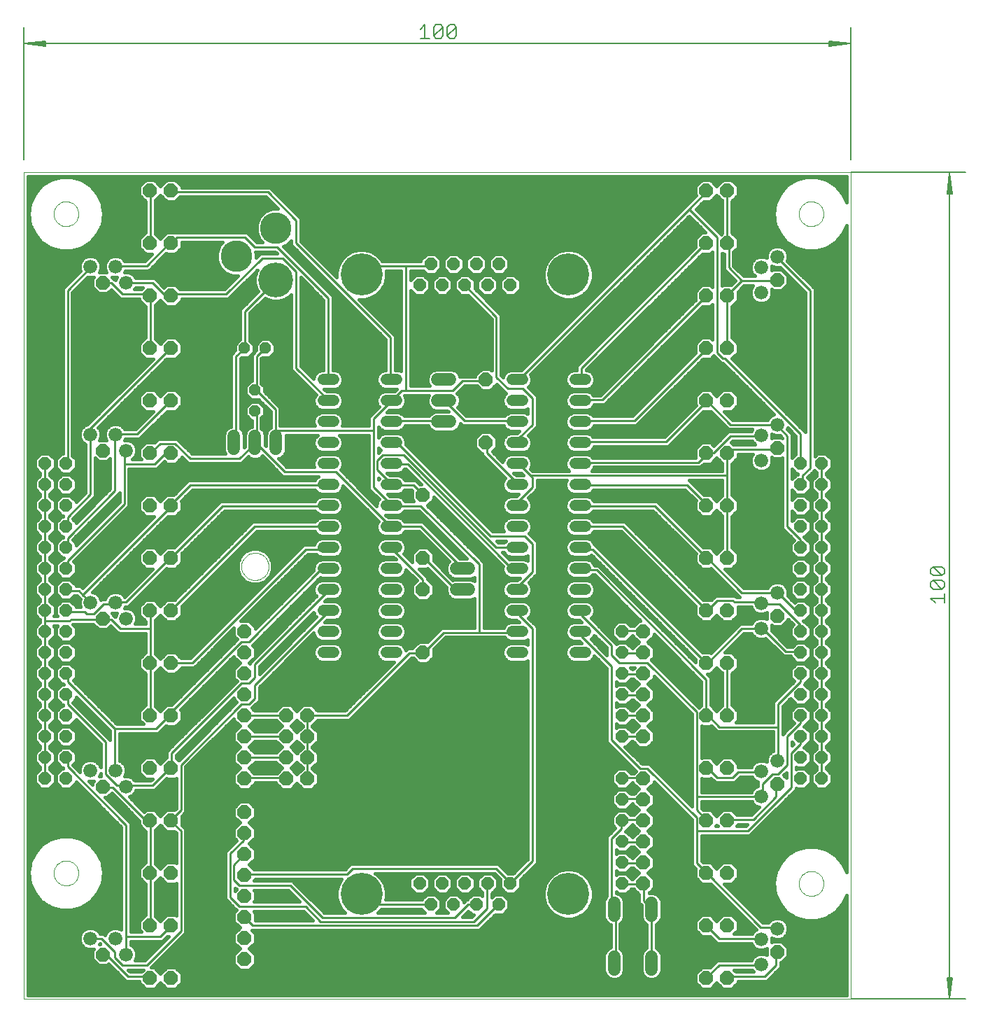
<source format=gtl>
G75*
%MOIN*%
%OFA0B0*%
%FSLAX24Y24*%
%IPPOS*%
%LPD*%
%AMOC8*
5,1,8,0,0,1.08239X$1,22.5*
%
%ADD10C,0.0000*%
%ADD11C,0.0051*%
%ADD12C,0.0060*%
%ADD13C,0.0520*%
%ADD14OC8,0.0600*%
%ADD15C,0.2000*%
%ADD16C,0.0660*%
%ADD17OC8,0.0660*%
%ADD18C,0.0600*%
%ADD19C,0.1660*%
%ADD20C,0.1502*%
%ADD21OC8,0.0520*%
%ADD22C,0.0100*%
%ADD23C,0.0160*%
D10*
X000180Y010200D02*
X000180Y049570D01*
X039550Y049570D01*
X039550Y010200D01*
X000180Y010200D01*
X001589Y016200D02*
X001591Y016248D01*
X001597Y016296D01*
X001607Y016343D01*
X001620Y016389D01*
X001638Y016434D01*
X001658Y016478D01*
X001683Y016520D01*
X001711Y016559D01*
X001741Y016596D01*
X001775Y016630D01*
X001812Y016662D01*
X001850Y016691D01*
X001891Y016716D01*
X001934Y016738D01*
X001979Y016756D01*
X002025Y016770D01*
X002072Y016781D01*
X002120Y016788D01*
X002168Y016791D01*
X002216Y016790D01*
X002264Y016785D01*
X002312Y016776D01*
X002358Y016764D01*
X002403Y016747D01*
X002447Y016727D01*
X002489Y016704D01*
X002529Y016677D01*
X002567Y016647D01*
X002602Y016614D01*
X002634Y016578D01*
X002664Y016540D01*
X002690Y016499D01*
X002712Y016456D01*
X002732Y016412D01*
X002747Y016367D01*
X002759Y016320D01*
X002767Y016272D01*
X002771Y016224D01*
X002771Y016176D01*
X002767Y016128D01*
X002759Y016080D01*
X002747Y016033D01*
X002732Y015988D01*
X002712Y015944D01*
X002690Y015901D01*
X002664Y015860D01*
X002634Y015822D01*
X002602Y015786D01*
X002567Y015753D01*
X002529Y015723D01*
X002489Y015696D01*
X002447Y015673D01*
X002403Y015653D01*
X002358Y015636D01*
X002312Y015624D01*
X002264Y015615D01*
X002216Y015610D01*
X002168Y015609D01*
X002120Y015612D01*
X002072Y015619D01*
X002025Y015630D01*
X001979Y015644D01*
X001934Y015662D01*
X001891Y015684D01*
X001850Y015709D01*
X001812Y015738D01*
X001775Y015770D01*
X001741Y015804D01*
X001711Y015841D01*
X001683Y015880D01*
X001658Y015922D01*
X001638Y015966D01*
X001620Y016011D01*
X001607Y016057D01*
X001597Y016104D01*
X001591Y016152D01*
X001589Y016200D01*
X010530Y030800D02*
X010532Y030850D01*
X010538Y030900D01*
X010548Y030950D01*
X010561Y030998D01*
X010578Y031046D01*
X010599Y031092D01*
X010623Y031136D01*
X010651Y031178D01*
X010682Y031218D01*
X010716Y031255D01*
X010753Y031290D01*
X010792Y031321D01*
X010833Y031350D01*
X010877Y031375D01*
X010923Y031397D01*
X010970Y031415D01*
X011018Y031429D01*
X011067Y031440D01*
X011117Y031447D01*
X011167Y031450D01*
X011218Y031449D01*
X011268Y031444D01*
X011318Y031435D01*
X011366Y031423D01*
X011414Y031406D01*
X011460Y031386D01*
X011505Y031363D01*
X011548Y031336D01*
X011588Y031306D01*
X011626Y031273D01*
X011661Y031237D01*
X011694Y031198D01*
X011723Y031157D01*
X011749Y031114D01*
X011772Y031069D01*
X011791Y031022D01*
X011806Y030974D01*
X011818Y030925D01*
X011826Y030875D01*
X011830Y030825D01*
X011830Y030775D01*
X011826Y030725D01*
X011818Y030675D01*
X011806Y030626D01*
X011791Y030578D01*
X011772Y030531D01*
X011749Y030486D01*
X011723Y030443D01*
X011694Y030402D01*
X011661Y030363D01*
X011626Y030327D01*
X011588Y030294D01*
X011548Y030264D01*
X011505Y030237D01*
X011460Y030214D01*
X011414Y030194D01*
X011366Y030177D01*
X011318Y030165D01*
X011268Y030156D01*
X011218Y030151D01*
X011167Y030150D01*
X011117Y030153D01*
X011067Y030160D01*
X011018Y030171D01*
X010970Y030185D01*
X010923Y030203D01*
X010877Y030225D01*
X010833Y030250D01*
X010792Y030279D01*
X010753Y030310D01*
X010716Y030345D01*
X010682Y030382D01*
X010651Y030422D01*
X010623Y030464D01*
X010599Y030508D01*
X010578Y030554D01*
X010561Y030602D01*
X010548Y030650D01*
X010538Y030700D01*
X010532Y030750D01*
X010530Y030800D01*
X001589Y047594D02*
X001591Y047642D01*
X001597Y047690D01*
X001607Y047737D01*
X001620Y047783D01*
X001638Y047828D01*
X001658Y047872D01*
X001683Y047914D01*
X001711Y047953D01*
X001741Y047990D01*
X001775Y048024D01*
X001812Y048056D01*
X001850Y048085D01*
X001891Y048110D01*
X001934Y048132D01*
X001979Y048150D01*
X002025Y048164D01*
X002072Y048175D01*
X002120Y048182D01*
X002168Y048185D01*
X002216Y048184D01*
X002264Y048179D01*
X002312Y048170D01*
X002358Y048158D01*
X002403Y048141D01*
X002447Y048121D01*
X002489Y048098D01*
X002529Y048071D01*
X002567Y048041D01*
X002602Y048008D01*
X002634Y047972D01*
X002664Y047934D01*
X002690Y047893D01*
X002712Y047850D01*
X002732Y047806D01*
X002747Y047761D01*
X002759Y047714D01*
X002767Y047666D01*
X002771Y047618D01*
X002771Y047570D01*
X002767Y047522D01*
X002759Y047474D01*
X002747Y047427D01*
X002732Y047382D01*
X002712Y047338D01*
X002690Y047295D01*
X002664Y047254D01*
X002634Y047216D01*
X002602Y047180D01*
X002567Y047147D01*
X002529Y047117D01*
X002489Y047090D01*
X002447Y047067D01*
X002403Y047047D01*
X002358Y047030D01*
X002312Y047018D01*
X002264Y047009D01*
X002216Y047004D01*
X002168Y047003D01*
X002120Y047006D01*
X002072Y047013D01*
X002025Y047024D01*
X001979Y047038D01*
X001934Y047056D01*
X001891Y047078D01*
X001850Y047103D01*
X001812Y047132D01*
X001775Y047164D01*
X001741Y047198D01*
X001711Y047235D01*
X001683Y047274D01*
X001658Y047316D01*
X001638Y047360D01*
X001620Y047405D01*
X001607Y047451D01*
X001597Y047498D01*
X001591Y047546D01*
X001589Y047594D01*
X037089Y047594D02*
X037091Y047642D01*
X037097Y047690D01*
X037107Y047737D01*
X037120Y047783D01*
X037138Y047828D01*
X037158Y047872D01*
X037183Y047914D01*
X037211Y047953D01*
X037241Y047990D01*
X037275Y048024D01*
X037312Y048056D01*
X037350Y048085D01*
X037391Y048110D01*
X037434Y048132D01*
X037479Y048150D01*
X037525Y048164D01*
X037572Y048175D01*
X037620Y048182D01*
X037668Y048185D01*
X037716Y048184D01*
X037764Y048179D01*
X037812Y048170D01*
X037858Y048158D01*
X037903Y048141D01*
X037947Y048121D01*
X037989Y048098D01*
X038029Y048071D01*
X038067Y048041D01*
X038102Y048008D01*
X038134Y047972D01*
X038164Y047934D01*
X038190Y047893D01*
X038212Y047850D01*
X038232Y047806D01*
X038247Y047761D01*
X038259Y047714D01*
X038267Y047666D01*
X038271Y047618D01*
X038271Y047570D01*
X038267Y047522D01*
X038259Y047474D01*
X038247Y047427D01*
X038232Y047382D01*
X038212Y047338D01*
X038190Y047295D01*
X038164Y047254D01*
X038134Y047216D01*
X038102Y047180D01*
X038067Y047147D01*
X038029Y047117D01*
X037989Y047090D01*
X037947Y047067D01*
X037903Y047047D01*
X037858Y047030D01*
X037812Y047018D01*
X037764Y047009D01*
X037716Y047004D01*
X037668Y047003D01*
X037620Y047006D01*
X037572Y047013D01*
X037525Y047024D01*
X037479Y047038D01*
X037434Y047056D01*
X037391Y047078D01*
X037350Y047103D01*
X037312Y047132D01*
X037275Y047164D01*
X037241Y047198D01*
X037211Y047235D01*
X037183Y047274D01*
X037158Y047316D01*
X037138Y047360D01*
X037120Y047405D01*
X037107Y047451D01*
X037097Y047498D01*
X037091Y047546D01*
X037089Y047594D01*
X037089Y015700D02*
X037091Y015748D01*
X037097Y015796D01*
X037107Y015843D01*
X037120Y015889D01*
X037138Y015934D01*
X037158Y015978D01*
X037183Y016020D01*
X037211Y016059D01*
X037241Y016096D01*
X037275Y016130D01*
X037312Y016162D01*
X037350Y016191D01*
X037391Y016216D01*
X037434Y016238D01*
X037479Y016256D01*
X037525Y016270D01*
X037572Y016281D01*
X037620Y016288D01*
X037668Y016291D01*
X037716Y016290D01*
X037764Y016285D01*
X037812Y016276D01*
X037858Y016264D01*
X037903Y016247D01*
X037947Y016227D01*
X037989Y016204D01*
X038029Y016177D01*
X038067Y016147D01*
X038102Y016114D01*
X038134Y016078D01*
X038164Y016040D01*
X038190Y015999D01*
X038212Y015956D01*
X038232Y015912D01*
X038247Y015867D01*
X038259Y015820D01*
X038267Y015772D01*
X038271Y015724D01*
X038271Y015676D01*
X038267Y015628D01*
X038259Y015580D01*
X038247Y015533D01*
X038232Y015488D01*
X038212Y015444D01*
X038190Y015401D01*
X038164Y015360D01*
X038134Y015322D01*
X038102Y015286D01*
X038067Y015253D01*
X038029Y015223D01*
X037989Y015196D01*
X037947Y015173D01*
X037903Y015153D01*
X037858Y015136D01*
X037812Y015124D01*
X037764Y015115D01*
X037716Y015110D01*
X037668Y015109D01*
X037620Y015112D01*
X037572Y015119D01*
X037525Y015130D01*
X037479Y015144D01*
X037434Y015162D01*
X037391Y015184D01*
X037350Y015209D01*
X037312Y015238D01*
X037275Y015270D01*
X037241Y015304D01*
X037211Y015341D01*
X037183Y015380D01*
X037158Y015422D01*
X037138Y015466D01*
X037120Y015511D01*
X037107Y015557D01*
X037097Y015604D01*
X037091Y015652D01*
X037089Y015700D01*
D11*
X039550Y010200D02*
X045042Y010200D01*
X044274Y010226D02*
X044377Y011224D01*
X044400Y011224D02*
X044274Y010226D01*
X044172Y011224D01*
X044149Y011224D02*
X044400Y011224D01*
X044326Y011224D02*
X044274Y010226D01*
X044223Y011224D01*
X044149Y011224D02*
X044274Y010226D01*
X044274Y049544D01*
X044377Y048546D01*
X044400Y048546D02*
X044274Y049544D01*
X044172Y048546D01*
X044149Y048546D02*
X044400Y048546D01*
X044326Y048546D02*
X044274Y049544D01*
X044223Y048546D01*
X044149Y048546D02*
X044274Y049544D01*
X045042Y049570D02*
X039550Y049570D01*
X039550Y050196D02*
X039550Y056468D01*
X039524Y055700D02*
X038526Y055598D01*
X038526Y055574D02*
X039524Y055700D01*
X038526Y055802D01*
X038526Y055826D02*
X038526Y055574D01*
X038526Y055649D02*
X039524Y055700D01*
X038526Y055751D01*
X038526Y055826D02*
X039524Y055700D01*
X000206Y055700D01*
X001204Y055598D01*
X001204Y055574D02*
X000206Y055700D01*
X001204Y055802D01*
X001204Y055826D02*
X001204Y055574D01*
X001204Y055649D02*
X000206Y055700D01*
X001204Y055751D01*
X001204Y055826D02*
X000206Y055700D01*
X000180Y056468D02*
X000180Y050196D01*
D12*
X019059Y055956D02*
X019486Y055956D01*
X019272Y055956D02*
X019272Y056597D01*
X019059Y056383D01*
X019703Y056490D02*
X019810Y056597D01*
X020024Y056597D01*
X020130Y056490D01*
X019703Y056063D01*
X019810Y055956D01*
X020024Y055956D01*
X020130Y056063D01*
X020130Y056490D01*
X020348Y056490D02*
X020348Y056063D01*
X020775Y056490D01*
X020775Y056063D01*
X020668Y055956D01*
X020455Y055956D01*
X020348Y056063D01*
X020348Y056490D02*
X020455Y056597D01*
X020668Y056597D01*
X020775Y056490D01*
X019703Y056490D02*
X019703Y056063D01*
X043485Y030795D02*
X043378Y030688D01*
X043378Y030475D01*
X043485Y030368D01*
X043912Y030368D01*
X043485Y030795D01*
X043912Y030795D01*
X044018Y030688D01*
X044018Y030475D01*
X043912Y030368D01*
X043912Y030150D02*
X043485Y030150D01*
X043912Y029723D01*
X044018Y029830D01*
X044018Y030044D01*
X043912Y030150D01*
X043912Y029723D02*
X043485Y029723D01*
X043378Y029830D01*
X043378Y030044D01*
X043485Y030150D01*
X044018Y029506D02*
X044018Y029079D01*
X044018Y029292D02*
X043378Y029292D01*
X043591Y029079D01*
D13*
X026940Y028700D02*
X026420Y028700D01*
X026420Y027700D02*
X026940Y027700D01*
X026940Y026700D02*
X026420Y026700D01*
X023940Y026700D02*
X023420Y026700D01*
X023420Y027700D02*
X023940Y027700D01*
X023940Y028700D02*
X023420Y028700D01*
X023420Y029700D02*
X023940Y029700D01*
X023940Y030700D02*
X023420Y030700D01*
X023420Y031700D02*
X023940Y031700D01*
X023940Y032700D02*
X023420Y032700D01*
X023420Y033700D02*
X023940Y033700D01*
X023940Y034700D02*
X023420Y034700D01*
X023420Y035700D02*
X023940Y035700D01*
X023940Y036700D02*
X023420Y036700D01*
X023420Y037700D02*
X023940Y037700D01*
X023940Y038700D02*
X023420Y038700D01*
X023420Y039700D02*
X023940Y039700D01*
X026420Y039700D02*
X026940Y039700D01*
X026940Y038700D02*
X026420Y038700D01*
X026420Y037700D02*
X026940Y037700D01*
X026940Y036700D02*
X026420Y036700D01*
X026420Y035700D02*
X026940Y035700D01*
X026940Y034700D02*
X026420Y034700D01*
X026420Y033700D02*
X026940Y033700D01*
X026940Y032700D02*
X026420Y032700D01*
X026420Y031700D02*
X026940Y031700D01*
X026940Y030700D02*
X026420Y030700D01*
X026420Y029700D02*
X026940Y029700D01*
X017940Y029700D02*
X017420Y029700D01*
X017420Y030700D02*
X017940Y030700D01*
X017940Y031700D02*
X017420Y031700D01*
X017420Y032700D02*
X017940Y032700D01*
X017940Y033700D02*
X017420Y033700D01*
X017420Y034700D02*
X017940Y034700D01*
X017940Y035700D02*
X017420Y035700D01*
X017420Y036700D02*
X017940Y036700D01*
X017940Y037700D02*
X017420Y037700D01*
X017420Y038700D02*
X017940Y038700D01*
X017940Y039700D02*
X017420Y039700D01*
X014940Y039700D02*
X014420Y039700D01*
X014420Y038700D02*
X014940Y038700D01*
X014940Y037700D02*
X014420Y037700D01*
X014420Y036700D02*
X014940Y036700D01*
X014940Y035700D02*
X014420Y035700D01*
X014420Y034700D02*
X014940Y034700D01*
X014940Y033700D02*
X014420Y033700D01*
X014420Y032700D02*
X014940Y032700D01*
X014940Y031700D02*
X014420Y031700D01*
X014420Y030700D02*
X014940Y030700D01*
X014940Y029700D02*
X014420Y029700D01*
X014420Y028700D02*
X014940Y028700D01*
X014940Y027700D02*
X014420Y027700D01*
X014420Y026700D02*
X014940Y026700D01*
X017420Y026700D02*
X017940Y026700D01*
X017940Y027700D02*
X017420Y027700D01*
X017420Y028700D02*
X017940Y028700D01*
D14*
X019020Y015700D03*
X020100Y015700D03*
X021180Y015700D03*
X020640Y014700D03*
X019560Y014700D03*
X021720Y014700D03*
X022800Y014700D03*
X022260Y015700D03*
X023340Y015700D03*
X028680Y015700D03*
X028680Y016700D03*
X028680Y017700D03*
X028680Y018700D03*
X028680Y019700D03*
X028680Y020700D03*
X028680Y022700D03*
X028680Y023700D03*
X028680Y024700D03*
X028680Y025700D03*
X028680Y026700D03*
X028680Y027700D03*
X037180Y027700D03*
X037180Y026700D03*
X037180Y025700D03*
X037180Y024700D03*
X037180Y023700D03*
X037180Y022700D03*
X037180Y021700D03*
X037180Y020700D03*
X038180Y020700D03*
X038180Y021700D03*
X038180Y022700D03*
X038180Y023700D03*
X038180Y024700D03*
X038180Y025700D03*
X038180Y026700D03*
X038180Y027700D03*
X038180Y028700D03*
X038180Y029700D03*
X038180Y030700D03*
X038180Y031700D03*
X038180Y032700D03*
X038180Y033700D03*
X038180Y034700D03*
X038180Y035700D03*
X037180Y035700D03*
X037180Y034700D03*
X037180Y033700D03*
X037180Y032700D03*
X037180Y031700D03*
X037180Y030700D03*
X037180Y029700D03*
X037180Y028700D03*
X023340Y044200D03*
X022260Y044200D03*
X021720Y045200D03*
X022800Y045200D03*
X021180Y044200D03*
X020100Y044200D03*
X019020Y044200D03*
X019560Y045200D03*
X020640Y045200D03*
X002180Y035700D03*
X002180Y034700D03*
X002180Y033700D03*
X002180Y032700D03*
X002180Y031700D03*
X002180Y030700D03*
X002180Y029700D03*
X002180Y028700D03*
X002180Y027700D03*
X002180Y026700D03*
X002180Y025700D03*
X002180Y024700D03*
X002180Y023700D03*
X002180Y022700D03*
X002180Y021700D03*
X002180Y020700D03*
X001180Y020700D03*
X001180Y021700D03*
X001180Y022700D03*
X001180Y023700D03*
X001180Y024700D03*
X001180Y025700D03*
X001180Y026700D03*
X001180Y027700D03*
X001180Y028700D03*
X001180Y029700D03*
X001180Y030700D03*
X001180Y031700D03*
X001180Y032700D03*
X001180Y033700D03*
X001180Y034700D03*
X001180Y035700D03*
D15*
X016250Y044700D03*
X026110Y044700D03*
X026110Y015200D03*
X016250Y015200D03*
D16*
X005030Y012319D03*
X004530Y013081D03*
X003330Y013081D03*
X005030Y020319D03*
X004530Y021081D03*
X003330Y021081D03*
X005030Y028319D03*
X004530Y029081D03*
X003330Y029081D03*
X005030Y036319D03*
X004530Y037081D03*
X003330Y037081D03*
X005030Y044319D03*
X004530Y045081D03*
X003330Y045081D03*
X035299Y045050D03*
X036061Y045550D03*
X035299Y043850D03*
X036061Y037550D03*
X035299Y037050D03*
X035299Y035850D03*
X036061Y029550D03*
X035299Y029050D03*
X035299Y027850D03*
X036061Y021550D03*
X035299Y021050D03*
X035299Y019850D03*
X036061Y013550D03*
X035299Y013050D03*
X035299Y011850D03*
D17*
X036061Y012450D03*
X033680Y011200D03*
X032680Y011200D03*
X032680Y013700D03*
X033680Y013700D03*
X033680Y016200D03*
X032680Y016200D03*
X032680Y018700D03*
X033680Y018700D03*
X033680Y021200D03*
X032680Y021200D03*
X032680Y023700D03*
X033680Y023700D03*
X033680Y026200D03*
X032680Y026200D03*
X032680Y028700D03*
X033680Y028700D03*
X033680Y031200D03*
X032680Y031200D03*
X032680Y033700D03*
X033680Y033700D03*
X033680Y036200D03*
X032680Y036200D03*
X032680Y038700D03*
X033680Y038700D03*
X033680Y041200D03*
X032680Y041200D03*
X032680Y043700D03*
X033680Y043700D03*
X036061Y044450D03*
X033680Y046200D03*
X032680Y046200D03*
X032680Y048700D03*
X033680Y048700D03*
X036061Y036450D03*
X036061Y028450D03*
X029680Y027700D03*
X029680Y026700D03*
X029680Y025700D03*
X029680Y024700D03*
X029680Y023700D03*
X029680Y022700D03*
X029680Y020700D03*
X029680Y019700D03*
X029680Y018700D03*
X029680Y017700D03*
X029680Y016700D03*
X029680Y015700D03*
X036061Y020450D03*
X022180Y036700D03*
X022180Y039700D03*
X019180Y034200D03*
X019180Y031200D03*
X019180Y029700D03*
X019180Y026700D03*
X013680Y023700D03*
X013680Y022700D03*
X013680Y021700D03*
X013680Y020700D03*
X012680Y020700D03*
X012680Y021700D03*
X012680Y022700D03*
X012680Y023700D03*
X010680Y023700D03*
X010680Y022700D03*
X010680Y021700D03*
X010680Y020700D03*
X010680Y019100D03*
X010680Y018100D03*
X010680Y017100D03*
X010680Y016100D03*
X010680Y015100D03*
X010680Y014100D03*
X010680Y013100D03*
X010680Y012100D03*
X007180Y011200D03*
X006180Y011200D03*
X006180Y013700D03*
X007180Y013700D03*
X007180Y016200D03*
X006180Y016200D03*
X006180Y018700D03*
X007180Y018700D03*
X007180Y021200D03*
X006180Y021200D03*
X006180Y023700D03*
X007180Y023700D03*
X007180Y026200D03*
X006180Y026200D03*
X006180Y028700D03*
X007180Y028700D03*
X007180Y031200D03*
X006180Y031200D03*
X006180Y033700D03*
X007180Y033700D03*
X007180Y036200D03*
X006180Y036200D03*
X006180Y038700D03*
X007180Y038700D03*
X007180Y041200D03*
X006180Y041200D03*
X006180Y043700D03*
X007180Y043700D03*
X007180Y046200D03*
X006180Y046200D03*
X006180Y048700D03*
X007180Y048700D03*
X003930Y044319D03*
X003930Y036319D03*
X003930Y028319D03*
X003930Y020319D03*
X003930Y012319D03*
X010680Y024700D03*
X010680Y025700D03*
X010680Y026700D03*
X010680Y027700D03*
D18*
X010180Y036400D02*
X010180Y037000D01*
X011180Y037000D02*
X011180Y036400D01*
X012180Y036400D02*
X012180Y037000D01*
X019880Y037700D02*
X020480Y037700D01*
X020480Y038700D02*
X019880Y038700D01*
X019880Y039700D02*
X020480Y039700D01*
X020774Y030700D02*
X021374Y030700D01*
X021374Y029700D02*
X020774Y029700D01*
X028290Y014780D02*
X028290Y014180D01*
X028290Y012220D02*
X028290Y011620D01*
X030070Y011620D02*
X030070Y012220D01*
X030070Y014180D02*
X030070Y014780D01*
D19*
X012180Y044452D03*
D20*
X010290Y045574D03*
X012180Y046913D03*
D21*
X011680Y041200D03*
X010680Y041200D03*
X011180Y039200D03*
X011180Y038200D03*
D22*
X011250Y038190D01*
X011250Y036750D01*
X011180Y036700D01*
X011250Y036660D01*
X012600Y035310D01*
X015030Y035310D01*
X017640Y032700D01*
X017680Y032700D01*
X019080Y032700D01*
X021060Y030720D01*
X021074Y030700D01*
X021060Y029730D02*
X020700Y029730D01*
X019260Y031170D01*
X019180Y031200D01*
X019170Y030180D02*
X019170Y029730D01*
X019180Y029700D01*
X019170Y030180D02*
X017730Y031620D01*
X017680Y031700D01*
X017730Y033690D02*
X017680Y033700D01*
X017640Y033780D01*
X016830Y034590D01*
X016830Y037290D01*
X012150Y037290D01*
X012180Y036700D01*
X012150Y036750D01*
X012150Y037290D01*
X012150Y038280D01*
X011250Y039180D01*
X011180Y039200D01*
X011250Y039270D01*
X011250Y040800D01*
X011610Y041160D01*
X011680Y041200D01*
X010710Y041250D02*
X010680Y041200D01*
X010620Y041160D01*
X010260Y040800D01*
X010260Y036750D01*
X010180Y036700D01*
X010440Y035940D02*
X008100Y035940D01*
X007380Y036660D01*
X006660Y036660D01*
X006210Y036210D01*
X006180Y036200D01*
X006390Y035670D02*
X004950Y035670D01*
X004950Y033780D01*
X002250Y031080D01*
X002250Y030720D01*
X002180Y030700D01*
X002180Y029700D02*
X002250Y029640D01*
X002790Y029640D01*
X002970Y029460D01*
X007200Y033690D01*
X007180Y033700D01*
X007200Y033780D01*
X008100Y034680D01*
X014670Y034680D01*
X014680Y034700D01*
X014680Y033700D02*
X014670Y033690D01*
X009630Y033690D01*
X007200Y031260D01*
X007180Y031200D01*
X007110Y031170D01*
X005040Y029100D01*
X004590Y029100D01*
X004530Y029081D01*
X004500Y029010D01*
X003960Y029010D01*
X003510Y028560D01*
X003150Y028560D01*
X003060Y028650D01*
X002250Y028650D01*
X002180Y028700D01*
X002430Y028290D02*
X002340Y028200D01*
X001170Y028200D01*
X001170Y027750D01*
X001180Y027700D01*
X001170Y027660D01*
X001170Y026760D01*
X001180Y026700D01*
X001170Y026670D01*
X001170Y025770D01*
X001180Y025700D01*
X001170Y025680D01*
X001170Y024780D01*
X001180Y024700D01*
X001170Y024690D01*
X001170Y023700D01*
X001180Y023700D01*
X001170Y023700D02*
X001170Y022710D01*
X001180Y022700D01*
X001170Y022620D01*
X001170Y021720D01*
X001180Y021700D01*
X001170Y021630D01*
X001170Y020730D01*
X001180Y020700D01*
X002250Y021270D02*
X005040Y018480D01*
X005040Y013170D01*
X006660Y013170D01*
X007110Y013620D01*
X007180Y013700D01*
X007650Y013440D02*
X007650Y018210D01*
X007200Y018660D01*
X007180Y018700D01*
X007200Y018750D01*
X007650Y019200D01*
X007650Y021360D01*
X010530Y024240D01*
X010890Y024240D01*
X011160Y024510D01*
X011160Y025140D01*
X014670Y028650D01*
X014680Y028700D01*
X014670Y029640D02*
X014680Y029700D01*
X014670Y029640D02*
X011160Y026130D01*
X011160Y025500D01*
X010890Y025230D01*
X010530Y025230D01*
X007200Y021900D01*
X007200Y021270D01*
X007180Y021200D01*
X007110Y021180D01*
X006300Y020370D01*
X005040Y020370D01*
X005030Y020319D01*
X004950Y020370D01*
X004590Y020370D01*
X004050Y020910D01*
X004050Y022440D01*
X002250Y024240D01*
X002250Y024690D01*
X002180Y024700D01*
X002250Y025320D02*
X004500Y023070D01*
X006480Y023070D01*
X007110Y023700D01*
X007180Y023700D01*
X007200Y023700D01*
X007200Y023880D01*
X010530Y027210D01*
X010890Y027210D01*
X014310Y030630D01*
X014670Y030630D01*
X014680Y030700D01*
X014670Y031620D02*
X013590Y031620D01*
X008190Y026220D01*
X007200Y026220D01*
X007180Y026200D01*
X006210Y026220D02*
X006180Y026200D01*
X006210Y026130D01*
X006210Y023700D01*
X006180Y023700D01*
X004500Y023070D02*
X004500Y021090D01*
X004530Y021081D01*
X004410Y020280D02*
X003960Y020280D01*
X003930Y020319D01*
X004410Y020280D02*
X005940Y018750D01*
X006120Y018750D01*
X006180Y018700D01*
X006210Y018660D01*
X006210Y016230D01*
X006180Y016200D01*
X006210Y016140D01*
X006210Y013710D01*
X006180Y013700D01*
X005040Y013170D02*
X005040Y012360D01*
X005030Y012319D01*
X004860Y011820D02*
X006030Y011820D01*
X007650Y013440D01*
X006120Y011280D02*
X006180Y011200D01*
X006120Y011280D02*
X005130Y011280D01*
X004140Y012270D01*
X003960Y012270D01*
X003930Y012319D01*
X004500Y012450D02*
X003870Y013080D01*
X003330Y013080D01*
X003330Y013081D01*
X004500Y012450D02*
X004500Y012180D01*
X004860Y011820D01*
X009990Y015060D02*
X010440Y014610D01*
X013590Y014610D01*
X014310Y013890D01*
X021600Y013890D01*
X022230Y014520D01*
X022230Y015690D01*
X022260Y015700D01*
X022680Y016410D02*
X023310Y015780D01*
X023340Y015700D01*
X023400Y015780D01*
X024390Y016770D01*
X024390Y027840D01*
X023760Y028470D01*
X023760Y028650D01*
X023680Y028700D01*
X023680Y027700D02*
X023670Y027660D01*
X021870Y027660D01*
X021870Y030900D01*
X019080Y033690D01*
X017730Y033690D01*
X017730Y034680D02*
X017680Y034700D01*
X017640Y034770D01*
X017010Y035400D01*
X017010Y035850D01*
X017280Y036120D01*
X018270Y036120D01*
X022680Y031710D01*
X023670Y031710D01*
X023680Y031700D01*
X024030Y032250D02*
X022410Y032250D01*
X018000Y036660D01*
X017730Y036660D01*
X017680Y036700D01*
X017680Y035700D02*
X017730Y035670D01*
X018450Y035670D01*
X023400Y030720D01*
X023670Y030720D01*
X023680Y030700D01*
X024390Y030540D02*
X023760Y029910D01*
X023760Y029730D01*
X023680Y029700D01*
X024390Y030540D02*
X024390Y031890D01*
X024030Y032250D01*
X023680Y033700D02*
X023760Y033780D01*
X023760Y033960D01*
X024390Y034590D01*
X024390Y035040D01*
X024300Y035130D01*
X033660Y035130D01*
X033660Y036120D01*
X033680Y036200D01*
X033750Y036210D01*
X033930Y036390D01*
X036000Y036390D01*
X036061Y036450D01*
X036540Y037020D02*
X036090Y037470D01*
X036061Y037550D01*
X036000Y037560D01*
X033840Y037560D01*
X032760Y038640D01*
X032680Y038700D01*
X032670Y038640D01*
X030780Y036750D01*
X026730Y036750D01*
X026680Y036700D01*
X026730Y035760D02*
X026680Y035700D01*
X026730Y035760D02*
X032310Y035760D01*
X032670Y036120D01*
X032680Y036200D01*
X032760Y036210D01*
X033030Y036210D01*
X033840Y037020D01*
X035280Y037020D01*
X035299Y037050D01*
X036540Y037020D02*
X036540Y032700D01*
X037170Y032070D01*
X037170Y031710D01*
X037180Y031700D01*
X038160Y031710D02*
X038160Y032700D01*
X038180Y032700D01*
X038160Y032700D02*
X038160Y033690D01*
X038180Y033700D01*
X038160Y033780D01*
X038160Y034680D01*
X038180Y034700D01*
X038160Y034770D01*
X038160Y035670D01*
X038180Y035700D01*
X037620Y035490D02*
X037620Y043950D01*
X036090Y045480D01*
X036061Y045550D01*
X036061Y044450D02*
X036000Y044400D01*
X034380Y044400D01*
X033750Y045030D01*
X033750Y046200D01*
X033680Y046200D01*
X033660Y046200D01*
X033660Y048630D01*
X033680Y048700D01*
X032680Y048700D02*
X032670Y048630D01*
X031860Y047820D01*
X033210Y046470D01*
X033210Y040980D01*
X033480Y040710D01*
X033570Y040710D01*
X037170Y037110D01*
X037170Y035760D01*
X037180Y035700D01*
X037620Y035490D02*
X037260Y035130D01*
X037260Y034770D01*
X037180Y034700D01*
X038160Y031710D02*
X038180Y031700D01*
X038160Y031620D01*
X038160Y030720D01*
X038180Y030700D01*
X038160Y030630D01*
X038160Y029730D01*
X038180Y029700D01*
X038160Y029640D01*
X038160Y028740D01*
X038180Y028700D01*
X038160Y028650D01*
X038160Y027750D01*
X038180Y027700D01*
X038160Y027660D01*
X038160Y026760D01*
X038180Y026700D01*
X038160Y026670D01*
X038160Y025770D01*
X038180Y025700D01*
X038160Y025680D01*
X038160Y024780D01*
X038180Y024700D01*
X038160Y024690D01*
X038160Y023700D01*
X038180Y023700D01*
X038160Y023700D02*
X038160Y022710D01*
X038180Y022700D01*
X038160Y022620D01*
X038160Y021720D01*
X038180Y021700D01*
X038160Y021630D01*
X038160Y020730D01*
X038180Y020700D01*
X036720Y020280D02*
X034650Y018210D01*
X032220Y018210D01*
X032220Y018840D01*
X029880Y021180D01*
X029520Y021180D01*
X028170Y022530D01*
X028170Y026040D01*
X026730Y027480D01*
X026730Y027660D01*
X026680Y027700D01*
X026730Y028470D02*
X028170Y027030D01*
X028170Y026580D01*
X028530Y026220D01*
X029880Y026220D01*
X032220Y023880D01*
X032220Y019830D01*
X035280Y019830D01*
X035299Y019850D01*
X035370Y019920D01*
X035370Y020460D01*
X035820Y020910D01*
X036090Y020910D01*
X036540Y021360D01*
X036540Y022710D01*
X037170Y023340D01*
X037170Y023700D01*
X037180Y023700D01*
X037180Y022700D02*
X037170Y022620D01*
X037170Y022350D01*
X036720Y021900D01*
X036720Y020280D01*
X036061Y020450D02*
X036000Y020370D01*
X036000Y019830D01*
X034920Y018750D01*
X033750Y018750D01*
X033680Y018700D01*
X032680Y018700D02*
X032670Y018750D01*
X032220Y019200D01*
X032220Y019830D01*
X033210Y020730D02*
X032760Y021180D01*
X032680Y021200D01*
X033210Y020730D02*
X033930Y020730D01*
X034200Y021000D01*
X035280Y021000D01*
X035299Y021050D01*
X036061Y021550D02*
X036090Y021630D01*
X036090Y023160D01*
X033300Y023160D01*
X032760Y023700D01*
X032680Y023700D01*
X032670Y023700D01*
X032670Y025410D01*
X027450Y030630D01*
X026730Y030630D01*
X026680Y030700D01*
X026730Y031620D02*
X026680Y031700D01*
X026730Y031620D02*
X027270Y031620D01*
X032670Y026220D01*
X032680Y026200D01*
X032760Y026220D01*
X034380Y027840D01*
X035280Y027840D01*
X035299Y027850D01*
X035370Y027840D01*
X036450Y026760D01*
X037170Y026760D01*
X037180Y026700D01*
X037180Y025700D02*
X037170Y025680D01*
X037170Y025320D01*
X036090Y024240D01*
X036090Y023160D01*
X033680Y023700D02*
X033660Y023700D01*
X033660Y026130D01*
X033680Y026200D01*
X032680Y028700D02*
X032760Y028740D01*
X033210Y029190D01*
X033930Y029190D01*
X034020Y029100D01*
X035280Y029100D01*
X035299Y029050D01*
X035370Y029010D01*
X036180Y029010D01*
X037170Y028020D01*
X037170Y027750D01*
X037180Y027700D01*
X037180Y028700D02*
X037170Y028740D01*
X036900Y028740D01*
X036090Y029550D01*
X036061Y029550D01*
X034380Y029550D01*
X032760Y031170D01*
X032680Y031200D01*
X032670Y031260D01*
X030240Y033690D01*
X026730Y033690D01*
X026680Y033700D01*
X026730Y034680D02*
X026680Y034700D01*
X026730Y034680D02*
X031770Y034680D01*
X032670Y033780D01*
X032680Y033700D01*
X033660Y033690D02*
X033680Y033700D01*
X033660Y033780D01*
X033660Y035130D01*
X033660Y033690D02*
X033660Y031260D01*
X033680Y031200D01*
X032670Y028740D02*
X032680Y028700D01*
X032670Y028740D02*
X028710Y032700D01*
X026680Y032700D01*
X024300Y035130D02*
X023760Y035670D01*
X023680Y035700D01*
X023670Y034770D02*
X023680Y034700D01*
X023670Y034770D02*
X022230Y036210D01*
X022230Y036660D01*
X022180Y036700D01*
X021150Y037740D02*
X020250Y038640D01*
X020180Y038700D01*
X020610Y039180D02*
X018360Y039180D01*
X018360Y045120D01*
X019530Y045120D01*
X019560Y045200D01*
X018360Y045120D02*
X016650Y045120D01*
X016290Y044760D01*
X016250Y044700D01*
X014670Y043590D02*
X012240Y046020D01*
X011160Y046020D01*
X010710Y046470D01*
X007470Y046470D01*
X007200Y046200D01*
X007180Y046200D01*
X007110Y046200D01*
X006030Y045120D01*
X004590Y045120D01*
X004530Y045081D01*
X004320Y044310D02*
X003960Y044310D01*
X003930Y044319D01*
X004320Y044310D02*
X004860Y043770D01*
X006120Y043770D01*
X006180Y043700D01*
X006210Y043680D01*
X006210Y041250D01*
X006180Y041200D01*
X007110Y041160D02*
X007180Y041200D01*
X007110Y041160D02*
X003330Y037380D01*
X003330Y037081D01*
X003330Y034230D01*
X002250Y033150D01*
X002250Y032700D01*
X002180Y032700D01*
X002250Y032160D02*
X004500Y034410D01*
X004500Y037020D01*
X004530Y037081D01*
X004590Y037110D01*
X005580Y037110D01*
X007110Y038640D01*
X007180Y038700D01*
X007180Y036200D02*
X007110Y036120D01*
X006840Y036120D01*
X006390Y035670D01*
X005030Y036319D02*
X004950Y036300D01*
X004950Y035670D01*
X002250Y035760D02*
X002180Y035700D01*
X002250Y035760D02*
X002250Y043950D01*
X003330Y045030D01*
X003330Y045081D01*
X005030Y044319D02*
X005040Y044310D01*
X006300Y044310D01*
X006840Y043770D01*
X007110Y043770D01*
X007180Y043700D01*
X007200Y043770D01*
X009810Y043770D01*
X011520Y045480D01*
X012510Y045480D01*
X013140Y044850D01*
X013140Y040260D01*
X014670Y038730D01*
X014680Y038700D01*
X014680Y039700D02*
X014670Y039720D01*
X014670Y043590D01*
X013140Y046200D02*
X013140Y047280D01*
X011790Y048630D01*
X007200Y048630D01*
X007180Y048700D01*
X006210Y048630D02*
X006180Y048700D01*
X006210Y048630D02*
X006210Y046200D01*
X006180Y046200D01*
X010710Y042960D02*
X010710Y041250D01*
X010710Y042960D02*
X012150Y044400D01*
X012180Y044452D01*
X013140Y046200D02*
X017640Y041700D01*
X017640Y039720D01*
X017680Y039700D01*
X018180Y039180D02*
X017730Y038730D01*
X017680Y038700D01*
X017640Y038640D01*
X016830Y037830D01*
X016830Y037290D01*
X017680Y037700D02*
X017730Y037740D01*
X020160Y037740D01*
X020180Y037700D01*
X021150Y037740D02*
X023670Y037740D01*
X023680Y037700D01*
X024390Y037560D02*
X024390Y038820D01*
X023940Y039270D01*
X023220Y039270D01*
X022680Y039810D01*
X022680Y042690D01*
X021240Y044130D01*
X021180Y044200D01*
X021060Y039630D02*
X020610Y039180D01*
X021060Y039630D02*
X022140Y039630D01*
X022180Y039700D01*
X023680Y039700D02*
X023760Y039720D01*
X031860Y047820D01*
X032670Y046200D02*
X032680Y046200D01*
X032670Y046200D02*
X026730Y040260D01*
X026730Y039720D01*
X026680Y039700D01*
X026730Y038730D02*
X026680Y038700D01*
X026730Y038730D02*
X027720Y038730D01*
X032670Y043680D01*
X032680Y043700D01*
X033660Y043680D02*
X033680Y043700D01*
X034380Y044400D01*
X033660Y043680D02*
X033660Y041250D01*
X033680Y041200D01*
X032680Y041200D02*
X032670Y041160D01*
X029250Y037740D01*
X026730Y037740D01*
X026680Y037700D01*
X024390Y037560D02*
X023760Y036930D01*
X023760Y036750D01*
X023680Y036700D01*
X019170Y034230D02*
X019180Y034200D01*
X019170Y034230D02*
X018720Y034680D01*
X017730Y034680D01*
X014680Y032700D02*
X011160Y032700D01*
X007200Y028740D01*
X007180Y028700D01*
X006210Y028650D02*
X006210Y027840D01*
X004770Y027840D01*
X004320Y028290D01*
X003960Y028290D01*
X003930Y028319D01*
X003870Y028290D01*
X002430Y028290D01*
X003330Y029081D02*
X003330Y029100D01*
X002970Y029460D01*
X001180Y029700D02*
X001170Y029640D01*
X001170Y028740D01*
X001180Y028700D01*
X001170Y028650D01*
X001170Y028200D01*
X001180Y029700D02*
X001170Y029730D01*
X001170Y030630D01*
X001180Y030700D01*
X001170Y030720D01*
X001170Y031620D01*
X001180Y031700D01*
X001170Y031710D01*
X001170Y032700D01*
X001180Y032700D01*
X001170Y032700D02*
X001170Y033690D01*
X001180Y033700D01*
X001170Y033780D01*
X001170Y034680D01*
X001180Y034700D01*
X001170Y034770D01*
X001170Y035670D01*
X001180Y035700D01*
X002250Y032160D02*
X002250Y031710D01*
X002180Y031700D01*
X006180Y028700D02*
X006210Y028650D01*
X006210Y027840D02*
X006210Y026220D01*
X002250Y025680D02*
X002250Y025320D01*
X002250Y025680D02*
X002180Y025700D01*
X002180Y021700D02*
X002250Y021630D01*
X002250Y021270D01*
X009990Y017130D02*
X009990Y015060D01*
X010440Y015600D02*
X010170Y015870D01*
X010170Y016590D01*
X010680Y017100D01*
X010620Y017760D02*
X009990Y017130D01*
X010620Y017760D02*
X010620Y018030D01*
X010680Y018100D01*
X010710Y016140D02*
X010680Y016100D01*
X010710Y016140D02*
X015570Y016140D01*
X015840Y016410D01*
X022680Y016410D01*
X022770Y014700D02*
X022800Y014700D01*
X022770Y014700D02*
X021780Y013710D01*
X011070Y013710D01*
X010680Y014100D01*
X010440Y015600D02*
X012870Y015600D01*
X014400Y014070D01*
X020700Y014070D01*
X021330Y014700D01*
X021720Y014700D01*
X019560Y014700D02*
X016740Y014700D01*
X016290Y015150D01*
X016250Y015200D01*
X013680Y020700D02*
X013680Y021700D01*
X013680Y022700D01*
X013680Y023700D01*
X015570Y023700D01*
X018540Y026670D01*
X019170Y026670D01*
X019180Y026700D01*
X019260Y026760D01*
X020160Y027660D01*
X021870Y027660D01*
X021074Y029700D02*
X021060Y029730D01*
X026680Y028700D02*
X026730Y028650D01*
X026730Y028470D01*
X028680Y027700D02*
X028710Y027750D01*
X029610Y027750D01*
X029680Y027700D01*
X029680Y026700D02*
X029610Y026670D01*
X028710Y026670D01*
X028680Y026700D01*
X028680Y025700D02*
X028710Y025680D01*
X029610Y025680D01*
X029680Y025700D01*
X029680Y024700D02*
X029610Y024690D01*
X028710Y024690D01*
X028680Y024700D01*
X028680Y023700D02*
X029680Y023700D01*
X029610Y022710D02*
X028710Y022710D01*
X028680Y022700D01*
X029610Y022710D02*
X029680Y022700D01*
X029610Y020730D02*
X028710Y020730D01*
X028680Y020700D01*
X029610Y020730D02*
X029680Y020700D01*
X029610Y019740D02*
X028710Y019740D01*
X028680Y019700D01*
X029610Y019740D02*
X029680Y019700D01*
X029610Y018750D02*
X028710Y018750D01*
X028680Y018700D01*
X028620Y018660D01*
X028620Y018300D01*
X028170Y017850D01*
X028170Y014610D01*
X028260Y014520D01*
X028290Y014480D01*
X028350Y014430D01*
X028350Y012000D01*
X028290Y011920D01*
X030060Y012000D02*
X030070Y011920D01*
X030060Y012000D02*
X030060Y014430D01*
X030070Y014480D01*
X030060Y014520D01*
X029700Y014880D01*
X029700Y015690D01*
X029680Y015700D01*
X029610Y015690D01*
X028710Y015690D01*
X028680Y015700D01*
X028710Y016680D02*
X028680Y016700D01*
X028710Y016680D02*
X029610Y016680D01*
X029680Y016700D01*
X029610Y017670D02*
X028710Y017670D01*
X028680Y017700D01*
X029610Y017670D02*
X029680Y017700D01*
X029680Y018700D02*
X029610Y018750D01*
X032220Y018210D02*
X032220Y016680D01*
X032670Y016230D01*
X032680Y016200D01*
X032760Y016140D01*
X035280Y013620D01*
X036000Y013620D01*
X036061Y013550D01*
X035280Y013080D02*
X035299Y013050D01*
X035280Y013080D02*
X033300Y013080D01*
X032680Y013700D01*
X033300Y011820D02*
X032680Y011200D01*
X033300Y011820D02*
X035280Y011820D01*
X035299Y011850D01*
X035460Y011280D02*
X033750Y011280D01*
X033680Y011200D01*
X035460Y011280D02*
X036000Y011820D01*
X036000Y012450D01*
X036061Y012450D01*
X014670Y031620D02*
X014680Y031700D01*
X010440Y035940D02*
X011160Y036660D01*
X011180Y036700D01*
X018180Y039180D02*
X018360Y039180D01*
X012680Y023700D02*
X010680Y023700D01*
X010710Y022710D02*
X010680Y022700D01*
X010710Y022710D02*
X012600Y022710D01*
X012680Y022700D01*
X012600Y021720D02*
X012680Y021700D01*
X012600Y021720D02*
X010710Y021720D01*
X010680Y021700D01*
X010710Y020730D02*
X010680Y020700D01*
X010710Y020730D02*
X012600Y020730D01*
X012680Y020700D01*
D23*
X013045Y020344D02*
X013315Y020344D01*
X013180Y020479D02*
X013469Y020190D01*
X013891Y020190D01*
X014190Y020489D01*
X014190Y020911D01*
X013910Y021191D01*
X013910Y021209D01*
X014190Y021489D01*
X014190Y021911D01*
X013910Y022191D01*
X013910Y022209D01*
X014190Y022489D01*
X014190Y022911D01*
X013910Y023191D01*
X013910Y023209D01*
X014171Y023470D01*
X015665Y023470D01*
X015800Y023605D01*
X018635Y026440D01*
X018719Y026440D01*
X018969Y026190D01*
X019391Y026190D01*
X019690Y026489D01*
X019690Y026865D01*
X020255Y027430D01*
X023068Y027430D01*
X023171Y027327D01*
X023332Y027260D01*
X024028Y027260D01*
X024160Y027315D01*
X024160Y027085D01*
X024028Y027140D01*
X023332Y027140D01*
X023171Y027073D01*
X023047Y026949D01*
X022980Y026788D01*
X022980Y026612D01*
X023047Y026451D01*
X023171Y026327D01*
X023332Y026260D01*
X024028Y026260D01*
X024160Y026315D01*
X024160Y016865D01*
X023475Y016180D01*
X023235Y016180D01*
X022775Y016640D01*
X015745Y016640D01*
X015610Y016505D01*
X015475Y016370D01*
X011131Y016370D01*
X010901Y016600D01*
X011190Y016889D01*
X011190Y017311D01*
X010901Y017600D01*
X011190Y017889D01*
X011190Y018311D01*
X010901Y018600D01*
X011190Y018889D01*
X011190Y019311D01*
X010891Y019610D01*
X010469Y019610D01*
X010170Y019311D01*
X010170Y018889D01*
X010459Y018600D01*
X010170Y018311D01*
X010170Y017889D01*
X010297Y017762D01*
X009895Y017360D01*
X009760Y017225D01*
X009760Y014965D01*
X010210Y014515D01*
X010292Y014433D01*
X010170Y014311D01*
X010170Y013889D01*
X010459Y013600D01*
X010170Y013311D01*
X010170Y012889D01*
X010459Y012600D01*
X010170Y012311D01*
X010170Y011889D01*
X010469Y011590D01*
X010891Y011590D01*
X011190Y011889D01*
X011190Y012311D01*
X010901Y012600D01*
X011190Y012889D01*
X011190Y013311D01*
X011021Y013480D01*
X021875Y013480D01*
X022010Y013615D01*
X022615Y014220D01*
X022999Y014220D01*
X023280Y014501D01*
X023280Y014899D01*
X022999Y015180D01*
X022601Y015180D01*
X022460Y015039D01*
X022460Y015221D01*
X022740Y015501D01*
X022740Y015899D01*
X022459Y016180D01*
X022061Y016180D01*
X021780Y015899D01*
X021780Y015501D01*
X022000Y015281D01*
X022000Y015099D01*
X021919Y015180D01*
X021521Y015180D01*
X021271Y014930D01*
X021235Y014930D01*
X021120Y014815D01*
X021120Y014899D01*
X020839Y015180D01*
X020441Y015180D01*
X020160Y014899D01*
X020160Y014501D01*
X020361Y014300D01*
X019839Y014300D01*
X020040Y014501D01*
X020040Y014899D01*
X019759Y015180D01*
X019361Y015180D01*
X019111Y014930D01*
X017399Y014930D01*
X017430Y015045D01*
X017430Y015355D01*
X017350Y015655D01*
X017194Y015925D01*
X016975Y016144D01*
X016913Y016180D01*
X022585Y016180D01*
X022863Y015902D01*
X022860Y015899D01*
X022860Y015501D01*
X023141Y015220D01*
X023539Y015220D01*
X023820Y015501D01*
X023820Y015875D01*
X024620Y016675D01*
X024620Y027935D01*
X024485Y028070D01*
X024209Y028347D01*
X024313Y028451D01*
X024380Y028612D01*
X024380Y028788D01*
X024313Y028949D01*
X024189Y029073D01*
X024028Y029140D01*
X023332Y029140D01*
X023171Y029073D01*
X023047Y028949D01*
X022980Y028788D01*
X022980Y028612D01*
X023047Y028451D01*
X023171Y028327D01*
X023332Y028260D01*
X023645Y028260D01*
X023765Y028140D01*
X023332Y028140D01*
X023171Y028073D01*
X023047Y027949D01*
X023022Y027890D01*
X022100Y027890D01*
X022100Y030995D01*
X021965Y031130D01*
X019398Y033697D01*
X019690Y033989D01*
X019690Y034105D01*
X022988Y030807D01*
X022980Y030788D01*
X022980Y030612D01*
X023047Y030451D01*
X023171Y030327D01*
X023332Y030260D01*
X023785Y030260D01*
X023665Y030140D01*
X023332Y030140D01*
X023171Y030073D01*
X023047Y029949D01*
X022980Y029788D01*
X022980Y029612D01*
X023047Y029451D01*
X023171Y029327D01*
X023332Y029260D01*
X024028Y029260D01*
X024189Y029327D01*
X024313Y029451D01*
X024380Y029612D01*
X024380Y029788D01*
X024313Y029949D01*
X024219Y030043D01*
X024485Y030310D01*
X024620Y030445D01*
X024620Y031985D01*
X024260Y032345D01*
X024234Y032372D01*
X024313Y032451D01*
X024380Y032612D01*
X024380Y032788D01*
X024313Y032949D01*
X024189Y033073D01*
X024028Y033140D01*
X023332Y033140D01*
X023171Y033073D01*
X023047Y032949D01*
X022980Y032788D01*
X022980Y032612D01*
X023035Y032480D01*
X022505Y032480D01*
X018378Y036607D01*
X018380Y036612D01*
X018380Y036788D01*
X018313Y036949D01*
X018189Y037073D01*
X018028Y037140D01*
X017332Y037140D01*
X017171Y037073D01*
X017060Y036962D01*
X017060Y037438D01*
X017171Y037327D01*
X017332Y037260D01*
X018028Y037260D01*
X018189Y037327D01*
X018313Y037451D01*
X018338Y037510D01*
X019439Y037510D01*
X019473Y037428D01*
X019608Y037293D01*
X019785Y037220D01*
X020575Y037220D01*
X020752Y037293D01*
X020887Y037428D01*
X020960Y037605D01*
X021055Y037510D01*
X023022Y037510D01*
X023047Y037451D01*
X023171Y037327D01*
X023332Y037260D01*
X023765Y037260D01*
X023665Y037160D01*
X023665Y037160D01*
X023645Y037140D01*
X023332Y037140D01*
X023171Y037073D01*
X023047Y036949D01*
X022980Y036788D01*
X022980Y036612D01*
X023047Y036451D01*
X023171Y036327D01*
X023332Y036260D01*
X024028Y036260D01*
X024189Y036327D01*
X024313Y036451D01*
X024380Y036612D01*
X024380Y036788D01*
X024313Y036949D01*
X024209Y037053D01*
X024485Y037330D01*
X024485Y037330D01*
X024620Y037465D01*
X024620Y038915D01*
X024199Y039337D01*
X024313Y039451D01*
X024380Y039612D01*
X024380Y039788D01*
X024313Y039948D01*
X031860Y047495D01*
X032645Y046710D01*
X032469Y046710D01*
X032170Y046411D01*
X032170Y046025D01*
X026500Y040355D01*
X026500Y040140D01*
X026332Y040140D01*
X026171Y040073D01*
X026047Y039949D01*
X025980Y039788D01*
X025980Y039612D01*
X026047Y039451D01*
X026171Y039327D01*
X026332Y039260D01*
X027028Y039260D01*
X027189Y039327D01*
X027313Y039451D01*
X027380Y039612D01*
X027380Y039788D01*
X027313Y039949D01*
X027189Y040073D01*
X027028Y040140D01*
X026960Y040140D01*
X026960Y040165D01*
X032485Y045690D01*
X032891Y045690D01*
X032980Y045779D01*
X032980Y044121D01*
X032891Y044210D01*
X032469Y044210D01*
X032170Y043911D01*
X032170Y043505D01*
X027625Y038960D01*
X027302Y038960D01*
X027189Y039073D01*
X027028Y039140D01*
X026332Y039140D01*
X026171Y039073D01*
X026047Y038949D01*
X025980Y038788D01*
X025980Y038612D01*
X026047Y038451D01*
X026171Y038327D01*
X026332Y038260D01*
X027028Y038260D01*
X027189Y038327D01*
X027313Y038451D01*
X027333Y038500D01*
X027815Y038500D01*
X032505Y043190D01*
X032891Y043190D01*
X032980Y043279D01*
X032980Y041621D01*
X032891Y041710D01*
X032469Y041710D01*
X032170Y041411D01*
X032170Y040989D01*
X032172Y040987D01*
X029155Y037970D01*
X027292Y037970D01*
X027189Y038073D01*
X027028Y038140D01*
X026332Y038140D01*
X026171Y038073D01*
X026047Y037949D01*
X025980Y037788D01*
X025980Y037612D01*
X026047Y037451D01*
X026171Y037327D01*
X026332Y037260D01*
X027028Y037260D01*
X027189Y037327D01*
X027313Y037451D01*
X027338Y037510D01*
X029345Y037510D01*
X032525Y040690D01*
X032891Y040690D01*
X033033Y040832D01*
X033115Y040750D01*
X033385Y040480D01*
X033475Y040480D01*
X035914Y038041D01*
X035772Y037982D01*
X035629Y037839D01*
X035609Y037790D01*
X033935Y037790D01*
X033535Y038190D01*
X033891Y038190D01*
X034190Y038489D01*
X034190Y038911D01*
X033891Y039210D01*
X033469Y039210D01*
X033180Y038921D01*
X032891Y039210D01*
X032469Y039210D01*
X032170Y038911D01*
X032170Y038489D01*
X032182Y038477D01*
X030685Y036980D01*
X027282Y036980D01*
X027189Y037073D01*
X027028Y037140D01*
X026332Y037140D01*
X026171Y037073D01*
X026047Y036949D01*
X025980Y036788D01*
X025980Y036612D01*
X026047Y036451D01*
X026171Y036327D01*
X026332Y036260D01*
X027028Y036260D01*
X027189Y036327D01*
X027313Y036451D01*
X027342Y036520D01*
X030875Y036520D01*
X032545Y038190D01*
X032885Y038190D01*
X033745Y037330D01*
X034863Y037330D01*
X034830Y037250D01*
X033745Y037250D01*
X033610Y037115D01*
X033048Y036553D01*
X032891Y036710D01*
X032469Y036710D01*
X032170Y036411D01*
X032170Y035990D01*
X027272Y035990D01*
X027189Y036073D01*
X027028Y036140D01*
X026332Y036140D01*
X026171Y036073D01*
X026047Y035949D01*
X025980Y035788D01*
X025980Y035612D01*
X026047Y035451D01*
X026138Y035360D01*
X024395Y035360D01*
X024309Y035447D01*
X024313Y035451D01*
X024380Y035612D01*
X024380Y035788D01*
X024313Y035949D01*
X024189Y036073D01*
X024028Y036140D01*
X023332Y036140D01*
X023171Y036073D01*
X023047Y035949D01*
X022980Y035788D01*
X022980Y035785D01*
X022483Y036282D01*
X022690Y036489D01*
X022690Y036911D01*
X022391Y037210D01*
X021969Y037210D01*
X021670Y036911D01*
X021670Y036489D01*
X021969Y036190D01*
X022000Y036190D01*
X022000Y036115D01*
X022135Y035980D01*
X023106Y035008D01*
X023047Y034949D01*
X022980Y034788D01*
X022980Y034612D01*
X023047Y034451D01*
X023171Y034327D01*
X023332Y034260D01*
X023735Y034260D01*
X023615Y034140D01*
X023332Y034140D01*
X023171Y034073D01*
X023047Y033949D01*
X022980Y033788D01*
X022980Y033612D01*
X023047Y033451D01*
X023171Y033327D01*
X023332Y033260D01*
X024028Y033260D01*
X024189Y033327D01*
X024313Y033451D01*
X024380Y033612D01*
X024380Y033788D01*
X024313Y033949D01*
X024194Y034068D01*
X024485Y034360D01*
X024620Y034495D01*
X024620Y034900D01*
X026027Y034900D01*
X025980Y034788D01*
X025980Y034612D01*
X026047Y034451D01*
X026171Y034327D01*
X026332Y034260D01*
X027028Y034260D01*
X027189Y034327D01*
X027312Y034450D01*
X031675Y034450D01*
X032192Y033933D01*
X032170Y033911D01*
X032170Y033489D01*
X032469Y033190D01*
X032891Y033190D01*
X033180Y033479D01*
X033430Y033229D01*
X033430Y031671D01*
X033180Y031421D01*
X032891Y031710D01*
X032545Y031710D01*
X030335Y033920D01*
X027325Y033920D01*
X027313Y033949D01*
X027189Y034073D01*
X027028Y034140D01*
X026332Y034140D01*
X026171Y034073D01*
X026047Y033949D01*
X025980Y033788D01*
X025980Y033612D01*
X026047Y033451D01*
X026171Y033327D01*
X026332Y033260D01*
X027028Y033260D01*
X027189Y033327D01*
X027313Y033451D01*
X027317Y033460D01*
X030145Y033460D01*
X032182Y031423D01*
X032170Y031411D01*
X032170Y030989D01*
X032469Y030690D01*
X032891Y030690D01*
X032903Y030702D01*
X034275Y029330D01*
X034115Y029330D01*
X034025Y029420D01*
X033115Y029420D01*
X032898Y029203D01*
X032891Y029210D01*
X032525Y029210D01*
X028805Y032930D01*
X027321Y032930D01*
X027313Y032949D01*
X027189Y033073D01*
X027028Y033140D01*
X026332Y033140D01*
X026171Y033073D01*
X026047Y032949D01*
X025980Y032788D01*
X025980Y032612D01*
X026047Y032451D01*
X026171Y032327D01*
X026332Y032260D01*
X027028Y032260D01*
X027189Y032327D01*
X027313Y032451D01*
X027321Y032470D01*
X028615Y032470D01*
X032172Y028913D01*
X032170Y028911D01*
X032170Y028489D01*
X032469Y028190D01*
X032891Y028190D01*
X033180Y028479D01*
X033469Y028190D01*
X033891Y028190D01*
X034190Y028489D01*
X034190Y028870D01*
X034821Y028870D01*
X034866Y028761D01*
X035010Y028618D01*
X035197Y028540D01*
X035400Y028540D01*
X035551Y028603D01*
X035551Y028297D01*
X035400Y028360D01*
X035197Y028360D01*
X035010Y028282D01*
X034866Y028139D01*
X034838Y028070D01*
X034285Y028070D01*
X032908Y026693D01*
X032891Y026710D01*
X032505Y026710D01*
X027365Y031850D01*
X027354Y031850D01*
X027313Y031949D01*
X027189Y032073D01*
X029012Y032073D01*
X029170Y031915D02*
X027327Y031915D01*
X027459Y031756D02*
X029329Y031756D01*
X029487Y031598D02*
X027618Y031598D01*
X027776Y031439D02*
X029646Y031439D01*
X029804Y031281D02*
X027935Y031281D01*
X028093Y031122D02*
X029963Y031122D01*
X030121Y030964D02*
X028252Y030964D01*
X028410Y030805D02*
X030280Y030805D01*
X030438Y030647D02*
X028569Y030647D01*
X028727Y030488D02*
X030597Y030488D01*
X030755Y030330D02*
X028886Y030330D01*
X029044Y030171D02*
X030914Y030171D01*
X031072Y030013D02*
X029203Y030013D01*
X029361Y029854D02*
X031231Y029854D01*
X031389Y029696D02*
X029520Y029696D01*
X029678Y029537D02*
X031548Y029537D01*
X031706Y029379D02*
X029837Y029379D01*
X029995Y029220D02*
X031865Y029220D01*
X032023Y029062D02*
X030154Y029062D01*
X030312Y028903D02*
X032170Y028903D01*
X032170Y028745D02*
X030471Y028745D01*
X030629Y028586D02*
X032170Y028586D01*
X032231Y028428D02*
X030788Y028428D01*
X030946Y028269D02*
X032390Y028269D01*
X032970Y028269D02*
X033390Y028269D01*
X033231Y028428D02*
X033129Y028428D01*
X033850Y027635D02*
X031580Y027635D01*
X031422Y027794D02*
X034008Y027794D01*
X034167Y027952D02*
X031263Y027952D01*
X031105Y028111D02*
X034855Y028111D01*
X034997Y028269D02*
X033970Y028269D01*
X034129Y028428D02*
X035551Y028428D01*
X035551Y028586D02*
X035511Y028586D01*
X035086Y028586D02*
X034190Y028586D01*
X034190Y028745D02*
X034883Y028745D01*
X034226Y029379D02*
X034067Y029379D01*
X034068Y029537D02*
X032198Y029537D01*
X032040Y029696D02*
X033909Y029696D01*
X033751Y029854D02*
X031881Y029854D01*
X031723Y030013D02*
X033592Y030013D01*
X033434Y030171D02*
X031564Y030171D01*
X031406Y030330D02*
X033275Y030330D01*
X033117Y030488D02*
X031247Y030488D01*
X031089Y030647D02*
X032958Y030647D01*
X032354Y030805D02*
X030930Y030805D01*
X030772Y030964D02*
X032195Y030964D01*
X032170Y031122D02*
X030613Y031122D01*
X030455Y031281D02*
X032170Y031281D01*
X032166Y031439D02*
X030296Y031439D01*
X030138Y031598D02*
X032007Y031598D01*
X031849Y031756D02*
X029979Y031756D01*
X029821Y031915D02*
X031690Y031915D01*
X031532Y032073D02*
X029662Y032073D01*
X029504Y032232D02*
X031373Y032232D01*
X031215Y032390D02*
X029345Y032390D01*
X029187Y032549D02*
X031056Y032549D01*
X030898Y032707D02*
X029028Y032707D01*
X028870Y032866D02*
X030739Y032866D01*
X030581Y033024D02*
X027238Y033024D01*
X027203Y033341D02*
X030264Y033341D01*
X030422Y033183D02*
X021803Y033183D01*
X021644Y033341D02*
X023157Y033341D01*
X023027Y033500D02*
X021486Y033500D01*
X021327Y033658D02*
X022980Y033658D01*
X022992Y033817D02*
X021169Y033817D01*
X021010Y033975D02*
X023073Y033975D01*
X023317Y034134D02*
X020852Y034134D01*
X020693Y034292D02*
X023255Y034292D01*
X023047Y034451D02*
X020535Y034451D01*
X020376Y034609D02*
X022981Y034609D01*
X022980Y034768D02*
X020218Y034768D01*
X020059Y034926D02*
X023037Y034926D01*
X023030Y035085D02*
X019901Y035085D01*
X019742Y035243D02*
X022872Y035243D01*
X022713Y035402D02*
X019584Y035402D01*
X019425Y035560D02*
X022555Y035560D01*
X022396Y035719D02*
X019267Y035719D01*
X019108Y035877D02*
X022238Y035877D01*
X022079Y036036D02*
X018950Y036036D01*
X018791Y036194D02*
X021965Y036194D01*
X021806Y036353D02*
X018633Y036353D01*
X018474Y036511D02*
X021670Y036511D01*
X021670Y036670D02*
X018380Y036670D01*
X018363Y036828D02*
X021670Y036828D01*
X021745Y036987D02*
X018276Y036987D01*
X018133Y037304D02*
X019598Y037304D01*
X019459Y037462D02*
X018318Y037462D01*
X018292Y037970D02*
X018189Y038073D01*
X018028Y038140D01*
X017465Y038140D01*
X017585Y038260D01*
X018028Y038260D01*
X018189Y038327D01*
X018313Y038451D01*
X018380Y038612D01*
X018380Y038788D01*
X018313Y038949D01*
X018312Y038950D01*
X019464Y038950D01*
X019400Y038795D01*
X019400Y038605D01*
X019473Y038428D01*
X019608Y038293D01*
X019785Y038220D01*
X020345Y038220D01*
X020385Y038180D01*
X019785Y038180D01*
X019608Y038107D01*
X019473Y037972D01*
X019472Y037970D01*
X018292Y037970D01*
X018134Y038096D02*
X019597Y038096D01*
X019701Y038255D02*
X017580Y038255D01*
X017086Y038412D02*
X016735Y038060D01*
X016735Y038060D01*
X016600Y037925D01*
X016600Y037520D01*
X015342Y037520D01*
X015380Y037612D01*
X015380Y037788D01*
X015313Y037949D01*
X015189Y038073D01*
X015028Y038140D01*
X014332Y038140D01*
X014171Y038073D01*
X014047Y037949D01*
X013980Y037788D01*
X013980Y037612D01*
X014018Y037520D01*
X012380Y037520D01*
X012380Y038375D01*
X011620Y039135D01*
X011620Y039382D01*
X011480Y039522D01*
X011480Y040705D01*
X011535Y040760D01*
X011862Y040760D01*
X012120Y041018D01*
X012120Y041382D01*
X011862Y041640D01*
X011498Y041640D01*
X011240Y041382D01*
X011240Y041115D01*
X011020Y040895D01*
X011020Y039640D01*
X010998Y039640D01*
X010740Y039382D01*
X010740Y039018D01*
X010998Y038760D01*
X011345Y038760D01*
X011920Y038185D01*
X011920Y037412D01*
X011908Y037407D01*
X011773Y037272D01*
X011700Y037095D01*
X011700Y036535D01*
X011660Y036575D01*
X011660Y037095D01*
X011587Y037272D01*
X011480Y037379D01*
X011480Y037878D01*
X011620Y038018D01*
X011620Y038382D01*
X011362Y038640D01*
X010998Y038640D01*
X010740Y038382D01*
X010740Y038018D01*
X010998Y037760D01*
X011020Y037760D01*
X011020Y037453D01*
X010908Y037407D01*
X010773Y037272D01*
X010700Y037095D01*
X010700Y036525D01*
X010660Y036485D01*
X010660Y037095D01*
X010587Y037272D01*
X010490Y037369D01*
X010490Y040705D01*
X010545Y040760D01*
X010862Y040760D01*
X011120Y041018D01*
X011120Y041382D01*
X010940Y041562D01*
X010940Y042865D01*
X011661Y043586D01*
X011790Y043511D01*
X012047Y043442D01*
X012313Y043442D01*
X012570Y043511D01*
X012800Y043644D01*
X012910Y043754D01*
X012910Y040165D01*
X013045Y040030D01*
X014086Y038988D01*
X014047Y038949D01*
X013980Y038788D01*
X013980Y038612D01*
X014047Y038451D01*
X014171Y038327D01*
X014332Y038260D01*
X015028Y038260D01*
X015189Y038327D01*
X015313Y038451D01*
X015380Y038612D01*
X015380Y038788D01*
X015313Y038949D01*
X015189Y039073D01*
X015028Y039140D01*
X014585Y039140D01*
X014465Y039260D01*
X015028Y039260D01*
X015189Y039327D01*
X015313Y039451D01*
X015380Y039612D01*
X015380Y039788D01*
X015313Y039949D01*
X015189Y040073D01*
X015028Y040140D01*
X014900Y040140D01*
X014900Y043685D01*
X012534Y046051D01*
X012707Y046123D01*
X012910Y046326D01*
X012910Y046105D01*
X013045Y045970D01*
X017410Y041605D01*
X017410Y040140D01*
X017332Y040140D01*
X017171Y040073D01*
X017047Y039949D01*
X016980Y039788D01*
X016980Y039612D01*
X017047Y039451D01*
X017171Y039327D01*
X017332Y039260D01*
X017935Y039260D01*
X017815Y039140D01*
X017332Y039140D01*
X017171Y039073D01*
X017047Y038949D01*
X016980Y038788D01*
X016980Y038612D01*
X017047Y038451D01*
X017086Y038412D01*
X017085Y038413D02*
X015275Y038413D01*
X015363Y038572D02*
X016997Y038572D01*
X016980Y038730D02*
X015380Y038730D01*
X015338Y038889D02*
X017022Y038889D01*
X017145Y039047D02*
X015215Y039047D01*
X015226Y039364D02*
X017134Y039364D01*
X017017Y039523D02*
X015343Y039523D01*
X015380Y039681D02*
X016980Y039681D01*
X017002Y039840D02*
X015358Y039840D01*
X015264Y039998D02*
X017096Y039998D01*
X017410Y040157D02*
X014900Y040157D01*
X014900Y040315D02*
X017410Y040315D01*
X017410Y040474D02*
X014900Y040474D01*
X014900Y040632D02*
X017410Y040632D01*
X017410Y040791D02*
X014900Y040791D01*
X014900Y040949D02*
X017410Y040949D01*
X017410Y041108D02*
X014900Y041108D01*
X014900Y041266D02*
X017410Y041266D01*
X017410Y041425D02*
X014900Y041425D01*
X014900Y041583D02*
X017410Y041583D01*
X017273Y041742D02*
X014900Y041742D01*
X014900Y041900D02*
X017115Y041900D01*
X016956Y042059D02*
X014900Y042059D01*
X014900Y042217D02*
X016798Y042217D01*
X016639Y042376D02*
X014900Y042376D01*
X014900Y042534D02*
X016481Y042534D01*
X016322Y042693D02*
X014900Y042693D01*
X014900Y042851D02*
X016164Y042851D01*
X016005Y043010D02*
X014900Y043010D01*
X014900Y043168D02*
X015847Y043168D01*
X015688Y043327D02*
X014900Y043327D01*
X014900Y043485D02*
X015530Y043485D01*
X015371Y043644D02*
X014900Y043644D01*
X014783Y043802D02*
X015213Y043802D01*
X015054Y043961D02*
X014625Y043961D01*
X014466Y044119D02*
X014896Y044119D01*
X014737Y044278D02*
X014308Y044278D01*
X014149Y044436D02*
X014579Y044436D01*
X014420Y044595D02*
X013991Y044595D01*
X013832Y044753D02*
X014262Y044753D01*
X014103Y044912D02*
X013674Y044912D01*
X013515Y045070D02*
X013945Y045070D01*
X013786Y045229D02*
X013357Y045229D01*
X013198Y045387D02*
X013628Y045387D01*
X013469Y045546D02*
X013040Y045546D01*
X012881Y045704D02*
X013311Y045704D01*
X013152Y045863D02*
X012723Y045863D01*
X012564Y046021D02*
X012994Y046021D01*
X012910Y046180D02*
X012764Y046180D01*
X013370Y046295D02*
X013370Y047375D01*
X012020Y048725D01*
X011885Y048860D01*
X007690Y048860D01*
X007690Y048911D01*
X007391Y049210D01*
X006969Y049210D01*
X006680Y048921D01*
X006391Y049210D01*
X005969Y049210D01*
X005670Y048911D01*
X005670Y048489D01*
X005969Y048190D01*
X005980Y048190D01*
X005980Y046710D01*
X005969Y046710D01*
X005670Y046411D01*
X005670Y045989D01*
X005969Y045690D01*
X006275Y045690D01*
X005935Y045350D01*
X004971Y045350D01*
X004962Y045370D01*
X004819Y045514D01*
X004631Y045591D01*
X004429Y045591D01*
X004241Y045514D01*
X004098Y045370D01*
X004020Y045183D01*
X004020Y044980D01*
X004083Y044829D01*
X003777Y044829D01*
X003840Y044980D01*
X003840Y045183D01*
X003762Y045370D01*
X003619Y045514D01*
X003431Y045591D01*
X003229Y045591D01*
X003041Y045514D01*
X002898Y045370D01*
X002820Y045183D01*
X002820Y044980D01*
X002859Y044885D01*
X002020Y044045D01*
X002020Y036180D01*
X001981Y036180D01*
X001700Y035899D01*
X001700Y035501D01*
X001981Y035220D01*
X002379Y035220D01*
X002660Y035501D01*
X002660Y035899D01*
X002480Y036079D01*
X002480Y043855D01*
X003206Y044581D01*
X003229Y044571D01*
X003431Y044571D01*
X003482Y044592D01*
X003420Y044530D01*
X003420Y044107D01*
X003719Y043809D01*
X004141Y043809D01*
X004319Y043986D01*
X004630Y043675D01*
X004765Y043540D01*
X005670Y043540D01*
X005670Y043489D01*
X005969Y043190D01*
X005980Y043190D01*
X005980Y041710D01*
X005969Y041710D01*
X005670Y041411D01*
X005670Y040989D01*
X005969Y040690D01*
X006315Y040690D01*
X003207Y037582D01*
X003041Y037514D01*
X002898Y037370D01*
X002820Y037183D01*
X002820Y036980D01*
X002898Y036792D01*
X003041Y036649D01*
X003100Y036625D01*
X003100Y034325D01*
X002660Y033885D01*
X002660Y033899D01*
X002379Y034180D01*
X001981Y034180D01*
X001700Y033899D01*
X001700Y033501D01*
X001981Y033220D01*
X002020Y033220D01*
X002020Y033180D01*
X001981Y033180D01*
X001700Y032899D01*
X001700Y032501D01*
X001981Y032220D01*
X002020Y032220D01*
X002020Y032180D01*
X001981Y032180D01*
X001700Y031899D01*
X001700Y031501D01*
X001981Y031220D01*
X002065Y031220D01*
X002025Y031180D01*
X001981Y031180D01*
X001700Y030899D01*
X001700Y030501D01*
X001981Y030220D01*
X002379Y030220D01*
X002660Y030501D01*
X002660Y030899D01*
X002527Y031032D01*
X005045Y033550D01*
X005180Y033685D01*
X005180Y035440D01*
X006485Y035440D01*
X006620Y035575D01*
X006852Y035807D01*
X006969Y035690D01*
X007391Y035690D01*
X007690Y035989D01*
X007690Y036025D01*
X008005Y035710D01*
X010535Y035710D01*
X010670Y035845D01*
X010863Y036038D01*
X010908Y035993D01*
X011085Y035920D01*
X011275Y035920D01*
X011452Y035993D01*
X011522Y036063D01*
X012505Y035080D01*
X014188Y035080D01*
X014171Y035073D01*
X014047Y034949D01*
X014031Y034910D01*
X008005Y034910D01*
X007305Y034210D01*
X006969Y034210D01*
X006680Y033921D01*
X006391Y034210D01*
X005969Y034210D01*
X005670Y033911D01*
X005670Y033489D01*
X005969Y033190D01*
X006375Y033190D01*
X002970Y029785D01*
X002885Y029870D01*
X002660Y029870D01*
X002660Y029899D01*
X002379Y030180D01*
X001981Y030180D01*
X001700Y029899D01*
X001700Y029501D01*
X001981Y029220D01*
X001400Y029220D01*
X001400Y029241D02*
X001660Y029501D01*
X001660Y029899D01*
X001400Y030159D01*
X001400Y030241D01*
X001660Y030501D01*
X001660Y030899D01*
X001400Y031159D01*
X001400Y031241D01*
X001660Y031501D01*
X001660Y031899D01*
X001400Y032159D01*
X001400Y032241D01*
X001660Y032501D01*
X001660Y032899D01*
X001400Y033159D01*
X001400Y033241D01*
X001660Y033501D01*
X001660Y033899D01*
X001400Y034159D01*
X001400Y034241D01*
X001660Y034501D01*
X001660Y034899D01*
X001400Y035159D01*
X001400Y035241D01*
X001660Y035501D01*
X001660Y035899D01*
X001379Y036180D01*
X000981Y036180D01*
X000700Y035899D01*
X000700Y035501D01*
X000940Y035261D01*
X000940Y035139D01*
X000700Y034899D01*
X000700Y034501D01*
X000940Y034261D01*
X000940Y034139D01*
X000700Y033899D01*
X000700Y033501D01*
X000940Y033261D01*
X000940Y033139D01*
X000700Y032899D01*
X000700Y032501D01*
X000940Y032261D01*
X000940Y032139D01*
X000700Y031899D01*
X000700Y031501D01*
X000940Y031261D01*
X000940Y031139D01*
X000700Y030899D01*
X000700Y030501D01*
X000940Y030261D01*
X000940Y030139D01*
X000700Y029899D01*
X000700Y029501D01*
X000940Y029261D01*
X000940Y029139D01*
X000700Y028899D01*
X000700Y028501D01*
X000940Y028261D01*
X000940Y028139D01*
X000700Y027899D01*
X000700Y027501D01*
X000940Y027261D01*
X000940Y027139D01*
X000700Y026899D01*
X000700Y026501D01*
X000940Y026261D01*
X000940Y026139D01*
X000700Y025899D01*
X000700Y025501D01*
X000940Y025261D01*
X000940Y025139D01*
X000700Y024899D01*
X000700Y024501D01*
X000940Y024261D01*
X000940Y024139D01*
X000700Y023899D01*
X000700Y023501D01*
X000940Y023261D01*
X000940Y023139D01*
X000700Y022899D01*
X000700Y022501D01*
X000940Y022261D01*
X000940Y022139D01*
X000700Y021899D01*
X000700Y021501D01*
X000940Y021261D01*
X000940Y021139D01*
X000700Y020899D01*
X000700Y020501D01*
X000981Y020220D01*
X001379Y020220D01*
X001660Y020501D01*
X001660Y020899D01*
X001400Y021159D01*
X001400Y021241D01*
X001660Y021501D01*
X001660Y021899D01*
X001400Y022159D01*
X001400Y022241D01*
X001660Y022501D01*
X001660Y022899D01*
X001400Y023159D01*
X001400Y023241D01*
X001660Y023501D01*
X001660Y023899D01*
X001400Y024159D01*
X001400Y024241D01*
X001660Y024501D01*
X001660Y024899D01*
X001400Y025159D01*
X001400Y025241D01*
X001660Y025501D01*
X001660Y025899D01*
X001400Y026159D01*
X001400Y026241D01*
X001660Y026501D01*
X001660Y026899D01*
X001400Y027159D01*
X001400Y027241D01*
X001660Y027501D01*
X001660Y027899D01*
X001589Y027970D01*
X001771Y027970D01*
X001700Y027899D01*
X001700Y027501D01*
X001981Y027220D01*
X002379Y027220D01*
X002660Y027501D01*
X002660Y027899D01*
X002512Y028047D01*
X002525Y028060D01*
X003467Y028060D01*
X003719Y027809D01*
X004141Y027809D01*
X004309Y027976D01*
X004540Y027745D01*
X004675Y027610D01*
X005980Y027610D01*
X005980Y026710D01*
X005969Y026710D01*
X005670Y026411D01*
X005670Y025989D01*
X005969Y025690D01*
X005980Y025690D01*
X005980Y024210D01*
X005969Y024210D01*
X005670Y023911D01*
X005670Y023489D01*
X005859Y023300D01*
X004595Y023300D01*
X002527Y025368D01*
X002660Y025501D01*
X002660Y025899D01*
X002379Y026180D01*
X001981Y026180D01*
X001700Y025899D01*
X001700Y025501D01*
X001981Y025220D01*
X002025Y025220D01*
X002065Y025180D01*
X001981Y025180D01*
X001700Y024899D01*
X001700Y024501D01*
X001981Y024220D01*
X002020Y024220D01*
X002020Y024180D01*
X001981Y024180D01*
X001700Y023899D01*
X001700Y023501D01*
X001981Y023220D01*
X002379Y023220D01*
X002660Y023501D01*
X002660Y023505D01*
X003820Y022345D01*
X003820Y021231D01*
X003762Y021370D01*
X003619Y021514D01*
X003431Y021591D01*
X003229Y021591D01*
X003041Y021514D01*
X002898Y021370D01*
X002820Y021183D01*
X002820Y021025D01*
X002502Y021343D01*
X002660Y021501D01*
X002660Y021899D01*
X002379Y022180D01*
X001981Y022180D01*
X001700Y021899D01*
X001700Y021501D01*
X001981Y021220D01*
X002020Y021220D01*
X002020Y021180D01*
X001981Y021180D01*
X001700Y020899D01*
X001700Y020501D01*
X001981Y020220D01*
X002379Y020220D01*
X002660Y020501D01*
X002660Y020535D01*
X004810Y018385D01*
X004810Y013517D01*
X004631Y013591D01*
X004429Y013591D01*
X004241Y013514D01*
X004098Y013370D01*
X004041Y013234D01*
X003965Y013310D01*
X003787Y013310D01*
X003762Y013370D01*
X003619Y013514D01*
X003431Y013591D01*
X003229Y013591D01*
X003041Y013514D01*
X002898Y013370D01*
X002820Y013183D01*
X002820Y012980D01*
X002898Y012792D01*
X003041Y012649D01*
X003229Y012571D01*
X003431Y012571D01*
X003482Y012592D01*
X003420Y012530D01*
X003420Y012107D01*
X003719Y011809D01*
X004141Y011809D01*
X004209Y011876D01*
X004900Y011185D01*
X005035Y011050D01*
X005670Y011050D01*
X005670Y010989D01*
X005969Y010690D01*
X006391Y010690D01*
X006680Y010979D01*
X006969Y010690D01*
X007391Y010690D01*
X007690Y010989D01*
X007690Y011411D01*
X007391Y011710D01*
X006969Y011710D01*
X006680Y011421D01*
X006391Y011710D01*
X006245Y011710D01*
X007745Y013210D01*
X007880Y013345D01*
X007880Y018305D01*
X007690Y018495D01*
X007690Y018911D01*
X007688Y018913D01*
X007880Y019105D01*
X007880Y021265D01*
X010170Y023555D01*
X010170Y023489D01*
X010459Y023200D01*
X010170Y022911D01*
X010170Y022489D01*
X010459Y022200D01*
X010170Y021911D01*
X010170Y021489D01*
X010459Y021200D01*
X010170Y020911D01*
X010170Y020489D01*
X010469Y020190D01*
X010891Y020190D01*
X011190Y020489D01*
X011190Y020500D01*
X012170Y020500D01*
X012170Y020489D01*
X012469Y020190D01*
X012891Y020190D01*
X013180Y020479D01*
X013180Y020921D02*
X012901Y021200D01*
X013180Y021479D01*
X013450Y021209D01*
X013450Y021191D01*
X013180Y020921D01*
X013123Y020978D02*
X013237Y020978D01*
X013395Y021137D02*
X012965Y021137D01*
X012996Y021295D02*
X013364Y021295D01*
X013205Y021454D02*
X013155Y021454D01*
X013180Y021921D02*
X012901Y022200D01*
X013180Y022479D01*
X013450Y022209D01*
X013450Y022191D01*
X013180Y021921D01*
X013172Y021929D02*
X013188Y021929D01*
X013346Y022088D02*
X013014Y022088D01*
X012947Y022246D02*
X013413Y022246D01*
X013254Y022405D02*
X013106Y022405D01*
X013180Y022921D02*
X012901Y023200D01*
X013180Y023479D01*
X013450Y023209D01*
X013450Y023191D01*
X013180Y022921D01*
X013063Y023039D02*
X013297Y023039D01*
X013450Y023197D02*
X012904Y023197D01*
X013057Y023356D02*
X013303Y023356D01*
X013180Y023921D02*
X012891Y024210D01*
X012469Y024210D01*
X012189Y023930D01*
X011171Y023930D01*
X011038Y024063D01*
X011390Y024415D01*
X011390Y025045D01*
X013980Y027635D01*
X013980Y027612D01*
X014047Y027451D01*
X014171Y027327D01*
X014332Y027260D01*
X015028Y027260D01*
X015189Y027327D01*
X015313Y027451D01*
X015380Y027612D01*
X015380Y027788D01*
X015313Y027949D01*
X015189Y028073D01*
X015028Y028140D01*
X014485Y028140D01*
X014605Y028260D01*
X015028Y028260D01*
X015189Y028327D01*
X015313Y028451D01*
X015380Y028612D01*
X015380Y028788D01*
X015313Y028949D01*
X015189Y029073D01*
X015028Y029140D01*
X014495Y029140D01*
X014615Y029260D01*
X015028Y029260D01*
X015189Y029327D01*
X015313Y029451D01*
X015380Y029612D01*
X015380Y029788D01*
X015313Y029949D01*
X015189Y030073D01*
X015028Y030140D01*
X014332Y030140D01*
X014171Y030073D01*
X014047Y029949D01*
X013980Y029788D01*
X013980Y029612D01*
X014047Y029451D01*
X014101Y029397D01*
X011065Y026360D01*
X010930Y026225D01*
X010930Y026171D01*
X010901Y026200D01*
X011190Y026489D01*
X011190Y026911D01*
X011053Y027048D01*
X011120Y027115D01*
X014285Y030280D01*
X014332Y030260D01*
X015028Y030260D01*
X015189Y030327D01*
X015313Y030451D01*
X015380Y030612D01*
X015380Y030788D01*
X015313Y030949D01*
X015189Y031073D01*
X015028Y031140D01*
X014332Y031140D01*
X014171Y031073D01*
X014047Y030949D01*
X013980Y030788D01*
X013980Y030625D01*
X011190Y027835D01*
X011190Y027911D01*
X010891Y028210D01*
X010505Y028210D01*
X013685Y031390D01*
X014108Y031390D01*
X014171Y031327D01*
X014332Y031260D01*
X015028Y031260D01*
X015189Y031327D01*
X015313Y031451D01*
X015380Y031612D01*
X015380Y031788D01*
X015313Y031949D01*
X015189Y032073D01*
X017171Y032073D01*
X017047Y031949D01*
X016980Y031788D01*
X016980Y031612D01*
X017047Y031451D01*
X017171Y031327D01*
X017332Y031260D01*
X017765Y031260D01*
X017885Y031140D01*
X017332Y031140D01*
X017171Y031073D01*
X017047Y030949D01*
X016980Y030788D01*
X016980Y030612D01*
X017047Y030451D01*
X017171Y030327D01*
X017332Y030260D01*
X018028Y030260D01*
X018189Y030327D01*
X018313Y030451D01*
X018380Y030612D01*
X018380Y030645D01*
X018892Y030133D01*
X018670Y029911D01*
X018670Y029489D01*
X018969Y029190D01*
X019391Y029190D01*
X019690Y029489D01*
X019690Y029911D01*
X019400Y030201D01*
X019400Y030275D01*
X019265Y030410D01*
X018985Y030690D01*
X019391Y030690D01*
X019403Y030702D01*
X020298Y029806D01*
X020294Y029795D01*
X020294Y029605D01*
X020367Y029428D01*
X020502Y029293D01*
X020678Y029220D01*
X019421Y029220D01*
X019580Y029379D02*
X020416Y029379D01*
X020322Y029537D02*
X019690Y029537D01*
X019690Y029696D02*
X020294Y029696D01*
X020251Y029854D02*
X019690Y029854D01*
X019589Y030013D02*
X020092Y030013D01*
X019934Y030171D02*
X019430Y030171D01*
X019346Y030330D02*
X019775Y030330D01*
X019617Y030488D02*
X019187Y030488D01*
X019029Y030647D02*
X019458Y030647D01*
X019792Y030964D02*
X020363Y030964D01*
X020367Y030972D02*
X020294Y030795D01*
X020294Y030605D01*
X020367Y030428D01*
X020502Y030293D01*
X020678Y030220D01*
X021469Y030220D01*
X021640Y030291D01*
X021640Y030109D01*
X021469Y030180D01*
X020678Y030180D01*
X020605Y030150D01*
X019690Y031065D01*
X019690Y031411D01*
X019391Y031710D01*
X018969Y031710D01*
X018670Y031411D01*
X018670Y031005D01*
X018269Y031407D01*
X018313Y031451D01*
X018380Y031612D01*
X018380Y031788D01*
X018313Y031949D01*
X018189Y032073D01*
X019382Y032073D01*
X019540Y031915D02*
X018327Y031915D01*
X018380Y031756D02*
X019699Y031756D01*
X019857Y031598D02*
X019504Y031598D01*
X019662Y031439D02*
X020016Y031439D01*
X020174Y031281D02*
X019690Y031281D01*
X019690Y031122D02*
X020333Y031122D01*
X020425Y031030D02*
X020367Y030972D01*
X020425Y031030D02*
X018985Y032470D01*
X018321Y032470D01*
X018313Y032451D01*
X018189Y032327D01*
X018028Y032260D01*
X017332Y032260D01*
X017171Y032327D01*
X017047Y032451D01*
X016980Y032612D01*
X016980Y032788D01*
X017047Y032949D01*
X017056Y032958D01*
X015380Y034635D01*
X015380Y034612D01*
X015313Y034451D01*
X015189Y034327D01*
X015028Y034260D01*
X014332Y034260D01*
X014171Y034327D01*
X014048Y034450D01*
X008195Y034450D01*
X007673Y033928D01*
X007690Y033911D01*
X007690Y033489D01*
X007391Y033190D01*
X007025Y033190D01*
X003427Y029591D01*
X003431Y029591D01*
X003619Y029514D01*
X003762Y029370D01*
X003830Y029206D01*
X003865Y029240D01*
X004044Y029240D01*
X004098Y029370D01*
X004241Y029514D01*
X004429Y029591D01*
X004631Y029591D01*
X004819Y029514D01*
X004962Y029370D01*
X004969Y029354D01*
X006305Y030690D01*
X005969Y030690D01*
X005670Y030989D01*
X005670Y031411D01*
X005969Y031710D01*
X006391Y031710D01*
X006680Y031421D01*
X006969Y031710D01*
X007325Y031710D01*
X009535Y033920D01*
X014035Y033920D01*
X014047Y033949D01*
X014171Y034073D01*
X014332Y034140D01*
X015028Y034140D01*
X015189Y034073D01*
X015313Y033949D01*
X015380Y033788D01*
X015380Y033612D01*
X015313Y033451D01*
X015189Y033327D01*
X015028Y033260D01*
X014332Y033260D01*
X014171Y033327D01*
X014047Y033451D01*
X014043Y033460D01*
X009725Y033460D01*
X007683Y031418D01*
X007690Y031411D01*
X007690Y030989D01*
X007391Y030690D01*
X006969Y030690D01*
X006962Y030697D01*
X005135Y028870D01*
X004995Y028870D01*
X004977Y028829D01*
X005131Y028829D01*
X005319Y028751D01*
X005462Y028608D01*
X005540Y028420D01*
X005540Y028217D01*
X005479Y028070D01*
X005980Y028070D01*
X005980Y028190D01*
X005969Y028190D01*
X005670Y028489D01*
X005670Y028911D01*
X005969Y029210D01*
X006391Y029210D01*
X006680Y028921D01*
X006969Y029210D01*
X007345Y029210D01*
X011065Y032930D01*
X014039Y032930D01*
X014047Y032949D01*
X014171Y033073D01*
X014332Y033140D01*
X015028Y033140D01*
X015189Y033073D01*
X015313Y032949D01*
X015380Y032788D01*
X015380Y032612D01*
X015313Y032451D01*
X015189Y032327D01*
X015028Y032260D01*
X014332Y032260D01*
X014171Y032327D01*
X014047Y032451D01*
X014039Y032470D01*
X011255Y032470D01*
X007690Y028905D01*
X007690Y028489D01*
X007391Y028190D01*
X006969Y028190D01*
X006680Y028479D01*
X006440Y028239D01*
X006440Y026661D01*
X006680Y026421D01*
X006969Y026710D01*
X007391Y026710D01*
X007651Y026450D01*
X008095Y026450D01*
X013495Y031850D01*
X014006Y031850D01*
X014047Y031949D01*
X014171Y032073D01*
X010858Y032073D01*
X010700Y031915D02*
X014033Y031915D01*
X014171Y032073D02*
X014332Y032140D01*
X015028Y032140D01*
X015189Y032073D01*
X015327Y031915D02*
X017033Y031915D01*
X016980Y031756D02*
X015380Y031756D01*
X015374Y031598D02*
X016986Y031598D01*
X017059Y031439D02*
X015301Y031439D01*
X015077Y031281D02*
X017283Y031281D01*
X017289Y031122D02*
X015071Y031122D01*
X015299Y030964D02*
X017061Y030964D01*
X016987Y030805D02*
X015373Y030805D01*
X015380Y030647D02*
X016980Y030647D01*
X017032Y030488D02*
X015328Y030488D01*
X015192Y030330D02*
X017168Y030330D01*
X017332Y030140D02*
X017171Y030073D01*
X017047Y029949D01*
X016980Y029788D01*
X016980Y029612D01*
X017047Y029451D01*
X017171Y029327D01*
X017332Y029260D01*
X018028Y029260D01*
X018189Y029327D01*
X018313Y029451D01*
X018380Y029612D01*
X018380Y029788D01*
X018313Y029949D01*
X018189Y030073D01*
X018028Y030140D01*
X017332Y030140D01*
X017110Y030013D02*
X015250Y030013D01*
X015352Y029854D02*
X017008Y029854D01*
X016980Y029696D02*
X015380Y029696D01*
X015349Y029537D02*
X017011Y029537D01*
X017119Y029379D02*
X015241Y029379D01*
X015201Y029062D02*
X017159Y029062D01*
X017171Y029073D02*
X017047Y028949D01*
X016980Y028788D01*
X016980Y028612D01*
X017047Y028451D01*
X017171Y028327D01*
X017332Y028260D01*
X018028Y028260D01*
X018189Y028327D01*
X018313Y028451D01*
X018380Y028612D01*
X018380Y028788D01*
X018313Y028949D01*
X018189Y029073D01*
X018028Y029140D01*
X017332Y029140D01*
X017171Y029073D01*
X017028Y028903D02*
X015332Y028903D01*
X015380Y028745D02*
X016980Y028745D01*
X016991Y028586D02*
X015369Y028586D01*
X015290Y028428D02*
X017070Y028428D01*
X017311Y028269D02*
X015049Y028269D01*
X015099Y028111D02*
X017261Y028111D01*
X017332Y028140D02*
X017171Y028073D01*
X017047Y027949D01*
X016980Y027788D01*
X016980Y027612D01*
X017047Y027451D01*
X017171Y027327D01*
X017332Y027260D01*
X018028Y027260D01*
X018189Y027327D01*
X018313Y027451D01*
X018380Y027612D01*
X018380Y027788D01*
X018313Y027949D01*
X018189Y028073D01*
X018028Y028140D01*
X017332Y028140D01*
X017050Y027952D02*
X015310Y027952D01*
X015378Y027794D02*
X016982Y027794D01*
X016980Y027635D02*
X015380Y027635D01*
X015324Y027477D02*
X017036Y027477D01*
X017192Y027318D02*
X015168Y027318D01*
X015028Y027140D02*
X015189Y027073D01*
X015313Y026949D01*
X015380Y026788D01*
X015380Y026612D01*
X015313Y026451D01*
X015189Y026327D01*
X015028Y026260D01*
X014332Y026260D01*
X014171Y026327D01*
X014047Y026451D01*
X013980Y026612D01*
X013980Y026788D01*
X014047Y026949D01*
X014171Y027073D01*
X014332Y027140D01*
X015028Y027140D01*
X015261Y027001D02*
X017099Y027001D01*
X017047Y026949D02*
X016980Y026788D01*
X016980Y026612D01*
X017047Y026451D01*
X017171Y026327D01*
X017332Y026260D01*
X017805Y026260D01*
X015475Y023930D01*
X014171Y023930D01*
X013891Y024210D01*
X013469Y024210D01*
X013180Y023921D01*
X013112Y023990D02*
X013248Y023990D01*
X013407Y024148D02*
X012953Y024148D01*
X012407Y024148D02*
X011123Y024148D01*
X011112Y023990D02*
X012248Y023990D01*
X012189Y023470D02*
X012459Y023200D01*
X012199Y022940D01*
X011161Y022940D01*
X010901Y023200D01*
X011171Y023470D01*
X012189Y023470D01*
X012303Y023356D02*
X011057Y023356D01*
X010904Y023197D02*
X012456Y023197D01*
X012297Y023039D02*
X011063Y023039D01*
X011181Y022480D02*
X012179Y022480D01*
X012459Y022200D01*
X012209Y021950D01*
X011151Y021950D01*
X010901Y022200D01*
X011181Y022480D01*
X011106Y022405D02*
X012254Y022405D01*
X012413Y022246D02*
X010947Y022246D01*
X011014Y022088D02*
X012346Y022088D01*
X012170Y021490D02*
X012170Y021489D01*
X012459Y021200D01*
X012219Y020960D01*
X011141Y020960D01*
X010901Y021200D01*
X011190Y021489D01*
X011190Y021490D01*
X012170Y021490D01*
X012205Y021454D02*
X011155Y021454D01*
X010996Y021295D02*
X012364Y021295D01*
X012395Y021137D02*
X010965Y021137D01*
X011123Y020978D02*
X012237Y020978D01*
X012315Y020344D02*
X011045Y020344D01*
X010950Y019552D02*
X024160Y019552D01*
X024160Y019710D02*
X007880Y019710D01*
X007880Y019552D02*
X010410Y019552D01*
X010252Y019393D02*
X007880Y019393D01*
X007880Y019235D02*
X010170Y019235D01*
X010170Y019076D02*
X007851Y019076D01*
X007693Y018918D02*
X010170Y018918D01*
X010300Y018759D02*
X007690Y018759D01*
X007690Y018601D02*
X010458Y018601D01*
X010301Y018442D02*
X007743Y018442D01*
X007880Y018284D02*
X010170Y018284D01*
X010170Y018125D02*
X007880Y018125D01*
X007880Y017967D02*
X010170Y017967D01*
X010251Y017808D02*
X007880Y017808D01*
X007880Y017650D02*
X010184Y017650D01*
X010026Y017491D02*
X007880Y017491D01*
X007880Y017333D02*
X009867Y017333D01*
X009760Y017174D02*
X007880Y017174D01*
X007880Y017016D02*
X009760Y017016D01*
X009760Y016857D02*
X007880Y016857D01*
X007880Y016699D02*
X009760Y016699D01*
X009760Y016540D02*
X007880Y016540D01*
X007880Y016382D02*
X009760Y016382D01*
X009760Y016223D02*
X007880Y016223D01*
X007880Y016065D02*
X009760Y016065D01*
X009760Y015906D02*
X007880Y015906D01*
X007880Y015748D02*
X009760Y015748D01*
X009760Y015589D02*
X007880Y015589D01*
X007880Y015431D02*
X009760Y015431D01*
X009760Y015272D02*
X007880Y015272D01*
X007880Y015114D02*
X009760Y015114D01*
X009770Y014955D02*
X007880Y014955D01*
X007880Y014797D02*
X009928Y014797D01*
X010087Y014638D02*
X007880Y014638D01*
X007880Y014480D02*
X010245Y014480D01*
X010180Y014321D02*
X007880Y014321D01*
X007880Y014163D02*
X010170Y014163D01*
X010170Y014004D02*
X007880Y014004D01*
X007880Y013846D02*
X010213Y013846D01*
X010372Y013687D02*
X007880Y013687D01*
X007880Y013529D02*
X010387Y013529D01*
X010229Y013370D02*
X007880Y013370D01*
X007747Y013212D02*
X010170Y013212D01*
X010170Y013053D02*
X007588Y013053D01*
X007430Y012895D02*
X010170Y012895D01*
X010323Y012736D02*
X007271Y012736D01*
X007113Y012578D02*
X010436Y012578D01*
X010278Y012419D02*
X006954Y012419D01*
X006796Y012261D02*
X010170Y012261D01*
X010170Y012102D02*
X006637Y012102D01*
X006479Y011944D02*
X010170Y011944D01*
X010274Y011785D02*
X006320Y011785D01*
X006475Y011627D02*
X006885Y011627D01*
X006727Y011468D02*
X006633Y011468D01*
X006535Y010834D02*
X006825Y010834D01*
X007535Y010834D02*
X032325Y010834D01*
X032469Y010690D02*
X032170Y010989D01*
X032170Y011411D01*
X032469Y011710D01*
X032865Y011710D01*
X033205Y012050D01*
X034830Y012050D01*
X034866Y012139D01*
X035010Y012282D01*
X035197Y012360D01*
X035400Y012360D01*
X035551Y012297D01*
X035551Y012603D01*
X035400Y012540D01*
X035197Y012540D01*
X035010Y012618D01*
X034866Y012761D01*
X034830Y012850D01*
X033205Y012850D01*
X032865Y013190D01*
X032469Y013190D01*
X032170Y013489D01*
X032170Y013911D01*
X032469Y014210D01*
X032891Y014210D01*
X033180Y013921D01*
X033469Y014210D01*
X033891Y014210D01*
X034190Y013911D01*
X034190Y013489D01*
X034011Y013310D01*
X034854Y013310D01*
X034866Y013339D01*
X035010Y013482D01*
X035068Y013507D01*
X032885Y015690D01*
X032469Y015690D01*
X032170Y015989D01*
X032170Y016405D01*
X031990Y016585D01*
X031990Y018745D01*
X030190Y020545D01*
X030190Y020489D01*
X029901Y020200D01*
X030190Y019911D01*
X030190Y019489D01*
X029901Y019200D01*
X030190Y018911D01*
X030190Y018489D01*
X029901Y018200D01*
X030190Y017911D01*
X030190Y017489D01*
X029901Y017200D01*
X030190Y016911D01*
X030190Y016489D01*
X029901Y016200D01*
X030190Y015911D01*
X030190Y015489D01*
X029952Y015251D01*
X029975Y015260D01*
X030165Y015260D01*
X030342Y015187D01*
X030477Y015052D01*
X030550Y014875D01*
X030550Y014085D01*
X030477Y013908D01*
X030342Y013773D01*
X030290Y013752D01*
X030290Y012648D01*
X030342Y012627D01*
X030477Y012492D01*
X030550Y012315D01*
X030550Y011525D01*
X030477Y011348D01*
X030342Y011213D01*
X030165Y011140D01*
X029975Y011140D01*
X029798Y011213D01*
X029663Y011348D01*
X029590Y011525D01*
X029590Y012315D01*
X029663Y012492D01*
X029798Y012627D01*
X029830Y012640D01*
X029830Y013760D01*
X029798Y013773D01*
X029663Y013908D01*
X029590Y014085D01*
X029590Y014665D01*
X029470Y014785D01*
X029470Y015190D01*
X029469Y015190D01*
X029199Y015460D01*
X029119Y015460D01*
X028879Y015220D01*
X028482Y015220D01*
X028562Y015187D01*
X028697Y015052D01*
X028770Y014875D01*
X028770Y014085D01*
X028697Y013908D01*
X028580Y013791D01*
X028580Y012609D01*
X028697Y012492D01*
X028770Y012315D01*
X028770Y011525D01*
X028697Y011348D01*
X028562Y011213D01*
X028385Y011140D01*
X028195Y011140D01*
X028018Y011213D01*
X027883Y011348D01*
X027810Y011525D01*
X027810Y012315D01*
X027883Y012492D01*
X028018Y012627D01*
X028120Y012669D01*
X028120Y013731D01*
X028018Y013773D01*
X027883Y013908D01*
X027810Y014085D01*
X027810Y014875D01*
X027883Y015052D01*
X027940Y015109D01*
X027940Y017945D01*
X028075Y018080D01*
X028348Y018353D01*
X028200Y018501D01*
X028200Y018899D01*
X028481Y019180D01*
X028879Y019180D01*
X029079Y018980D01*
X029239Y018980D01*
X029459Y019200D01*
X029170Y019489D01*
X029170Y019510D01*
X029160Y019510D01*
X029160Y019501D01*
X028879Y019220D01*
X028481Y019220D01*
X028200Y019501D01*
X028200Y019899D01*
X028481Y020180D01*
X028879Y020180D01*
X029089Y019970D01*
X029229Y019970D01*
X029459Y020200D01*
X029170Y020489D01*
X029170Y020500D01*
X029159Y020500D01*
X028879Y020220D01*
X028481Y020220D01*
X028200Y020501D01*
X028200Y020899D01*
X028481Y021180D01*
X028879Y021180D01*
X029099Y020960D01*
X029219Y020960D01*
X029317Y021058D01*
X029290Y021085D01*
X027940Y022435D01*
X027940Y025945D01*
X027348Y026536D01*
X027313Y026451D01*
X027189Y026327D01*
X027028Y026260D01*
X026332Y026260D01*
X026171Y026327D01*
X026047Y026451D01*
X025980Y026612D01*
X025980Y026788D01*
X026047Y026949D01*
X026171Y027073D01*
X026332Y027140D01*
X026745Y027140D01*
X026635Y027250D01*
X026635Y027250D01*
X026625Y027260D01*
X026332Y027260D01*
X026171Y027327D01*
X026047Y027451D01*
X025980Y027612D01*
X025980Y027788D01*
X026047Y027949D01*
X026171Y028073D01*
X026332Y028140D01*
X026735Y028140D01*
X026615Y028260D01*
X026332Y028260D01*
X026171Y028327D01*
X026047Y028451D01*
X025980Y028612D01*
X025980Y028788D01*
X026047Y028949D01*
X026171Y029073D01*
X026332Y029140D01*
X027028Y029140D01*
X027189Y029073D01*
X027313Y028949D01*
X027380Y028788D01*
X027380Y028612D01*
X027313Y028451D01*
X027194Y028332D01*
X028265Y027260D01*
X028400Y027125D01*
X028400Y027099D01*
X028481Y027180D01*
X028879Y027180D01*
X029159Y026900D01*
X029170Y026900D01*
X029170Y026911D01*
X029459Y027200D01*
X029170Y027489D01*
X029170Y027520D01*
X029160Y027520D01*
X029160Y027501D01*
X028879Y027220D01*
X028481Y027220D01*
X028200Y027501D01*
X028200Y027899D01*
X028481Y028180D01*
X028879Y028180D01*
X029079Y027980D01*
X029239Y027980D01*
X029469Y028210D01*
X029545Y028210D01*
X027355Y030400D01*
X027262Y030400D01*
X027189Y030327D01*
X027028Y030260D01*
X026332Y030260D01*
X026171Y030327D01*
X026047Y030451D01*
X025980Y030612D01*
X025980Y030788D01*
X026047Y030949D01*
X026171Y031073D01*
X026332Y031140D01*
X027028Y031140D01*
X027189Y031073D01*
X027313Y030949D01*
X027350Y030860D01*
X027545Y030860D01*
X032170Y026235D01*
X032170Y026395D01*
X027213Y031351D01*
X027189Y031327D01*
X027028Y031260D01*
X026332Y031260D01*
X026171Y031327D01*
X026047Y031451D01*
X025980Y031612D01*
X025980Y031788D01*
X026047Y031949D01*
X026171Y032073D01*
X024532Y032073D01*
X024620Y031915D02*
X026033Y031915D01*
X025980Y031756D02*
X024620Y031756D01*
X024620Y031598D02*
X025986Y031598D01*
X026059Y031439D02*
X024620Y031439D01*
X024620Y031281D02*
X026283Y031281D01*
X026289Y031122D02*
X024620Y031122D01*
X024620Y030964D02*
X026061Y030964D01*
X025987Y030805D02*
X024620Y030805D01*
X024620Y030647D02*
X025980Y030647D01*
X026032Y030488D02*
X024620Y030488D01*
X024505Y030330D02*
X026168Y030330D01*
X026332Y030140D02*
X026171Y030073D01*
X026047Y029949D01*
X025980Y029788D01*
X025980Y029612D01*
X026047Y029451D01*
X026171Y029327D01*
X026332Y029260D01*
X027028Y029260D01*
X027189Y029327D01*
X027313Y029451D01*
X027380Y029612D01*
X027380Y029788D01*
X027313Y029949D01*
X027189Y030073D01*
X027028Y030140D01*
X026332Y030140D01*
X026110Y030013D02*
X024250Y030013D01*
X024346Y030171D02*
X027584Y030171D01*
X027742Y030013D02*
X027250Y030013D01*
X027352Y029854D02*
X027901Y029854D01*
X028059Y029696D02*
X027380Y029696D01*
X027349Y029537D02*
X028218Y029537D01*
X028376Y029379D02*
X027241Y029379D01*
X027201Y029062D02*
X028693Y029062D01*
X028535Y029220D02*
X022100Y029220D01*
X022100Y029062D02*
X023159Y029062D01*
X023028Y028903D02*
X022100Y028903D01*
X022100Y028745D02*
X022980Y028745D01*
X022991Y028586D02*
X022100Y028586D01*
X022100Y028428D02*
X023070Y028428D01*
X023311Y028269D02*
X022100Y028269D01*
X022100Y028111D02*
X023261Y028111D01*
X023050Y027952D02*
X022100Y027952D01*
X021640Y027952D02*
X018310Y027952D01*
X018378Y027794D02*
X019968Y027794D01*
X020065Y027890D02*
X019385Y027210D01*
X018969Y027210D01*
X018670Y026911D01*
X018670Y026900D01*
X018445Y026900D01*
X018366Y026821D01*
X018313Y026949D01*
X018189Y027073D01*
X018028Y027140D01*
X017332Y027140D01*
X017171Y027073D01*
X017047Y026949D01*
X017003Y026843D02*
X015357Y026843D01*
X015380Y026684D02*
X016980Y026684D01*
X017016Y026526D02*
X015344Y026526D01*
X015229Y026367D02*
X017131Y026367D01*
X017595Y026050D02*
X012395Y026050D01*
X012237Y025892D02*
X017436Y025892D01*
X017278Y025733D02*
X012078Y025733D01*
X011920Y025575D02*
X017119Y025575D01*
X016961Y025416D02*
X011761Y025416D01*
X011603Y025258D02*
X016802Y025258D01*
X016644Y025099D02*
X011444Y025099D01*
X011390Y024941D02*
X016485Y024941D01*
X016327Y024782D02*
X011390Y024782D01*
X011390Y024624D02*
X016168Y024624D01*
X016010Y024465D02*
X011390Y024465D01*
X011282Y024307D02*
X015851Y024307D01*
X015693Y024148D02*
X013953Y024148D01*
X014112Y023990D02*
X015534Y023990D01*
X015868Y023673D02*
X024160Y023673D01*
X024160Y023831D02*
X016026Y023831D01*
X016185Y023990D02*
X024160Y023990D01*
X024160Y024148D02*
X016343Y024148D01*
X016502Y024307D02*
X024160Y024307D01*
X024160Y024465D02*
X016660Y024465D01*
X016819Y024624D02*
X024160Y024624D01*
X024160Y024782D02*
X016977Y024782D01*
X017136Y024941D02*
X024160Y024941D01*
X024160Y025099D02*
X017294Y025099D01*
X017453Y025258D02*
X024160Y025258D01*
X024160Y025416D02*
X017611Y025416D01*
X017770Y025575D02*
X024160Y025575D01*
X024160Y025733D02*
X017928Y025733D01*
X018087Y025892D02*
X024160Y025892D01*
X024160Y026050D02*
X018245Y026050D01*
X018404Y026209D02*
X018950Y026209D01*
X018792Y026367D02*
X018562Y026367D01*
X018387Y026843D02*
X018357Y026843D01*
X018261Y027001D02*
X018760Y027001D01*
X018918Y027160D02*
X013505Y027160D01*
X013663Y027318D02*
X014192Y027318D01*
X014036Y027477D02*
X013822Y027477D01*
X013488Y027794D02*
X013149Y027794D01*
X013307Y027952D02*
X013647Y027952D01*
X013805Y028111D02*
X013466Y028111D01*
X013624Y028269D02*
X013964Y028269D01*
X014096Y028402D02*
X011390Y025695D01*
X011390Y026035D01*
X013980Y028625D01*
X013980Y028612D01*
X014047Y028451D01*
X014096Y028402D01*
X014070Y028428D02*
X013783Y028428D01*
X013941Y028586D02*
X013991Y028586D01*
X013608Y028903D02*
X012908Y028903D01*
X012750Y028745D02*
X013449Y028745D01*
X013291Y028586D02*
X012591Y028586D01*
X012433Y028428D02*
X013132Y028428D01*
X012974Y028269D02*
X012274Y028269D01*
X012116Y028111D02*
X012815Y028111D01*
X012657Y027952D02*
X011957Y027952D01*
X011799Y027794D02*
X012498Y027794D01*
X012340Y027635D02*
X011640Y027635D01*
X011482Y027477D02*
X012181Y027477D01*
X012023Y027318D02*
X011323Y027318D01*
X011165Y027160D02*
X011864Y027160D01*
X011706Y027001D02*
X011100Y027001D01*
X011190Y026843D02*
X011547Y026843D01*
X011389Y026684D02*
X011190Y026684D01*
X011190Y026526D02*
X011230Y026526D01*
X011072Y026367D02*
X011068Y026367D01*
X010930Y026209D02*
X010910Y026209D01*
X010459Y026200D02*
X010170Y025911D01*
X010170Y025489D01*
X010317Y025342D01*
X007105Y022130D01*
X006970Y021995D01*
X006970Y021710D01*
X006969Y021710D01*
X006680Y021421D01*
X006391Y021710D01*
X005969Y021710D01*
X005670Y021411D01*
X005670Y020989D01*
X005969Y020690D01*
X006295Y020690D01*
X006205Y020600D01*
X005466Y020600D01*
X005462Y020608D01*
X005319Y020751D01*
X005131Y020829D01*
X004977Y020829D01*
X005040Y020980D01*
X005040Y021183D01*
X004962Y021370D01*
X004819Y021514D01*
X004730Y021550D01*
X004730Y022840D01*
X006575Y022840D01*
X006947Y023212D01*
X006969Y023190D01*
X007391Y023190D01*
X007690Y023489D01*
X007690Y023911D01*
X007623Y023978D01*
X010170Y026525D01*
X010170Y026489D01*
X010459Y026200D01*
X010450Y026209D02*
X009854Y026209D01*
X010012Y026367D02*
X010292Y026367D01*
X010309Y026050D02*
X009695Y026050D01*
X009537Y025892D02*
X010170Y025892D01*
X010170Y025733D02*
X009378Y025733D01*
X009220Y025575D02*
X010170Y025575D01*
X010243Y025416D02*
X009061Y025416D01*
X008903Y025258D02*
X010232Y025258D01*
X010074Y025099D02*
X008744Y025099D01*
X008586Y024941D02*
X009915Y024941D01*
X009757Y024782D02*
X008427Y024782D01*
X008269Y024624D02*
X009598Y024624D01*
X009440Y024465D02*
X008110Y024465D01*
X007952Y024307D02*
X009281Y024307D01*
X009123Y024148D02*
X007793Y024148D01*
X007635Y023990D02*
X008964Y023990D01*
X008806Y023831D02*
X007690Y023831D01*
X007690Y023673D02*
X008647Y023673D01*
X008489Y023514D02*
X007690Y023514D01*
X007557Y023356D02*
X008330Y023356D01*
X008172Y023197D02*
X007398Y023197D01*
X006962Y023197D02*
X006932Y023197D01*
X006774Y023039D02*
X008013Y023039D01*
X007855Y022880D02*
X006615Y022880D01*
X007221Y022246D02*
X004730Y022246D01*
X004730Y022088D02*
X007062Y022088D01*
X006970Y021929D02*
X004730Y021929D01*
X004730Y021771D02*
X006970Y021771D01*
X006871Y021612D02*
X006489Y021612D01*
X006648Y021454D02*
X006712Y021454D01*
X006957Y020702D02*
X006969Y020690D01*
X007391Y020690D01*
X007420Y020719D01*
X007420Y019295D01*
X007335Y019210D01*
X006969Y019210D01*
X006680Y018921D01*
X006391Y019210D01*
X005969Y019210D01*
X005887Y019128D01*
X005185Y019831D01*
X005319Y019886D01*
X005462Y020030D01*
X005508Y020140D01*
X006395Y020140D01*
X006957Y020702D01*
X006916Y020661D02*
X007420Y020661D01*
X007420Y020503D02*
X006758Y020503D01*
X006599Y020344D02*
X007420Y020344D01*
X007420Y020186D02*
X006441Y020186D01*
X006266Y020661D02*
X005409Y020661D01*
X005154Y020820D02*
X005839Y020820D01*
X005681Y020978D02*
X005039Y020978D01*
X005040Y021137D02*
X005670Y021137D01*
X005670Y021295D02*
X004993Y021295D01*
X004879Y021454D02*
X005712Y021454D01*
X005871Y021612D02*
X004730Y021612D01*
X004730Y022405D02*
X007379Y022405D01*
X007538Y022563D02*
X004730Y022563D01*
X004730Y022722D02*
X007696Y022722D01*
X008030Y022405D02*
X008369Y022405D01*
X008528Y022563D02*
X008188Y022563D01*
X008347Y022722D02*
X008686Y022722D01*
X008845Y022880D02*
X008505Y022880D01*
X008664Y023039D02*
X009003Y023039D01*
X009162Y023197D02*
X008822Y023197D01*
X008981Y023356D02*
X009320Y023356D01*
X009479Y023514D02*
X009139Y023514D01*
X009298Y023673D02*
X009637Y023673D01*
X009796Y023831D02*
X009456Y023831D01*
X009615Y023990D02*
X009954Y023990D01*
X010113Y024148D02*
X009773Y024148D01*
X009932Y024307D02*
X010271Y024307D01*
X010312Y024347D02*
X007555Y021590D01*
X007555Y021590D01*
X007533Y021568D01*
X007430Y021671D01*
X007430Y021805D01*
X010170Y024545D01*
X010170Y024489D01*
X010312Y024347D01*
X010194Y024465D02*
X010090Y024465D01*
X010129Y023514D02*
X010170Y023514D01*
X010303Y023356D02*
X009971Y023356D01*
X009812Y023197D02*
X010456Y023197D01*
X010297Y023039D02*
X009654Y023039D01*
X009495Y022880D02*
X010170Y022880D01*
X010170Y022722D02*
X009337Y022722D01*
X009178Y022563D02*
X010170Y022563D01*
X010254Y022405D02*
X009020Y022405D01*
X008861Y022246D02*
X010413Y022246D01*
X010346Y022088D02*
X008703Y022088D01*
X008544Y021929D02*
X010188Y021929D01*
X010170Y021771D02*
X008386Y021771D01*
X008227Y021612D02*
X010170Y021612D01*
X010205Y021454D02*
X008069Y021454D01*
X007910Y021295D02*
X010364Y021295D01*
X010395Y021137D02*
X007880Y021137D01*
X007880Y020978D02*
X010237Y020978D01*
X010170Y020820D02*
X007880Y020820D01*
X007880Y020661D02*
X010170Y020661D01*
X010170Y020503D02*
X007880Y020503D01*
X007880Y020344D02*
X010315Y020344D01*
X011108Y019393D02*
X024160Y019393D01*
X024160Y019235D02*
X011190Y019235D01*
X011190Y019076D02*
X024160Y019076D01*
X024160Y018918D02*
X011190Y018918D01*
X011060Y018759D02*
X024160Y018759D01*
X024160Y018601D02*
X010902Y018601D01*
X011059Y018442D02*
X024160Y018442D01*
X024160Y018284D02*
X011190Y018284D01*
X011190Y018125D02*
X024160Y018125D01*
X024160Y017967D02*
X011190Y017967D01*
X011109Y017808D02*
X024160Y017808D01*
X024160Y017650D02*
X010951Y017650D01*
X011010Y017491D02*
X024160Y017491D01*
X024160Y017333D02*
X011169Y017333D01*
X011190Y017174D02*
X024160Y017174D01*
X024160Y017016D02*
X011190Y017016D01*
X011158Y016857D02*
X024152Y016857D01*
X023993Y016699D02*
X011000Y016699D01*
X010961Y016540D02*
X015645Y016540D01*
X015486Y016382D02*
X011120Y016382D01*
X011190Y015910D02*
X015297Y015910D01*
X015150Y015655D01*
X015070Y015355D01*
X015070Y015045D01*
X015150Y014745D01*
X015306Y014475D01*
X015481Y014300D01*
X014495Y014300D01*
X013100Y015695D01*
X012965Y015830D01*
X011131Y015830D01*
X011190Y015889D01*
X011190Y015910D01*
X011190Y015906D02*
X015295Y015906D01*
X015204Y015748D02*
X013048Y015748D01*
X013206Y015589D02*
X015133Y015589D01*
X015090Y015431D02*
X013365Y015431D01*
X013523Y015272D02*
X015070Y015272D01*
X015070Y015114D02*
X013682Y015114D01*
X013840Y014955D02*
X015094Y014955D01*
X015136Y014797D02*
X013999Y014797D01*
X014157Y014638D02*
X015212Y014638D01*
X015303Y014480D02*
X014316Y014480D01*
X014474Y014321D02*
X015460Y014321D01*
X017019Y014300D02*
X017189Y014470D01*
X019111Y014470D01*
X019281Y014300D01*
X017019Y014300D01*
X017040Y014321D02*
X019260Y014321D01*
X019860Y014321D02*
X020340Y014321D01*
X020182Y014480D02*
X020018Y014480D01*
X020040Y014638D02*
X020160Y014638D01*
X020160Y014797D02*
X020040Y014797D01*
X019984Y014955D02*
X020216Y014955D01*
X020375Y015114D02*
X019825Y015114D01*
X019901Y015220D02*
X019620Y015501D01*
X019620Y015899D01*
X019901Y016180D01*
X020299Y016180D01*
X020580Y015899D01*
X020580Y015501D01*
X020299Y015220D01*
X019901Y015220D01*
X019849Y015272D02*
X019271Y015272D01*
X019219Y015220D02*
X019500Y015501D01*
X019500Y015899D01*
X019219Y016180D01*
X018821Y016180D01*
X018540Y015899D01*
X018540Y015501D01*
X018821Y015220D01*
X019219Y015220D01*
X019295Y015114D02*
X017430Y015114D01*
X017430Y015272D02*
X018769Y015272D01*
X018611Y015431D02*
X017410Y015431D01*
X017367Y015589D02*
X018540Y015589D01*
X018540Y015748D02*
X017296Y015748D01*
X017205Y015906D02*
X018547Y015906D01*
X018706Y016065D02*
X017054Y016065D01*
X017406Y014955D02*
X019136Y014955D01*
X019429Y015431D02*
X019691Y015431D01*
X019620Y015589D02*
X019500Y015589D01*
X019500Y015748D02*
X019620Y015748D01*
X019627Y015906D02*
X019493Y015906D01*
X019334Y016065D02*
X019786Y016065D01*
X020414Y016065D02*
X020866Y016065D01*
X020981Y016180D02*
X020700Y015899D01*
X020700Y015501D01*
X020981Y015220D01*
X021379Y015220D01*
X021660Y015501D01*
X021660Y015899D01*
X021379Y016180D01*
X020981Y016180D01*
X020707Y015906D02*
X020573Y015906D01*
X020580Y015748D02*
X020700Y015748D01*
X020700Y015589D02*
X020580Y015589D01*
X020509Y015431D02*
X020771Y015431D01*
X020929Y015272D02*
X020351Y015272D01*
X020905Y015114D02*
X021455Y015114D01*
X021431Y015272D02*
X022000Y015272D01*
X021985Y015114D02*
X022000Y015114D01*
X021851Y015431D02*
X021589Y015431D01*
X021660Y015589D02*
X021780Y015589D01*
X021780Y015748D02*
X021660Y015748D01*
X021653Y015906D02*
X021787Y015906D01*
X021946Y016065D02*
X021494Y016065D01*
X022574Y016065D02*
X022700Y016065D01*
X022733Y015906D02*
X022859Y015906D01*
X022860Y015748D02*
X022740Y015748D01*
X022740Y015589D02*
X022860Y015589D01*
X022931Y015431D02*
X022669Y015431D01*
X022511Y015272D02*
X023089Y015272D01*
X023065Y015114D02*
X024930Y015114D01*
X024930Y015045D02*
X025010Y014745D01*
X025166Y014475D01*
X025385Y014256D01*
X025655Y014100D01*
X025955Y014020D01*
X026265Y014020D01*
X026565Y014100D01*
X026835Y014256D01*
X027054Y014475D01*
X027210Y014745D01*
X027290Y015045D01*
X027290Y015355D01*
X027210Y015655D01*
X027054Y015925D01*
X026835Y016144D01*
X026565Y016300D01*
X026265Y016380D01*
X025955Y016380D01*
X025655Y016300D01*
X025385Y016144D01*
X025166Y015925D01*
X025010Y015655D01*
X024930Y015355D01*
X024930Y015045D01*
X024954Y014955D02*
X023224Y014955D01*
X023280Y014797D02*
X024996Y014797D01*
X025072Y014638D02*
X023280Y014638D01*
X023258Y014480D02*
X025163Y014480D01*
X025320Y014321D02*
X023100Y014321D01*
X023591Y015272D02*
X024930Y015272D01*
X024950Y015431D02*
X023749Y015431D01*
X023820Y015589D02*
X024993Y015589D01*
X025064Y015748D02*
X023820Y015748D01*
X023851Y015906D02*
X025155Y015906D01*
X025306Y016065D02*
X024010Y016065D01*
X024168Y016223D02*
X025522Y016223D01*
X024620Y016699D02*
X027940Y016699D01*
X027940Y016857D02*
X024620Y016857D01*
X024620Y017016D02*
X027940Y017016D01*
X027940Y017174D02*
X024620Y017174D01*
X024620Y017333D02*
X027940Y017333D01*
X027940Y017491D02*
X024620Y017491D01*
X024620Y017650D02*
X027940Y017650D01*
X027940Y017808D02*
X024620Y017808D01*
X024620Y017967D02*
X027961Y017967D01*
X028120Y018125D02*
X024620Y018125D01*
X024620Y018284D02*
X028278Y018284D01*
X028259Y018442D02*
X024620Y018442D01*
X024620Y018601D02*
X028200Y018601D01*
X028200Y018759D02*
X024620Y018759D01*
X024620Y018918D02*
X028219Y018918D01*
X028377Y019076D02*
X024620Y019076D01*
X024620Y019235D02*
X028467Y019235D01*
X028308Y019393D02*
X024620Y019393D01*
X024620Y019552D02*
X028200Y019552D01*
X028200Y019710D02*
X024620Y019710D01*
X024620Y019869D02*
X028200Y019869D01*
X028328Y020027D02*
X024620Y020027D01*
X024620Y020186D02*
X029444Y020186D01*
X029315Y020344D02*
X029003Y020344D01*
X029032Y020027D02*
X029286Y020027D01*
X029266Y019393D02*
X029052Y019393D01*
X028893Y019235D02*
X029424Y019235D01*
X029335Y019076D02*
X028983Y019076D01*
X029160Y018520D02*
X029170Y018520D01*
X029170Y018489D01*
X029459Y018200D01*
X029170Y017911D01*
X029170Y017900D01*
X029159Y017900D01*
X028879Y018180D01*
X028825Y018180D01*
X028850Y018205D01*
X028850Y018220D01*
X028879Y018220D01*
X029160Y018501D01*
X029160Y018520D01*
X029217Y018442D02*
X029101Y018442D01*
X028942Y018284D02*
X029375Y018284D01*
X029384Y018125D02*
X028934Y018125D01*
X029092Y017967D02*
X029225Y017967D01*
X029219Y017440D02*
X029459Y017200D01*
X029170Y016911D01*
X029170Y016910D01*
X029149Y016910D01*
X028879Y017180D01*
X028481Y017180D01*
X028400Y017099D01*
X028400Y017301D01*
X028481Y017220D01*
X028879Y017220D01*
X029099Y017440D01*
X029219Y017440D01*
X029326Y017333D02*
X028991Y017333D01*
X028885Y017174D02*
X029433Y017174D01*
X029274Y017016D02*
X029043Y017016D01*
X029109Y016450D02*
X028879Y016220D01*
X028481Y016220D01*
X028400Y016301D01*
X028400Y016099D01*
X028481Y016180D01*
X028879Y016180D01*
X029139Y015920D01*
X029179Y015920D01*
X029459Y016200D01*
X029209Y016450D01*
X029109Y016450D01*
X029040Y016382D02*
X029277Y016382D01*
X029436Y016223D02*
X028882Y016223D01*
X028994Y016065D02*
X029323Y016065D01*
X029228Y015431D02*
X029089Y015431D01*
X028931Y015272D02*
X029387Y015272D01*
X029470Y015114D02*
X028635Y015114D01*
X028481Y015221D02*
X028400Y015301D01*
X028400Y015254D01*
X028481Y015221D01*
X028429Y015272D02*
X028400Y015272D01*
X027940Y015272D02*
X027290Y015272D01*
X027290Y015114D02*
X027940Y015114D01*
X027843Y014955D02*
X027266Y014955D01*
X027224Y014797D02*
X027810Y014797D01*
X027810Y014638D02*
X027148Y014638D01*
X027057Y014480D02*
X027810Y014480D01*
X027810Y014321D02*
X026900Y014321D01*
X026673Y014163D02*
X027810Y014163D01*
X027843Y014004D02*
X022399Y014004D01*
X022241Y013846D02*
X027946Y013846D01*
X028120Y013687D02*
X022082Y013687D01*
X021924Y013529D02*
X028120Y013529D01*
X028120Y013370D02*
X011131Y013370D01*
X011190Y013212D02*
X028120Y013212D01*
X028120Y013053D02*
X011190Y013053D01*
X011190Y012895D02*
X028120Y012895D01*
X028120Y012736D02*
X011037Y012736D01*
X010924Y012578D02*
X027969Y012578D01*
X027853Y012419D02*
X011082Y012419D01*
X011190Y012261D02*
X027810Y012261D01*
X027810Y012102D02*
X011190Y012102D01*
X011190Y011944D02*
X027810Y011944D01*
X027810Y011785D02*
X011086Y011785D01*
X010928Y011627D02*
X027810Y011627D01*
X027833Y011468D02*
X007633Y011468D01*
X007690Y011310D02*
X027922Y011310D01*
X028168Y011151D02*
X007690Y011151D01*
X007690Y010993D02*
X032170Y010993D01*
X032170Y011151D02*
X030192Y011151D01*
X029948Y011151D02*
X028412Y011151D01*
X028658Y011310D02*
X029702Y011310D01*
X029613Y011468D02*
X028747Y011468D01*
X028770Y011627D02*
X029590Y011627D01*
X029590Y011785D02*
X028770Y011785D01*
X028770Y011944D02*
X029590Y011944D01*
X029590Y012102D02*
X028770Y012102D01*
X028770Y012261D02*
X029590Y012261D01*
X029633Y012419D02*
X028727Y012419D01*
X028611Y012578D02*
X029749Y012578D01*
X029830Y012736D02*
X028580Y012736D01*
X028580Y012895D02*
X029830Y012895D01*
X029830Y013053D02*
X028580Y013053D01*
X028580Y013212D02*
X029830Y013212D01*
X029830Y013370D02*
X028580Y013370D01*
X028580Y013529D02*
X029830Y013529D01*
X029830Y013687D02*
X028580Y013687D01*
X028634Y013846D02*
X029726Y013846D01*
X029623Y014004D02*
X028737Y014004D01*
X028770Y014163D02*
X029590Y014163D01*
X029590Y014321D02*
X028770Y014321D01*
X028770Y014480D02*
X029590Y014480D01*
X029590Y014638D02*
X028770Y014638D01*
X028770Y014797D02*
X029470Y014797D01*
X029470Y014955D02*
X028737Y014955D01*
X027940Y015431D02*
X027270Y015431D01*
X027227Y015589D02*
X027940Y015589D01*
X027940Y015748D02*
X027156Y015748D01*
X027065Y015906D02*
X027940Y015906D01*
X027940Y016065D02*
X026914Y016065D01*
X026698Y016223D02*
X027940Y016223D01*
X027940Y016382D02*
X024327Y016382D01*
X024485Y016540D02*
X027940Y016540D01*
X028400Y016223D02*
X028478Y016223D01*
X028475Y017174D02*
X028400Y017174D01*
X029927Y017174D02*
X031990Y017174D01*
X031990Y017016D02*
X030086Y017016D01*
X030190Y016857D02*
X031990Y016857D01*
X031990Y016699D02*
X030190Y016699D01*
X030190Y016540D02*
X032035Y016540D01*
X032170Y016382D02*
X030083Y016382D01*
X029924Y016223D02*
X032170Y016223D01*
X032170Y016065D02*
X030037Y016065D01*
X030190Y015906D02*
X032253Y015906D01*
X032411Y015748D02*
X030190Y015748D01*
X030190Y015589D02*
X032986Y015589D01*
X033144Y015431D02*
X030132Y015431D01*
X029973Y015272D02*
X033303Y015272D01*
X033461Y015114D02*
X030415Y015114D01*
X030517Y014955D02*
X033620Y014955D01*
X033778Y014797D02*
X030550Y014797D01*
X030550Y014638D02*
X033937Y014638D01*
X034095Y014480D02*
X030550Y014480D01*
X030550Y014321D02*
X034254Y014321D01*
X034412Y014163D02*
X033939Y014163D01*
X034097Y014004D02*
X034571Y014004D01*
X034729Y013846D02*
X034190Y013846D01*
X034190Y013687D02*
X034888Y013687D01*
X035046Y013529D02*
X034190Y013529D01*
X034071Y013370D02*
X034897Y013370D01*
X034891Y012736D02*
X030290Y012736D01*
X030290Y012895D02*
X033160Y012895D01*
X033002Y013053D02*
X030290Y013053D01*
X030290Y013212D02*
X032447Y013212D01*
X032289Y013370D02*
X030290Y013370D01*
X030290Y013529D02*
X032170Y013529D01*
X032170Y013687D02*
X030290Y013687D01*
X030414Y013846D02*
X032170Y013846D01*
X032263Y014004D02*
X030517Y014004D01*
X030550Y014163D02*
X032421Y014163D01*
X032939Y014163D02*
X033421Y014163D01*
X033263Y014004D02*
X033097Y014004D01*
X034112Y015114D02*
X036011Y015114D01*
X035972Y015199D02*
X036183Y014738D01*
X036183Y014738D01*
X036514Y014355D01*
X036514Y014355D01*
X036941Y014081D01*
X037427Y013938D01*
X037933Y013938D01*
X038419Y014081D01*
X038419Y014081D01*
X038846Y014355D01*
X039177Y014738D01*
X039370Y015160D01*
X039370Y010380D01*
X000360Y010380D01*
X000360Y049390D01*
X039370Y049390D01*
X039370Y048134D01*
X039177Y048556D01*
X038846Y048939D01*
X038846Y048939D01*
X038419Y049213D01*
X037933Y049356D01*
X037427Y049356D01*
X036941Y049213D01*
X036514Y048939D01*
X036514Y048939D01*
X036183Y048556D01*
X036183Y048556D01*
X035972Y048095D01*
X035900Y047594D01*
X035900Y047594D01*
X035972Y047092D01*
X036183Y046631D01*
X036514Y046248D01*
X036941Y045975D01*
X037427Y045832D01*
X037933Y045832D01*
X038419Y045975D01*
X038419Y045975D01*
X038846Y046248D01*
X038846Y046248D01*
X038846Y046248D01*
X039177Y046631D01*
X039370Y047053D01*
X039370Y016240D01*
X039177Y016662D01*
X038846Y017045D01*
X038846Y017045D01*
X038419Y017319D01*
X037933Y017462D01*
X037427Y017462D01*
X036941Y017319D01*
X036941Y017319D01*
X036514Y017045D01*
X036183Y016662D01*
X035972Y016201D01*
X035900Y015700D01*
X035900Y015700D01*
X035972Y015199D01*
X035972Y015199D01*
X035962Y015272D02*
X033953Y015272D01*
X033795Y015431D02*
X035939Y015431D01*
X035916Y015589D02*
X033636Y015589D01*
X033535Y015690D02*
X033891Y015690D01*
X034190Y015989D01*
X034190Y016411D01*
X033891Y016710D01*
X033469Y016710D01*
X033180Y016421D01*
X032891Y016710D01*
X032515Y016710D01*
X032450Y016775D01*
X032450Y017980D01*
X034745Y017980D01*
X034880Y018115D01*
X036950Y020185D01*
X036950Y020251D01*
X036981Y020220D01*
X037379Y020220D01*
X037660Y020501D01*
X037660Y020899D01*
X037379Y021180D01*
X036981Y021180D01*
X036950Y021149D01*
X036950Y021251D01*
X036981Y021220D01*
X037379Y021220D01*
X037660Y021501D01*
X037660Y021899D01*
X037379Y022180D01*
X037325Y022180D01*
X037365Y022220D01*
X037379Y022220D01*
X037660Y022501D01*
X037660Y022899D01*
X037379Y023180D01*
X037335Y023180D01*
X037375Y023220D01*
X037379Y023220D01*
X037660Y023501D01*
X037660Y023899D01*
X037379Y024180D01*
X036981Y024180D01*
X036700Y023899D01*
X036700Y023501D01*
X036853Y023348D01*
X036445Y022940D01*
X036320Y022815D01*
X036320Y024145D01*
X036700Y024525D01*
X036700Y024501D01*
X036981Y024220D01*
X037379Y024220D01*
X037660Y024501D01*
X037660Y024899D01*
X037379Y025180D01*
X037355Y025180D01*
X037400Y025225D01*
X037400Y025241D01*
X037660Y025501D01*
X037660Y025899D01*
X037379Y026180D01*
X036981Y026180D01*
X036700Y025899D01*
X036700Y025501D01*
X036863Y025338D01*
X035995Y024470D01*
X035860Y024335D01*
X035860Y023390D01*
X034091Y023390D01*
X034190Y023489D01*
X034190Y023911D01*
X033891Y024210D01*
X033890Y024210D01*
X033890Y025690D01*
X033891Y025690D01*
X034190Y025989D01*
X034190Y026411D01*
X033891Y026710D01*
X033575Y026710D01*
X034475Y027610D01*
X034846Y027610D01*
X034866Y027561D01*
X035010Y027418D01*
X035197Y027340D01*
X035400Y027340D01*
X035502Y027382D01*
X036355Y026530D01*
X036700Y026530D01*
X036700Y026501D01*
X036981Y026220D01*
X037379Y026220D01*
X037660Y026501D01*
X037660Y026899D01*
X037379Y027180D01*
X036981Y027180D01*
X036791Y026990D01*
X036545Y026990D01*
X035802Y027733D01*
X035809Y027749D01*
X035809Y027951D01*
X035788Y028002D01*
X035850Y027940D01*
X036273Y027940D01*
X036571Y028239D01*
X036571Y028293D01*
X036833Y028032D01*
X036700Y027899D01*
X036700Y027501D01*
X036981Y027220D01*
X037379Y027220D01*
X037660Y027501D01*
X037660Y027899D01*
X037379Y028180D01*
X037335Y028180D01*
X037295Y028220D01*
X037379Y028220D01*
X037660Y028501D01*
X037660Y028899D01*
X037379Y029180D01*
X036981Y029180D01*
X036883Y029082D01*
X036555Y029410D01*
X036571Y029449D01*
X036571Y029651D01*
X036494Y029839D01*
X036350Y029982D01*
X036163Y030060D01*
X035960Y030060D01*
X035772Y029982D01*
X035629Y029839D01*
X035605Y029780D01*
X034475Y029780D01*
X033565Y030690D01*
X033891Y030690D01*
X034190Y030989D01*
X034190Y031411D01*
X033891Y031710D01*
X033890Y031710D01*
X033890Y033190D01*
X033891Y033190D01*
X034190Y033489D01*
X034190Y033911D01*
X033891Y034210D01*
X033890Y034210D01*
X033890Y035690D01*
X033891Y035690D01*
X034190Y035989D01*
X034190Y036160D01*
X034887Y036160D01*
X034866Y036139D01*
X034789Y035951D01*
X034789Y035749D01*
X034866Y035561D01*
X035010Y035418D01*
X035197Y035340D01*
X035400Y035340D01*
X035588Y035418D01*
X035731Y035561D01*
X035809Y035749D01*
X035809Y035951D01*
X035788Y036002D01*
X035850Y035940D01*
X036273Y035940D01*
X036310Y035977D01*
X036310Y032605D01*
X036445Y032470D01*
X036858Y032057D01*
X036700Y031899D01*
X036700Y031501D01*
X036981Y031220D01*
X037379Y031220D01*
X037660Y031501D01*
X037660Y031899D01*
X037400Y032159D01*
X037400Y032165D01*
X037345Y032220D01*
X037379Y032220D01*
X037660Y032501D01*
X037660Y032899D01*
X037379Y033180D01*
X036981Y033180D01*
X036770Y032969D01*
X036770Y033431D01*
X036981Y033220D01*
X037379Y033220D01*
X037660Y033501D01*
X037660Y033899D01*
X037379Y034180D01*
X036981Y034180D01*
X036770Y033969D01*
X036770Y034431D01*
X036981Y034220D01*
X037379Y034220D01*
X037660Y034501D01*
X037660Y034899D01*
X037507Y035052D01*
X037715Y035260D01*
X037828Y035373D01*
X037930Y035271D01*
X037930Y035129D01*
X037700Y034899D01*
X037700Y034501D01*
X037930Y034271D01*
X037930Y034129D01*
X037700Y033899D01*
X037700Y033501D01*
X037930Y033271D01*
X037930Y033129D01*
X037700Y032899D01*
X037700Y032501D01*
X037930Y032271D01*
X037930Y032129D01*
X037700Y031899D01*
X037700Y031501D01*
X037930Y031271D01*
X037930Y031129D01*
X037700Y030899D01*
X037700Y030501D01*
X037930Y030271D01*
X037930Y030129D01*
X037700Y029899D01*
X037700Y029501D01*
X037930Y029271D01*
X037930Y029129D01*
X037700Y028899D01*
X037700Y028501D01*
X037930Y028271D01*
X037930Y028129D01*
X037700Y027899D01*
X037700Y027501D01*
X037930Y027271D01*
X037930Y027129D01*
X037700Y026899D01*
X037700Y026501D01*
X037930Y026271D01*
X037930Y026129D01*
X037700Y025899D01*
X037700Y025501D01*
X037930Y025271D01*
X037930Y025129D01*
X037700Y024899D01*
X037700Y024501D01*
X037930Y024271D01*
X037930Y024129D01*
X037700Y023899D01*
X037700Y023501D01*
X037930Y023271D01*
X037930Y023129D01*
X037700Y022899D01*
X037700Y022501D01*
X037930Y022271D01*
X037930Y022129D01*
X037700Y021899D01*
X037700Y021501D01*
X037930Y021271D01*
X037930Y021129D01*
X037700Y020899D01*
X037700Y020501D01*
X037981Y020220D01*
X038379Y020220D01*
X038660Y020501D01*
X038660Y020899D01*
X038390Y021169D01*
X038390Y021231D01*
X038660Y021501D01*
X038660Y021899D01*
X038390Y022169D01*
X038390Y022231D01*
X038660Y022501D01*
X038660Y022899D01*
X038390Y023169D01*
X038390Y023231D01*
X038660Y023501D01*
X038660Y023899D01*
X038390Y024169D01*
X038390Y024231D01*
X038660Y024501D01*
X038660Y024899D01*
X038390Y025169D01*
X038390Y025231D01*
X038660Y025501D01*
X038660Y025899D01*
X038390Y026169D01*
X038390Y026231D01*
X038660Y026501D01*
X038660Y026899D01*
X038390Y027169D01*
X038390Y027231D01*
X038660Y027501D01*
X038660Y027899D01*
X038390Y028169D01*
X038390Y028231D01*
X038660Y028501D01*
X038660Y028899D01*
X038390Y029169D01*
X038390Y029231D01*
X038660Y029501D01*
X038660Y029899D01*
X038390Y030169D01*
X038390Y030231D01*
X038660Y030501D01*
X038660Y030899D01*
X038390Y031169D01*
X038390Y031231D01*
X038660Y031501D01*
X038660Y031899D01*
X038390Y032169D01*
X038390Y032231D01*
X038660Y032501D01*
X038660Y032899D01*
X038390Y033169D01*
X038390Y033231D01*
X038660Y033501D01*
X038660Y033899D01*
X038390Y034169D01*
X038390Y034231D01*
X038660Y034501D01*
X038660Y034899D01*
X038390Y035169D01*
X038390Y035231D01*
X038660Y035501D01*
X038660Y035899D01*
X038379Y036180D01*
X037981Y036180D01*
X037850Y036049D01*
X037850Y044045D01*
X036535Y045360D01*
X036571Y045449D01*
X036571Y045651D01*
X036494Y045839D01*
X036350Y045982D01*
X036163Y046060D01*
X035960Y046060D01*
X035772Y045982D01*
X035629Y045839D01*
X035551Y045651D01*
X035551Y045497D01*
X035400Y045560D01*
X035197Y045560D01*
X035010Y045482D01*
X034866Y045339D01*
X034789Y045151D01*
X034789Y044949D01*
X034866Y044761D01*
X034997Y044630D01*
X034475Y044630D01*
X033980Y045125D01*
X033980Y045779D01*
X034190Y045989D01*
X034190Y046411D01*
X033891Y046710D01*
X033890Y046710D01*
X033890Y048190D01*
X033891Y048190D01*
X034190Y048489D01*
X034190Y048911D01*
X033891Y049210D01*
X033469Y049210D01*
X033180Y048921D01*
X032891Y049210D01*
X032469Y049210D01*
X032170Y048911D01*
X032170Y048489D01*
X032187Y048472D01*
X031765Y048050D01*
X031765Y048050D01*
X031630Y047915D01*
X023855Y040140D01*
X023332Y040140D01*
X023171Y040073D01*
X023047Y039949D01*
X022994Y039821D01*
X022910Y039905D01*
X022910Y042785D01*
X021660Y044035D01*
X021660Y044399D01*
X021379Y044680D01*
X020981Y044680D01*
X020700Y044399D01*
X020700Y044001D01*
X020981Y043720D01*
X021325Y043720D01*
X022450Y042595D01*
X022450Y040151D01*
X022391Y040210D01*
X021969Y040210D01*
X021670Y039911D01*
X021670Y039860D01*
X020965Y039860D01*
X020942Y039838D01*
X020887Y039972D01*
X020752Y040107D01*
X020575Y040180D01*
X019785Y040180D01*
X019608Y040107D01*
X019473Y039972D01*
X019400Y039795D01*
X019400Y039605D01*
X019473Y039428D01*
X019491Y039410D01*
X018590Y039410D01*
X018590Y043951D01*
X018821Y043720D01*
X019219Y043720D01*
X019500Y044001D01*
X019500Y044399D01*
X019219Y044680D01*
X018821Y044680D01*
X018590Y044449D01*
X018590Y044890D01*
X019191Y044890D01*
X019361Y044720D01*
X019759Y044720D01*
X020040Y045001D01*
X020040Y045399D01*
X019759Y045680D01*
X019361Y045680D01*
X019080Y045399D01*
X019080Y045350D01*
X017237Y045350D01*
X017194Y045425D01*
X016975Y045644D01*
X016705Y045800D01*
X016405Y045880D01*
X016095Y045880D01*
X015795Y045800D01*
X015525Y045644D01*
X015306Y045425D01*
X015150Y045155D01*
X015070Y044855D01*
X015070Y044595D01*
X013370Y046295D01*
X013370Y046338D02*
X030053Y046338D01*
X030211Y046497D02*
X013370Y046497D01*
X013370Y046655D02*
X030370Y046655D01*
X030528Y046814D02*
X013370Y046814D01*
X013370Y046972D02*
X030687Y046972D01*
X030845Y047131D02*
X013370Y047131D01*
X013370Y047289D02*
X031004Y047289D01*
X031162Y047448D02*
X013298Y047448D01*
X013139Y047606D02*
X031321Y047606D01*
X031479Y047765D02*
X012981Y047765D01*
X012822Y047923D02*
X031638Y047923D01*
X031630Y047915D02*
X031630Y047915D01*
X031796Y048082D02*
X012664Y048082D01*
X012505Y048240D02*
X031955Y048240D01*
X032113Y048399D02*
X012347Y048399D01*
X012188Y048557D02*
X032170Y048557D01*
X032170Y048716D02*
X012030Y048716D01*
X011696Y048399D02*
X007600Y048399D01*
X007601Y048400D02*
X011695Y048400D01*
X012251Y047844D01*
X011995Y047844D01*
X011653Y047702D01*
X011391Y047440D01*
X011249Y047098D01*
X011249Y046727D01*
X011391Y046385D01*
X011526Y046250D01*
X011255Y046250D01*
X010940Y046565D01*
X010805Y046700D01*
X007401Y046700D01*
X007391Y046710D01*
X006969Y046710D01*
X006680Y046421D01*
X006440Y046661D01*
X006440Y048239D01*
X006680Y048479D01*
X006969Y048190D01*
X007391Y048190D01*
X007601Y048400D01*
X007441Y048240D02*
X011855Y048240D01*
X012013Y048082D02*
X006440Y048082D01*
X006441Y048240D02*
X006919Y048240D01*
X006760Y048399D02*
X006600Y048399D01*
X006440Y047923D02*
X012172Y047923D01*
X011804Y047765D02*
X006440Y047765D01*
X006440Y047606D02*
X011557Y047606D01*
X011398Y047448D02*
X006440Y047448D01*
X006440Y047289D02*
X011328Y047289D01*
X011262Y047131D02*
X006440Y047131D01*
X006440Y046972D02*
X011249Y046972D01*
X011249Y046814D02*
X006440Y046814D01*
X006446Y046655D02*
X006914Y046655D01*
X006755Y046497D02*
X006605Y046497D01*
X005980Y046814D02*
X003761Y046814D01*
X003833Y046972D02*
X005980Y046972D01*
X005980Y047131D02*
X003893Y047131D01*
X003888Y047092D02*
X003960Y047594D01*
X003888Y048095D01*
X003677Y048556D01*
X003346Y048939D01*
X003346Y048939D01*
X002919Y049213D01*
X002433Y049356D01*
X001927Y049356D01*
X001441Y049213D01*
X001441Y049213D01*
X001014Y048939D01*
X001014Y048939D01*
X001014Y048939D01*
X000683Y048556D01*
X000472Y048095D01*
X000400Y047594D01*
X000472Y047092D01*
X000683Y046631D01*
X001014Y046248D01*
X001441Y045975D01*
X001927Y045832D01*
X002433Y045832D01*
X002919Y045975D01*
X002919Y045975D01*
X003346Y046248D01*
X003346Y046248D01*
X003346Y046248D01*
X003677Y046631D01*
X003888Y047092D01*
X003888Y047092D01*
X003916Y047289D02*
X005980Y047289D01*
X005980Y047448D02*
X003939Y047448D01*
X003958Y047606D02*
X005980Y047606D01*
X005980Y047765D02*
X003935Y047765D01*
X003913Y047923D02*
X005980Y047923D01*
X005980Y048082D02*
X003890Y048082D01*
X003888Y048095D02*
X003888Y048095D01*
X003822Y048240D02*
X005919Y048240D01*
X005760Y048399D02*
X003749Y048399D01*
X003677Y048556D02*
X003677Y048556D01*
X003677Y048557D02*
X005670Y048557D01*
X005670Y048716D02*
X003539Y048716D01*
X003402Y048874D02*
X005670Y048874D01*
X005791Y049033D02*
X003200Y049033D01*
X002953Y049191D02*
X005950Y049191D01*
X006410Y049191D02*
X006950Y049191D01*
X006791Y049033D02*
X006569Y049033D01*
X007410Y049191D02*
X032450Y049191D01*
X032291Y049033D02*
X007569Y049033D01*
X007690Y048874D02*
X032170Y048874D01*
X032555Y048190D02*
X032185Y047820D01*
X033382Y046623D01*
X033430Y046671D01*
X033430Y048229D01*
X033180Y048479D01*
X032891Y048190D01*
X032555Y048190D01*
X032447Y048082D02*
X033430Y048082D01*
X033419Y048240D02*
X032941Y048240D01*
X033100Y048399D02*
X033260Y048399D01*
X033430Y047923D02*
X032288Y047923D01*
X032241Y047765D02*
X033430Y047765D01*
X033430Y047606D02*
X032399Y047606D01*
X032558Y047448D02*
X033430Y047448D01*
X033430Y047289D02*
X032716Y047289D01*
X032875Y047131D02*
X033430Y047131D01*
X033430Y046972D02*
X033033Y046972D01*
X033192Y046814D02*
X033430Y046814D01*
X033414Y046655D02*
X033350Y046655D01*
X032541Y046814D02*
X031179Y046814D01*
X031337Y046972D02*
X032383Y046972D01*
X032224Y047131D02*
X031496Y047131D01*
X031654Y047289D02*
X032066Y047289D01*
X031907Y047448D02*
X031813Y047448D01*
X032414Y046655D02*
X031020Y046655D01*
X030862Y046497D02*
X032255Y046497D01*
X032170Y046338D02*
X030703Y046338D01*
X030545Y046180D02*
X032170Y046180D01*
X032166Y046021D02*
X030386Y046021D01*
X030228Y045863D02*
X032007Y045863D01*
X031849Y045704D02*
X030069Y045704D01*
X029911Y045546D02*
X031690Y045546D01*
X031532Y045387D02*
X029752Y045387D01*
X029594Y045229D02*
X031373Y045229D01*
X031215Y045070D02*
X029435Y045070D01*
X029277Y044912D02*
X031056Y044912D01*
X030898Y044753D02*
X029118Y044753D01*
X028960Y044595D02*
X030739Y044595D01*
X030581Y044436D02*
X028801Y044436D01*
X028643Y044278D02*
X030422Y044278D01*
X030264Y044119D02*
X028484Y044119D01*
X028326Y043961D02*
X030105Y043961D01*
X029947Y043802D02*
X028167Y043802D01*
X028009Y043644D02*
X029788Y043644D01*
X029630Y043485D02*
X027850Y043485D01*
X027692Y043327D02*
X029471Y043327D01*
X029313Y043168D02*
X027533Y043168D01*
X027375Y043010D02*
X029154Y043010D01*
X028996Y042851D02*
X027216Y042851D01*
X027058Y042693D02*
X028837Y042693D01*
X028679Y042534D02*
X026899Y042534D01*
X026741Y042376D02*
X028520Y042376D01*
X028362Y042217D02*
X026582Y042217D01*
X026424Y042059D02*
X028203Y042059D01*
X028045Y041900D02*
X026265Y041900D01*
X026107Y041742D02*
X027886Y041742D01*
X027728Y041583D02*
X025948Y041583D01*
X025790Y041425D02*
X027569Y041425D01*
X027411Y041266D02*
X025631Y041266D01*
X025473Y041108D02*
X027252Y041108D01*
X027094Y040949D02*
X025314Y040949D01*
X025156Y040791D02*
X026935Y040791D01*
X026777Y040632D02*
X024997Y040632D01*
X024839Y040474D02*
X026618Y040474D01*
X026500Y040315D02*
X024680Y040315D01*
X024522Y040157D02*
X026500Y040157D01*
X026096Y039998D02*
X024363Y039998D01*
X024358Y039840D02*
X026002Y039840D01*
X025980Y039681D02*
X024380Y039681D01*
X024343Y039523D02*
X026017Y039523D01*
X026134Y039364D02*
X024226Y039364D01*
X024330Y039206D02*
X027870Y039206D01*
X028029Y039364D02*
X027226Y039364D01*
X027343Y039523D02*
X028187Y039523D01*
X028346Y039681D02*
X027380Y039681D01*
X027358Y039840D02*
X028504Y039840D01*
X028663Y039998D02*
X027264Y039998D01*
X026960Y040157D02*
X028821Y040157D01*
X028980Y040315D02*
X027110Y040315D01*
X027269Y040474D02*
X029138Y040474D01*
X029297Y040632D02*
X027427Y040632D01*
X027586Y040791D02*
X029455Y040791D01*
X029614Y040949D02*
X027744Y040949D01*
X027903Y041108D02*
X029772Y041108D01*
X029931Y041266D02*
X028061Y041266D01*
X028220Y041425D02*
X030089Y041425D01*
X030248Y041583D02*
X028378Y041583D01*
X028537Y041742D02*
X030406Y041742D01*
X030565Y041900D02*
X028695Y041900D01*
X028854Y042059D02*
X030723Y042059D01*
X030882Y042217D02*
X029012Y042217D01*
X029171Y042376D02*
X031040Y042376D01*
X031199Y042534D02*
X029329Y042534D01*
X029488Y042693D02*
X031357Y042693D01*
X031516Y042851D02*
X029646Y042851D01*
X029805Y043010D02*
X031674Y043010D01*
X031833Y043168D02*
X029963Y043168D01*
X030122Y043327D02*
X031991Y043327D01*
X032150Y043485D02*
X030280Y043485D01*
X030439Y043644D02*
X032170Y043644D01*
X032170Y043802D02*
X030597Y043802D01*
X030756Y043961D02*
X032219Y043961D01*
X032378Y044119D02*
X030914Y044119D01*
X031073Y044278D02*
X032980Y044278D01*
X032980Y044436D02*
X031231Y044436D01*
X031390Y044595D02*
X032980Y044595D01*
X032980Y044753D02*
X031548Y044753D01*
X031707Y044912D02*
X032980Y044912D01*
X032980Y045070D02*
X031865Y045070D01*
X032024Y045229D02*
X032980Y045229D01*
X032980Y045387D02*
X032182Y045387D01*
X032341Y045546D02*
X032980Y045546D01*
X032980Y045704D02*
X032905Y045704D01*
X033440Y045704D02*
X033455Y045704D01*
X033469Y045690D02*
X033440Y045719D01*
X033440Y044181D01*
X033469Y044210D01*
X033865Y044210D01*
X034055Y044400D01*
X033520Y044935D01*
X033520Y045690D01*
X033469Y045690D01*
X033440Y045546D02*
X033520Y045546D01*
X033520Y045387D02*
X033440Y045387D01*
X033440Y045229D02*
X033520Y045229D01*
X033520Y045070D02*
X033440Y045070D01*
X033440Y044912D02*
X033543Y044912D01*
X033440Y044753D02*
X033702Y044753D01*
X033860Y044595D02*
X033440Y044595D01*
X033440Y044436D02*
X034019Y044436D01*
X033932Y044278D02*
X033440Y044278D01*
X034190Y043885D02*
X034190Y043489D01*
X033891Y043190D01*
X033890Y043190D01*
X033890Y041710D01*
X033891Y041710D01*
X034190Y041411D01*
X034190Y040989D01*
X033903Y040702D01*
X037390Y037215D01*
X037390Y043855D01*
X036192Y045052D01*
X036163Y045040D01*
X035960Y045040D01*
X035809Y045103D01*
X035809Y044949D01*
X035788Y044898D01*
X035850Y044960D01*
X036273Y044960D01*
X036571Y044661D01*
X036571Y044239D01*
X036273Y043940D01*
X035850Y043940D01*
X035788Y044002D01*
X035809Y043951D01*
X035809Y043749D01*
X035731Y043561D01*
X035588Y043418D01*
X035400Y043340D01*
X035197Y043340D01*
X035010Y043418D01*
X034866Y043561D01*
X034789Y043749D01*
X034789Y043951D01*
X034866Y044139D01*
X034897Y044170D01*
X034475Y044170D01*
X034190Y043885D01*
X034190Y043802D02*
X034789Y043802D01*
X034793Y043961D02*
X034266Y043961D01*
X034424Y044119D02*
X034858Y044119D01*
X034832Y043644D02*
X034190Y043644D01*
X034186Y043485D02*
X034942Y043485D01*
X035655Y043485D02*
X037390Y043485D01*
X037390Y043327D02*
X034028Y043327D01*
X033890Y043168D02*
X037390Y043168D01*
X037390Y043010D02*
X033890Y043010D01*
X033890Y042851D02*
X037390Y042851D01*
X037390Y042693D02*
X033890Y042693D01*
X033890Y042534D02*
X037390Y042534D01*
X037390Y042376D02*
X033890Y042376D01*
X033890Y042217D02*
X037390Y042217D01*
X037390Y042059D02*
X033890Y042059D01*
X033890Y041900D02*
X037390Y041900D01*
X037390Y041742D02*
X033890Y041742D01*
X034018Y041583D02*
X037390Y041583D01*
X037390Y041425D02*
X034177Y041425D01*
X034190Y041266D02*
X037390Y041266D01*
X037390Y041108D02*
X034190Y041108D01*
X034150Y040949D02*
X037390Y040949D01*
X037390Y040791D02*
X033992Y040791D01*
X033973Y040632D02*
X037390Y040632D01*
X037390Y040474D02*
X034132Y040474D01*
X034290Y040315D02*
X037390Y040315D01*
X037390Y040157D02*
X034449Y040157D01*
X034607Y039998D02*
X037390Y039998D01*
X037390Y039840D02*
X034766Y039840D01*
X034924Y039681D02*
X037390Y039681D01*
X037390Y039523D02*
X035083Y039523D01*
X035241Y039364D02*
X037390Y039364D01*
X037390Y039206D02*
X035400Y039206D01*
X035558Y039047D02*
X037390Y039047D01*
X037390Y038889D02*
X035717Y038889D01*
X035875Y038730D02*
X037390Y038730D01*
X037390Y038572D02*
X036034Y038572D01*
X036192Y038413D02*
X037390Y038413D01*
X037390Y038255D02*
X036351Y038255D01*
X036509Y038096D02*
X037390Y038096D01*
X037390Y037938D02*
X036668Y037938D01*
X036826Y037779D02*
X037390Y037779D01*
X037390Y037621D02*
X036985Y037621D01*
X037143Y037462D02*
X037390Y037462D01*
X037390Y037304D02*
X037302Y037304D01*
X036940Y037015D02*
X036940Y036139D01*
X036770Y035969D01*
X036770Y037115D01*
X036532Y037353D01*
X036552Y037403D01*
X036940Y037015D01*
X036940Y036987D02*
X036770Y036987D01*
X036770Y036828D02*
X036940Y036828D01*
X036940Y036670D02*
X036770Y036670D01*
X036770Y036511D02*
X036940Y036511D01*
X036940Y036353D02*
X036770Y036353D01*
X036770Y036194D02*
X036940Y036194D01*
X036837Y036036D02*
X036770Y036036D01*
X036310Y035877D02*
X035809Y035877D01*
X035796Y035719D02*
X036310Y035719D01*
X036310Y035560D02*
X035730Y035560D01*
X035549Y035402D02*
X036310Y035402D01*
X036310Y035243D02*
X033890Y035243D01*
X033890Y035085D02*
X036310Y035085D01*
X036310Y034926D02*
X033890Y034926D01*
X033890Y034768D02*
X036310Y034768D01*
X036310Y034609D02*
X033890Y034609D01*
X033890Y034451D02*
X036310Y034451D01*
X036310Y034292D02*
X033890Y034292D01*
X033968Y034134D02*
X036310Y034134D01*
X036310Y033975D02*
X034126Y033975D01*
X034190Y033817D02*
X036310Y033817D01*
X036310Y033658D02*
X034190Y033658D01*
X034190Y033500D02*
X036310Y033500D01*
X036310Y033341D02*
X034042Y033341D01*
X033890Y033183D02*
X036310Y033183D01*
X036310Y033024D02*
X033890Y033024D01*
X033890Y032866D02*
X036310Y032866D01*
X036310Y032707D02*
X033890Y032707D01*
X033890Y032549D02*
X036366Y032549D01*
X036525Y032390D02*
X033890Y032390D01*
X033890Y032232D02*
X036683Y032232D01*
X036842Y032073D02*
X033890Y032073D01*
X033890Y031915D02*
X036716Y031915D01*
X036700Y031756D02*
X033890Y031756D01*
X034004Y031598D02*
X036700Y031598D01*
X036762Y031439D02*
X034162Y031439D01*
X034190Y031281D02*
X036921Y031281D01*
X036981Y031180D02*
X036700Y030899D01*
X036700Y030501D01*
X036981Y030220D01*
X037379Y030220D01*
X037660Y030501D01*
X037660Y030899D01*
X037379Y031180D01*
X036981Y031180D01*
X036923Y031122D02*
X034190Y031122D01*
X034165Y030964D02*
X036765Y030964D01*
X036700Y030805D02*
X034006Y030805D01*
X033767Y030488D02*
X036713Y030488D01*
X036700Y030647D02*
X033609Y030647D01*
X033926Y030330D02*
X036872Y030330D01*
X036981Y030180D02*
X036700Y029899D01*
X036700Y029501D01*
X036981Y029220D01*
X036745Y029220D01*
X036823Y029379D02*
X036587Y029379D01*
X036571Y029537D02*
X036700Y029537D01*
X036700Y029696D02*
X036553Y029696D01*
X036478Y029854D02*
X036700Y029854D01*
X036814Y030013D02*
X036277Y030013D01*
X035845Y030013D02*
X034243Y030013D01*
X034084Y030171D02*
X036972Y030171D01*
X036981Y030180D02*
X037379Y030180D01*
X037660Y029899D01*
X037660Y029501D01*
X037379Y029220D01*
X037930Y029220D01*
X037863Y029062D02*
X037497Y029062D01*
X037379Y029220D02*
X036981Y029220D01*
X037388Y030171D02*
X037930Y030171D01*
X037872Y030330D02*
X037488Y030330D01*
X037647Y030488D02*
X037713Y030488D01*
X037700Y030647D02*
X037660Y030647D01*
X037660Y030805D02*
X037700Y030805D01*
X037765Y030964D02*
X037595Y030964D01*
X037437Y031122D02*
X037923Y031122D01*
X037921Y031281D02*
X037439Y031281D01*
X037598Y031439D02*
X037762Y031439D01*
X037700Y031598D02*
X037660Y031598D01*
X037660Y031756D02*
X037700Y031756D01*
X037716Y031915D02*
X037644Y031915D01*
X037486Y032073D02*
X037874Y032073D01*
X037930Y032232D02*
X037390Y032232D01*
X037549Y032390D02*
X037811Y032390D01*
X037700Y032549D02*
X037660Y032549D01*
X037660Y032707D02*
X037700Y032707D01*
X037700Y032866D02*
X037660Y032866D01*
X037535Y033024D02*
X037825Y033024D01*
X037930Y033183D02*
X036770Y033183D01*
X036770Y033341D02*
X036860Y033341D01*
X036825Y033024D02*
X036770Y033024D01*
X037500Y033341D02*
X037860Y033341D01*
X037702Y033500D02*
X037658Y033500D01*
X037660Y033658D02*
X037700Y033658D01*
X037700Y033817D02*
X037660Y033817D01*
X037584Y033975D02*
X037776Y033975D01*
X037930Y034134D02*
X037425Y034134D01*
X037451Y034292D02*
X037909Y034292D01*
X037751Y034451D02*
X037609Y034451D01*
X037660Y034609D02*
X037700Y034609D01*
X037700Y034768D02*
X037660Y034768D01*
X037633Y034926D02*
X037727Y034926D01*
X037886Y035085D02*
X037540Y035085D01*
X037698Y035243D02*
X037930Y035243D01*
X038402Y035243D02*
X039370Y035243D01*
X039370Y035085D02*
X038474Y035085D01*
X038633Y034926D02*
X039370Y034926D01*
X039370Y034768D02*
X038660Y034768D01*
X038660Y034609D02*
X039370Y034609D01*
X039370Y034451D02*
X038609Y034451D01*
X038451Y034292D02*
X039370Y034292D01*
X039370Y034134D02*
X038425Y034134D01*
X038584Y033975D02*
X039370Y033975D01*
X039370Y033817D02*
X038660Y033817D01*
X038660Y033658D02*
X039370Y033658D01*
X039370Y033500D02*
X038658Y033500D01*
X038500Y033341D02*
X039370Y033341D01*
X039370Y033183D02*
X038390Y033183D01*
X038535Y033024D02*
X039370Y033024D01*
X039370Y032866D02*
X038660Y032866D01*
X038660Y032707D02*
X039370Y032707D01*
X039370Y032549D02*
X038660Y032549D01*
X038549Y032390D02*
X039370Y032390D01*
X039370Y032232D02*
X038390Y032232D01*
X038486Y032073D02*
X039370Y032073D01*
X039370Y031915D02*
X038644Y031915D01*
X038660Y031756D02*
X039370Y031756D01*
X039370Y031598D02*
X038660Y031598D01*
X038598Y031439D02*
X039370Y031439D01*
X039370Y031281D02*
X038439Y031281D01*
X038437Y031122D02*
X039370Y031122D01*
X039370Y030964D02*
X038595Y030964D01*
X038660Y030805D02*
X039370Y030805D01*
X039370Y030647D02*
X038660Y030647D01*
X038647Y030488D02*
X039370Y030488D01*
X039370Y030330D02*
X038488Y030330D01*
X038390Y030171D02*
X039370Y030171D01*
X039370Y030013D02*
X038546Y030013D01*
X038660Y029854D02*
X039370Y029854D01*
X039370Y029696D02*
X038660Y029696D01*
X038660Y029537D02*
X039370Y029537D01*
X039370Y029379D02*
X038537Y029379D01*
X038390Y029220D02*
X039370Y029220D01*
X039370Y029062D02*
X038497Y029062D01*
X038656Y028903D02*
X039370Y028903D01*
X039370Y028745D02*
X038660Y028745D01*
X038660Y028586D02*
X039370Y028586D01*
X039370Y028428D02*
X038586Y028428D01*
X038428Y028269D02*
X039370Y028269D01*
X039370Y028111D02*
X038448Y028111D01*
X038607Y027952D02*
X039370Y027952D01*
X039370Y027794D02*
X038660Y027794D01*
X038660Y027635D02*
X039370Y027635D01*
X039370Y027477D02*
X038635Y027477D01*
X038477Y027318D02*
X039370Y027318D01*
X039370Y027160D02*
X038399Y027160D01*
X038558Y027001D02*
X039370Y027001D01*
X039370Y026843D02*
X038660Y026843D01*
X038660Y026684D02*
X039370Y026684D01*
X039370Y026526D02*
X038660Y026526D01*
X038526Y026367D02*
X039370Y026367D01*
X039370Y026209D02*
X038390Y026209D01*
X038509Y026050D02*
X039370Y026050D01*
X039370Y025892D02*
X038660Y025892D01*
X038660Y025733D02*
X039370Y025733D01*
X039370Y025575D02*
X038660Y025575D01*
X038575Y025416D02*
X039370Y025416D01*
X039370Y025258D02*
X038416Y025258D01*
X038460Y025099D02*
X039370Y025099D01*
X039370Y024941D02*
X038618Y024941D01*
X038660Y024782D02*
X039370Y024782D01*
X039370Y024624D02*
X038660Y024624D01*
X038624Y024465D02*
X039370Y024465D01*
X039370Y024307D02*
X038465Y024307D01*
X038411Y024148D02*
X039370Y024148D01*
X039370Y023990D02*
X038569Y023990D01*
X038660Y023831D02*
X039370Y023831D01*
X039370Y023673D02*
X038660Y023673D01*
X038660Y023514D02*
X039370Y023514D01*
X039370Y023356D02*
X038514Y023356D01*
X038390Y023197D02*
X039370Y023197D01*
X039370Y023039D02*
X038520Y023039D01*
X038660Y022880D02*
X039370Y022880D01*
X039370Y022722D02*
X038660Y022722D01*
X038660Y022563D02*
X039370Y022563D01*
X039370Y022405D02*
X038563Y022405D01*
X038405Y022246D02*
X039370Y022246D01*
X039370Y022088D02*
X038471Y022088D01*
X038630Y021929D02*
X039370Y021929D01*
X039370Y021771D02*
X038660Y021771D01*
X038660Y021612D02*
X039370Y021612D01*
X039370Y021454D02*
X038612Y021454D01*
X038454Y021295D02*
X039370Y021295D01*
X039370Y021137D02*
X038422Y021137D01*
X038581Y020978D02*
X039370Y020978D01*
X039370Y020820D02*
X038660Y020820D01*
X038660Y020661D02*
X039370Y020661D01*
X039370Y020503D02*
X038660Y020503D01*
X038503Y020344D02*
X039370Y020344D01*
X039370Y020186D02*
X036950Y020186D01*
X036792Y020027D02*
X039370Y020027D01*
X039370Y019869D02*
X036634Y019869D01*
X036475Y019710D02*
X039370Y019710D01*
X039370Y019552D02*
X036317Y019552D01*
X036158Y019393D02*
X039370Y019393D01*
X039370Y019235D02*
X036000Y019235D01*
X035841Y019076D02*
X039370Y019076D01*
X039370Y018918D02*
X035683Y018918D01*
X035524Y018759D02*
X039370Y018759D01*
X039370Y018601D02*
X035366Y018601D01*
X035207Y018442D02*
X039370Y018442D01*
X039370Y018284D02*
X035049Y018284D01*
X034890Y018125D02*
X039370Y018125D01*
X039370Y017967D02*
X032450Y017967D01*
X032450Y017808D02*
X039370Y017808D01*
X039370Y017650D02*
X032450Y017650D01*
X032450Y017491D02*
X039370Y017491D01*
X039370Y017333D02*
X038374Y017333D01*
X038419Y017319D02*
X038419Y017319D01*
X038645Y017174D02*
X039370Y017174D01*
X039370Y017016D02*
X038871Y017016D01*
X039009Y016857D02*
X039370Y016857D01*
X039370Y016699D02*
X039146Y016699D01*
X039177Y016662D02*
X039177Y016662D01*
X039233Y016540D02*
X039370Y016540D01*
X039370Y016382D02*
X039306Y016382D01*
X039349Y015114D02*
X039370Y015114D01*
X039370Y014955D02*
X039277Y014955D01*
X039204Y014797D02*
X039370Y014797D01*
X039370Y014638D02*
X039091Y014638D01*
X038954Y014480D02*
X039370Y014480D01*
X039370Y014321D02*
X038793Y014321D01*
X038846Y014355D02*
X038846Y014355D01*
X038546Y014163D02*
X039370Y014163D01*
X039370Y014004D02*
X038158Y014004D01*
X037202Y014004D02*
X036298Y014004D01*
X036350Y013982D02*
X036163Y014060D01*
X035960Y014060D01*
X035772Y013982D01*
X035640Y013850D01*
X035375Y013850D01*
X033535Y015690D01*
X033949Y015748D02*
X035907Y015748D01*
X035930Y015906D02*
X034107Y015906D01*
X034190Y016065D02*
X035952Y016065D01*
X035972Y016201D02*
X035972Y016201D01*
X035982Y016223D02*
X034190Y016223D01*
X034190Y016382D02*
X036054Y016382D01*
X036127Y016540D02*
X034061Y016540D01*
X033903Y016699D02*
X036214Y016699D01*
X036183Y016662D02*
X036183Y016662D01*
X036351Y016857D02*
X032450Y016857D01*
X032450Y017016D02*
X036489Y017016D01*
X036514Y017045D02*
X036514Y017045D01*
X036514Y017045D01*
X036715Y017174D02*
X032450Y017174D01*
X032450Y017333D02*
X036986Y017333D01*
X036083Y014955D02*
X034270Y014955D01*
X034429Y014797D02*
X036156Y014797D01*
X036269Y014638D02*
X034587Y014638D01*
X034746Y014480D02*
X036406Y014480D01*
X036567Y014321D02*
X034904Y014321D01*
X035063Y014163D02*
X036814Y014163D01*
X036941Y014081D02*
X036941Y014081D01*
X036494Y013839D02*
X036571Y013651D01*
X036571Y013449D01*
X036494Y013261D01*
X036350Y013118D01*
X036163Y013040D01*
X035960Y013040D01*
X035809Y013103D01*
X035809Y012949D01*
X035788Y012898D01*
X035850Y012960D01*
X036273Y012960D01*
X036571Y012661D01*
X036571Y012239D01*
X036273Y011940D01*
X036230Y011940D01*
X036230Y011725D01*
X035690Y011185D01*
X035555Y011050D01*
X034190Y011050D01*
X034190Y010989D01*
X033891Y010690D01*
X033469Y010690D01*
X033180Y010979D01*
X032891Y010690D01*
X032469Y010690D01*
X032170Y011310D02*
X030438Y011310D01*
X030527Y011468D02*
X032227Y011468D01*
X032385Y011627D02*
X030550Y011627D01*
X030550Y011785D02*
X032940Y011785D01*
X033098Y011944D02*
X030550Y011944D01*
X030550Y012102D02*
X034851Y012102D01*
X034988Y012261D02*
X030550Y012261D01*
X030507Y012419D02*
X035551Y012419D01*
X035551Y012578D02*
X035491Y012578D01*
X035107Y012578D02*
X030391Y012578D01*
X033035Y010834D02*
X033325Y010834D01*
X034035Y010834D02*
X039370Y010834D01*
X039370Y010676D02*
X000360Y010676D01*
X000360Y010834D02*
X005825Y010834D01*
X005670Y010993D02*
X000360Y010993D01*
X000360Y011151D02*
X004934Y011151D01*
X004775Y011310D02*
X000360Y011310D01*
X000360Y011468D02*
X004617Y011468D01*
X004458Y011627D02*
X000360Y011627D01*
X000360Y011785D02*
X004300Y011785D01*
X003584Y011944D02*
X000360Y011944D01*
X000360Y012102D02*
X003425Y012102D01*
X003420Y012261D02*
X000360Y012261D01*
X000360Y012419D02*
X003420Y012419D01*
X003447Y012578D02*
X003468Y012578D01*
X003213Y012578D02*
X000360Y012578D01*
X000360Y012736D02*
X002954Y012736D01*
X002855Y012895D02*
X000360Y012895D01*
X000360Y013053D02*
X002820Y013053D01*
X002832Y013212D02*
X000360Y013212D01*
X000360Y013370D02*
X002898Y013370D01*
X003077Y013529D02*
X000360Y013529D01*
X000360Y013687D02*
X004810Y013687D01*
X004810Y013529D02*
X004783Y013529D01*
X004810Y013846D02*
X000360Y013846D01*
X000360Y014004D02*
X004810Y014004D01*
X004810Y014163D02*
X000360Y014163D01*
X000360Y014321D02*
X004810Y014321D01*
X004810Y014480D02*
X002574Y014480D01*
X002433Y014438D02*
X002919Y014581D01*
X002919Y014581D01*
X003346Y014855D01*
X003677Y015238D01*
X003888Y015699D01*
X003960Y016200D01*
X003888Y016701D01*
X003888Y016701D01*
X003677Y017162D01*
X003346Y017545D01*
X003346Y017545D01*
X002919Y017819D01*
X002433Y017962D01*
X001927Y017962D01*
X001441Y017819D01*
X001441Y017819D01*
X001014Y017545D01*
X000683Y017162D01*
X000472Y016701D01*
X000400Y016200D01*
X000400Y016200D01*
X000472Y015699D01*
X000472Y015699D01*
X000683Y015238D01*
X000683Y015238D01*
X001014Y014855D01*
X001014Y014855D01*
X001441Y014581D01*
X001927Y014438D01*
X002433Y014438D01*
X003008Y014638D02*
X004810Y014638D01*
X004810Y014797D02*
X003255Y014797D01*
X003346Y014855D02*
X003346Y014855D01*
X003346Y014855D01*
X003433Y014955D02*
X004810Y014955D01*
X004810Y015114D02*
X003570Y015114D01*
X003677Y015238D02*
X003677Y015238D01*
X003693Y015272D02*
X004810Y015272D01*
X004810Y015431D02*
X003766Y015431D01*
X003838Y015589D02*
X004810Y015589D01*
X004810Y015748D02*
X003895Y015748D01*
X003888Y015699D02*
X003888Y015699D01*
X003918Y015906D02*
X004810Y015906D01*
X004810Y016065D02*
X003941Y016065D01*
X003957Y016223D02*
X004810Y016223D01*
X004810Y016382D02*
X003934Y016382D01*
X003911Y016540D02*
X004810Y016540D01*
X004810Y016699D02*
X003888Y016699D01*
X003817Y016857D02*
X004810Y016857D01*
X004810Y017016D02*
X003744Y017016D01*
X003677Y017162D02*
X003677Y017162D01*
X003667Y017174D02*
X004810Y017174D01*
X004810Y017333D02*
X003530Y017333D01*
X003393Y017491D02*
X004810Y017491D01*
X004810Y017650D02*
X003183Y017650D01*
X002937Y017808D02*
X004810Y017808D01*
X004810Y017967D02*
X000360Y017967D01*
X000360Y018125D02*
X004810Y018125D01*
X004810Y018284D02*
X000360Y018284D01*
X000360Y018442D02*
X004753Y018442D01*
X004594Y018601D02*
X000360Y018601D01*
X000360Y018759D02*
X004436Y018759D01*
X004277Y018918D02*
X000360Y018918D01*
X000360Y019076D02*
X004119Y019076D01*
X003960Y019235D02*
X000360Y019235D01*
X000360Y019393D02*
X003802Y019393D01*
X003643Y019552D02*
X000360Y019552D01*
X000360Y019710D02*
X003485Y019710D01*
X003326Y019869D02*
X000360Y019869D01*
X000360Y020027D02*
X003168Y020027D01*
X003009Y020186D02*
X000360Y020186D01*
X000360Y020344D02*
X000857Y020344D01*
X000700Y020503D02*
X000360Y020503D01*
X000360Y020661D02*
X000700Y020661D01*
X000700Y020820D02*
X000360Y020820D01*
X000360Y020978D02*
X000779Y020978D01*
X000938Y021137D02*
X000360Y021137D01*
X000360Y021295D02*
X000906Y021295D01*
X000748Y021454D02*
X000360Y021454D01*
X000360Y021612D02*
X000700Y021612D01*
X000700Y021771D02*
X000360Y021771D01*
X000360Y021929D02*
X000730Y021929D01*
X000889Y022088D02*
X000360Y022088D01*
X000360Y022246D02*
X000940Y022246D01*
X000797Y022405D02*
X000360Y022405D01*
X000360Y022563D02*
X000700Y022563D01*
X000700Y022722D02*
X000360Y022722D01*
X000360Y022880D02*
X000700Y022880D01*
X000840Y023039D02*
X000360Y023039D01*
X000360Y023197D02*
X000940Y023197D01*
X000846Y023356D02*
X000360Y023356D01*
X000360Y023514D02*
X000700Y023514D01*
X000700Y023673D02*
X000360Y023673D01*
X000360Y023831D02*
X000700Y023831D01*
X000791Y023990D02*
X000360Y023990D01*
X000360Y024148D02*
X000940Y024148D01*
X000895Y024307D02*
X000360Y024307D01*
X000360Y024465D02*
X000736Y024465D01*
X000700Y024624D02*
X000360Y024624D01*
X000360Y024782D02*
X000700Y024782D01*
X000742Y024941D02*
X000360Y024941D01*
X000360Y025099D02*
X000900Y025099D01*
X000940Y025258D02*
X000360Y025258D01*
X000360Y025416D02*
X000785Y025416D01*
X000700Y025575D02*
X000360Y025575D01*
X000360Y025733D02*
X000700Y025733D01*
X000700Y025892D02*
X000360Y025892D01*
X000360Y026050D02*
X000851Y026050D01*
X000940Y026209D02*
X000360Y026209D01*
X000360Y026367D02*
X000834Y026367D01*
X000700Y026526D02*
X000360Y026526D01*
X000360Y026684D02*
X000700Y026684D01*
X000700Y026843D02*
X000360Y026843D01*
X000360Y027001D02*
X000802Y027001D01*
X000940Y027160D02*
X000360Y027160D01*
X000360Y027318D02*
X000883Y027318D01*
X000725Y027477D02*
X000360Y027477D01*
X000360Y027635D02*
X000700Y027635D01*
X000700Y027794D02*
X000360Y027794D01*
X000360Y027952D02*
X000753Y027952D01*
X000912Y028111D02*
X000360Y028111D01*
X000360Y028269D02*
X000932Y028269D01*
X000774Y028428D02*
X000360Y028428D01*
X000360Y028586D02*
X000700Y028586D01*
X000700Y028745D02*
X000360Y028745D01*
X000360Y028903D02*
X000704Y028903D01*
X000863Y029062D02*
X000360Y029062D01*
X000360Y029220D02*
X000940Y029220D01*
X000823Y029379D02*
X000360Y029379D01*
X000360Y029537D02*
X000700Y029537D01*
X000700Y029696D02*
X000360Y029696D01*
X000360Y029854D02*
X000700Y029854D01*
X000814Y030013D02*
X000360Y030013D01*
X000360Y030171D02*
X000940Y030171D01*
X000872Y030330D02*
X000360Y030330D01*
X000360Y030488D02*
X000713Y030488D01*
X000700Y030647D02*
X000360Y030647D01*
X000360Y030805D02*
X000700Y030805D01*
X000765Y030964D02*
X000360Y030964D01*
X000360Y031122D02*
X000923Y031122D01*
X000921Y031281D02*
X000360Y031281D01*
X000360Y031439D02*
X000762Y031439D01*
X000700Y031598D02*
X000360Y031598D01*
X000360Y031756D02*
X000700Y031756D01*
X000716Y031915D02*
X000360Y031915D01*
X000360Y032073D02*
X000874Y032073D01*
X000940Y032232D02*
X000360Y032232D01*
X000360Y032390D02*
X000811Y032390D01*
X000700Y032549D02*
X000360Y032549D01*
X000360Y032707D02*
X000700Y032707D01*
X000700Y032866D02*
X000360Y032866D01*
X000360Y033024D02*
X000825Y033024D01*
X000940Y033183D02*
X000360Y033183D01*
X000360Y033341D02*
X000860Y033341D01*
X000702Y033500D02*
X000360Y033500D01*
X000360Y033658D02*
X000700Y033658D01*
X000700Y033817D02*
X000360Y033817D01*
X000360Y033975D02*
X000776Y033975D01*
X000935Y034134D02*
X000360Y034134D01*
X000360Y034292D02*
X000909Y034292D01*
X000751Y034451D02*
X000360Y034451D01*
X000360Y034609D02*
X000700Y034609D01*
X000700Y034768D02*
X000360Y034768D01*
X000360Y034926D02*
X000727Y034926D01*
X000886Y035085D02*
X000360Y035085D01*
X000360Y035243D02*
X000940Y035243D01*
X000800Y035402D02*
X000360Y035402D01*
X000360Y035560D02*
X000700Y035560D01*
X000700Y035719D02*
X000360Y035719D01*
X000360Y035877D02*
X000700Y035877D01*
X000837Y036036D02*
X000360Y036036D01*
X000360Y036194D02*
X002020Y036194D01*
X002020Y036353D02*
X000360Y036353D01*
X000360Y036511D02*
X002020Y036511D01*
X002020Y036670D02*
X000360Y036670D01*
X000360Y036828D02*
X002020Y036828D01*
X002020Y036987D02*
X000360Y036987D01*
X000360Y037145D02*
X002020Y037145D01*
X002020Y037304D02*
X000360Y037304D01*
X000360Y037462D02*
X002020Y037462D01*
X002020Y037621D02*
X000360Y037621D01*
X000360Y037779D02*
X002020Y037779D01*
X002020Y037938D02*
X000360Y037938D01*
X000360Y038096D02*
X002020Y038096D01*
X002020Y038255D02*
X000360Y038255D01*
X000360Y038413D02*
X002020Y038413D01*
X002020Y038572D02*
X000360Y038572D01*
X000360Y038730D02*
X002020Y038730D01*
X002020Y038889D02*
X000360Y038889D01*
X000360Y039047D02*
X002020Y039047D01*
X002020Y039206D02*
X000360Y039206D01*
X000360Y039364D02*
X002020Y039364D01*
X002020Y039523D02*
X000360Y039523D01*
X000360Y039681D02*
X002020Y039681D01*
X002020Y039840D02*
X000360Y039840D01*
X000360Y039998D02*
X002020Y039998D01*
X002020Y040157D02*
X000360Y040157D01*
X000360Y040315D02*
X002020Y040315D01*
X002020Y040474D02*
X000360Y040474D01*
X000360Y040632D02*
X002020Y040632D01*
X002020Y040791D02*
X000360Y040791D01*
X000360Y040949D02*
X002020Y040949D01*
X002020Y041108D02*
X000360Y041108D01*
X000360Y041266D02*
X002020Y041266D01*
X002020Y041425D02*
X000360Y041425D01*
X000360Y041583D02*
X002020Y041583D01*
X002020Y041742D02*
X000360Y041742D01*
X000360Y041900D02*
X002020Y041900D01*
X002020Y042059D02*
X000360Y042059D01*
X000360Y042217D02*
X002020Y042217D01*
X002020Y042376D02*
X000360Y042376D01*
X000360Y042534D02*
X002020Y042534D01*
X002020Y042693D02*
X000360Y042693D01*
X000360Y042851D02*
X002020Y042851D01*
X002020Y043010D02*
X000360Y043010D01*
X000360Y043168D02*
X002020Y043168D01*
X002020Y043327D02*
X000360Y043327D01*
X000360Y043485D02*
X002020Y043485D01*
X002020Y043644D02*
X000360Y043644D01*
X000360Y043802D02*
X002020Y043802D01*
X002020Y043961D02*
X000360Y043961D01*
X000360Y044119D02*
X002094Y044119D01*
X002252Y044278D02*
X000360Y044278D01*
X000360Y044436D02*
X002411Y044436D01*
X002569Y044595D02*
X000360Y044595D01*
X000360Y044753D02*
X002728Y044753D01*
X002848Y044912D02*
X000360Y044912D01*
X000360Y045070D02*
X002820Y045070D01*
X002839Y045229D02*
X000360Y045229D01*
X000360Y045387D02*
X002915Y045387D01*
X003118Y045546D02*
X000360Y045546D01*
X000360Y045704D02*
X005955Y045704D01*
X005796Y045863D02*
X002538Y045863D01*
X002992Y046021D02*
X005670Y046021D01*
X005670Y046180D02*
X003238Y046180D01*
X003423Y046338D02*
X005670Y046338D01*
X005755Y046497D02*
X003561Y046497D01*
X003677Y046631D02*
X003677Y046631D01*
X003688Y046655D02*
X005914Y046655D01*
X006130Y045546D02*
X004742Y045546D01*
X004945Y045387D02*
X005972Y045387D01*
X006305Y045070D02*
X009491Y045070D01*
X009501Y045047D02*
X009763Y044785D01*
X010105Y044643D01*
X010358Y044643D01*
X009715Y044000D01*
X007601Y044000D01*
X007391Y044210D01*
X006969Y044210D01*
X006847Y044088D01*
X006530Y044405D01*
X006395Y044540D01*
X005490Y044540D01*
X005462Y044608D01*
X005319Y044751D01*
X005131Y044829D01*
X004977Y044829D01*
X005003Y044890D01*
X006125Y044890D01*
X006947Y045712D01*
X006969Y045690D01*
X007391Y045690D01*
X007690Y045989D01*
X007690Y046240D01*
X009639Y046240D01*
X009501Y046101D01*
X009359Y045759D01*
X009359Y045389D01*
X009501Y045047D01*
X009636Y044912D02*
X006147Y044912D01*
X006464Y045229D02*
X009425Y045229D01*
X009360Y045387D02*
X006622Y045387D01*
X006781Y045546D02*
X009359Y045546D01*
X009359Y045704D02*
X007405Y045704D01*
X007564Y045863D02*
X009402Y045863D01*
X009468Y046021D02*
X007690Y046021D01*
X007690Y046180D02*
X009579Y046180D01*
X010850Y046655D02*
X011279Y046655D01*
X011344Y046497D02*
X011009Y046497D01*
X011167Y046338D02*
X011438Y046338D01*
X011209Y045790D02*
X012145Y045790D01*
X012225Y045710D01*
X011425Y045710D01*
X011221Y045507D01*
X011221Y045759D01*
X011209Y045790D01*
X011221Y045704D02*
X011419Y045704D01*
X011260Y045546D02*
X011221Y045546D01*
X011282Y044917D02*
X011239Y044842D01*
X011170Y044585D01*
X011170Y044319D01*
X011239Y044062D01*
X011330Y043905D01*
X010480Y043055D01*
X010480Y041622D01*
X010240Y041382D01*
X010240Y041105D01*
X010030Y040895D01*
X010030Y037457D01*
X009908Y037407D01*
X009773Y037272D01*
X009700Y037095D01*
X009700Y036305D01*
X009756Y036170D01*
X008195Y036170D01*
X007610Y036755D01*
X007475Y036890D01*
X006565Y036890D01*
X006385Y036710D01*
X005969Y036710D01*
X005670Y036411D01*
X005670Y035989D01*
X005759Y035900D01*
X005333Y035900D01*
X005462Y036030D01*
X005540Y036217D01*
X005540Y036420D01*
X005462Y036608D01*
X005319Y036751D01*
X005131Y036829D01*
X004977Y036829D01*
X004999Y036880D01*
X005675Y036880D01*
X006985Y038190D01*
X007391Y038190D01*
X007690Y038489D01*
X007690Y038911D01*
X007391Y039210D01*
X006969Y039210D01*
X006680Y038921D01*
X006391Y039210D01*
X005969Y039210D01*
X005670Y038911D01*
X005670Y038489D01*
X005969Y038190D01*
X006335Y038190D01*
X005485Y037340D01*
X004975Y037340D01*
X004962Y037370D01*
X004819Y037514D01*
X004631Y037591D01*
X004429Y037591D01*
X004241Y037514D01*
X004098Y037370D01*
X004020Y037183D01*
X004020Y036980D01*
X004083Y036829D01*
X003777Y036829D01*
X003840Y036980D01*
X003840Y037183D01*
X003762Y037370D01*
X003704Y037429D01*
X006967Y040692D01*
X006969Y040690D01*
X007391Y040690D01*
X007690Y040989D01*
X007690Y041411D01*
X007391Y041710D01*
X006969Y041710D01*
X006680Y041421D01*
X006440Y041661D01*
X006440Y043239D01*
X006680Y043479D01*
X006969Y043190D01*
X007391Y043190D01*
X007690Y043489D01*
X007690Y043540D01*
X009905Y043540D01*
X010040Y043675D01*
X011282Y044917D01*
X011279Y044912D02*
X011277Y044912D01*
X011215Y044753D02*
X011118Y044753D01*
X011173Y044595D02*
X010960Y044595D01*
X010801Y044436D02*
X011170Y044436D01*
X011181Y044278D02*
X010643Y044278D01*
X010484Y044119D02*
X011224Y044119D01*
X011298Y043961D02*
X010326Y043961D01*
X010167Y043802D02*
X011227Y043802D01*
X011068Y043644D02*
X010009Y043644D01*
X009834Y044119D02*
X007482Y044119D01*
X006878Y044119D02*
X006816Y044119D01*
X006658Y044278D02*
X009992Y044278D01*
X010151Y044436D02*
X006499Y044436D01*
X005839Y044080D02*
X005759Y044000D01*
X005433Y044000D01*
X005462Y044030D01*
X005483Y044080D01*
X005839Y044080D01*
X005674Y043485D02*
X002480Y043485D01*
X002480Y043327D02*
X005832Y043327D01*
X005980Y043168D02*
X002480Y043168D01*
X002480Y043010D02*
X005980Y043010D01*
X005980Y042851D02*
X002480Y042851D01*
X002480Y042693D02*
X005980Y042693D01*
X005980Y042534D02*
X002480Y042534D01*
X002480Y042376D02*
X005980Y042376D01*
X005980Y042217D02*
X002480Y042217D01*
X002480Y042059D02*
X005980Y042059D01*
X005980Y041900D02*
X002480Y041900D01*
X002480Y041742D02*
X005980Y041742D01*
X005842Y041583D02*
X002480Y041583D01*
X002480Y041425D02*
X005683Y041425D01*
X005670Y041266D02*
X002480Y041266D01*
X002480Y041108D02*
X005670Y041108D01*
X005710Y040949D02*
X002480Y040949D01*
X002480Y040791D02*
X005868Y040791D01*
X006098Y040474D02*
X002480Y040474D01*
X002480Y040632D02*
X006257Y040632D01*
X005940Y040315D02*
X002480Y040315D01*
X002480Y040157D02*
X005781Y040157D01*
X005623Y039998D02*
X002480Y039998D01*
X002480Y039840D02*
X005464Y039840D01*
X005306Y039681D02*
X002480Y039681D01*
X002480Y039523D02*
X005147Y039523D01*
X004989Y039364D02*
X002480Y039364D01*
X002480Y039206D02*
X004830Y039206D01*
X004672Y039047D02*
X002480Y039047D01*
X002480Y038889D02*
X004513Y038889D01*
X004355Y038730D02*
X002480Y038730D01*
X002480Y038572D02*
X004196Y038572D01*
X004038Y038413D02*
X002480Y038413D01*
X002480Y038255D02*
X003879Y038255D01*
X003721Y038096D02*
X002480Y038096D01*
X002480Y037938D02*
X003562Y037938D01*
X003404Y037779D02*
X002480Y037779D01*
X002480Y037621D02*
X003245Y037621D01*
X002990Y037462D02*
X002480Y037462D01*
X002480Y037304D02*
X002870Y037304D01*
X002820Y037145D02*
X002480Y037145D01*
X002480Y036987D02*
X002820Y036987D01*
X002883Y036828D02*
X002480Y036828D01*
X002480Y036670D02*
X003020Y036670D01*
X003100Y036511D02*
X002480Y036511D01*
X002480Y036353D02*
X003100Y036353D01*
X003100Y036194D02*
X002480Y036194D01*
X002523Y036036D02*
X003100Y036036D01*
X003100Y035877D02*
X002660Y035877D01*
X002660Y035719D02*
X003100Y035719D01*
X003100Y035560D02*
X002660Y035560D01*
X002560Y035402D02*
X003100Y035402D01*
X003100Y035243D02*
X002402Y035243D01*
X002379Y035180D02*
X001981Y035180D01*
X001700Y034899D01*
X001700Y034501D01*
X001981Y034220D01*
X002379Y034220D01*
X002660Y034501D01*
X002660Y034899D01*
X002379Y035180D01*
X002474Y035085D02*
X003100Y035085D01*
X003100Y034926D02*
X002633Y034926D01*
X002660Y034768D02*
X003100Y034768D01*
X003100Y034609D02*
X002660Y034609D01*
X002609Y034451D02*
X003100Y034451D01*
X003067Y034292D02*
X002451Y034292D01*
X002425Y034134D02*
X002908Y034134D01*
X002750Y033975D02*
X002584Y033975D01*
X002925Y033500D02*
X003264Y033500D01*
X003423Y033658D02*
X003083Y033658D01*
X003242Y033817D02*
X003581Y033817D01*
X003740Y033975D02*
X003400Y033975D01*
X003425Y034000D02*
X003560Y034135D01*
X003560Y035967D01*
X003719Y035809D01*
X004141Y035809D01*
X004270Y035937D01*
X004270Y034505D01*
X002660Y032895D01*
X002660Y032899D01*
X002492Y033067D01*
X003425Y034000D01*
X003559Y034134D02*
X003898Y034134D01*
X004057Y034292D02*
X003560Y034292D01*
X003560Y034451D02*
X004215Y034451D01*
X004270Y034609D02*
X003560Y034609D01*
X003560Y034768D02*
X004270Y034768D01*
X004270Y034926D02*
X003560Y034926D01*
X003560Y035085D02*
X004270Y035085D01*
X004270Y035243D02*
X003560Y035243D01*
X003560Y035402D02*
X004270Y035402D01*
X004270Y035560D02*
X003560Y035560D01*
X003560Y035719D02*
X004270Y035719D01*
X004270Y035877D02*
X004210Y035877D01*
X003650Y035877D02*
X003560Y035877D01*
X003840Y036987D02*
X004020Y036987D01*
X004020Y037145D02*
X003840Y037145D01*
X003790Y037304D02*
X004070Y037304D01*
X004190Y037462D02*
X003737Y037462D01*
X003896Y037621D02*
X005765Y037621D01*
X005924Y037779D02*
X004054Y037779D01*
X004213Y037938D02*
X006082Y037938D01*
X006241Y038096D02*
X004371Y038096D01*
X004530Y038255D02*
X005904Y038255D01*
X005746Y038413D02*
X004688Y038413D01*
X004847Y038572D02*
X005670Y038572D01*
X005670Y038730D02*
X005005Y038730D01*
X005164Y038889D02*
X005670Y038889D01*
X005806Y039047D02*
X005322Y039047D01*
X005481Y039206D02*
X005964Y039206D01*
X005798Y039523D02*
X010030Y039523D01*
X010030Y039681D02*
X005956Y039681D01*
X006115Y039840D02*
X010030Y039840D01*
X010030Y039998D02*
X006273Y039998D01*
X006432Y040157D02*
X010030Y040157D01*
X010030Y040315D02*
X006590Y040315D01*
X006749Y040474D02*
X010030Y040474D01*
X010030Y040632D02*
X006907Y040632D01*
X007492Y040791D02*
X010030Y040791D01*
X010084Y040949D02*
X007650Y040949D01*
X007690Y041108D02*
X010240Y041108D01*
X010240Y041266D02*
X007690Y041266D01*
X007677Y041425D02*
X010282Y041425D01*
X010441Y041583D02*
X007518Y041583D01*
X006842Y041583D02*
X006518Y041583D01*
X006440Y041742D02*
X010480Y041742D01*
X010480Y041900D02*
X006440Y041900D01*
X006440Y042059D02*
X010480Y042059D01*
X010480Y042217D02*
X006440Y042217D01*
X006440Y042376D02*
X010480Y042376D01*
X010480Y042534D02*
X006440Y042534D01*
X006440Y042693D02*
X010480Y042693D01*
X010480Y042851D02*
X006440Y042851D01*
X006440Y043010D02*
X010480Y043010D01*
X010593Y043168D02*
X006440Y043168D01*
X006528Y043327D02*
X006832Y043327D01*
X007528Y043327D02*
X010751Y043327D01*
X010910Y043485D02*
X007686Y043485D01*
X006683Y041425D02*
X006677Y041425D01*
X005639Y039364D02*
X010030Y039364D01*
X010030Y039206D02*
X007396Y039206D01*
X007554Y039047D02*
X010030Y039047D01*
X010030Y038889D02*
X007690Y038889D01*
X007690Y038730D02*
X010030Y038730D01*
X010030Y038572D02*
X007690Y038572D01*
X007614Y038413D02*
X010030Y038413D01*
X010030Y038255D02*
X007456Y038255D01*
X006891Y038096D02*
X010030Y038096D01*
X010030Y037938D02*
X006733Y037938D01*
X006574Y037779D02*
X010030Y037779D01*
X010030Y037621D02*
X006416Y037621D01*
X006257Y037462D02*
X010030Y037462D01*
X009805Y037304D02*
X006099Y037304D01*
X005940Y037145D02*
X009721Y037145D01*
X009700Y036987D02*
X005782Y036987D01*
X005928Y036670D02*
X005400Y036670D01*
X005502Y036511D02*
X005770Y036511D01*
X005670Y036353D02*
X005540Y036353D01*
X005530Y036194D02*
X005670Y036194D01*
X005670Y036036D02*
X005465Y036036D01*
X005180Y035402D02*
X012183Y035402D01*
X012025Y035560D02*
X006605Y035560D01*
X006764Y035719D02*
X006940Y035719D01*
X007420Y035719D02*
X007996Y035719D01*
X007838Y035877D02*
X007578Y035877D01*
X008013Y036353D02*
X009700Y036353D01*
X009700Y036511D02*
X007854Y036511D01*
X007696Y036670D02*
X009700Y036670D01*
X009700Y036828D02*
X007537Y036828D01*
X008171Y036194D02*
X009746Y036194D01*
X010544Y035719D02*
X011866Y035719D01*
X011708Y035877D02*
X010702Y035877D01*
X010861Y036036D02*
X010866Y036036D01*
X010686Y036511D02*
X010660Y036511D01*
X010660Y036670D02*
X010700Y036670D01*
X010700Y036828D02*
X010660Y036828D01*
X010660Y036987D02*
X010700Y036987D01*
X010721Y037145D02*
X010639Y037145D01*
X010555Y037304D02*
X010805Y037304D01*
X011020Y037462D02*
X010490Y037462D01*
X010490Y037621D02*
X011020Y037621D01*
X010979Y037779D02*
X010490Y037779D01*
X010490Y037938D02*
X010820Y037938D01*
X010740Y038096D02*
X010490Y038096D01*
X010490Y038255D02*
X010740Y038255D01*
X010771Y038413D02*
X010490Y038413D01*
X010490Y038572D02*
X010929Y038572D01*
X010869Y038889D02*
X010490Y038889D01*
X010490Y039047D02*
X010740Y039047D01*
X010740Y039206D02*
X010490Y039206D01*
X010490Y039364D02*
X010740Y039364D01*
X010880Y039523D02*
X010490Y039523D01*
X010490Y039681D02*
X011020Y039681D01*
X011020Y039840D02*
X010490Y039840D01*
X010490Y039998D02*
X011020Y039998D01*
X011020Y040157D02*
X010490Y040157D01*
X010490Y040315D02*
X011020Y040315D01*
X011020Y040474D02*
X010490Y040474D01*
X010490Y040632D02*
X011020Y040632D01*
X011020Y040791D02*
X010893Y040791D01*
X011051Y040949D02*
X011074Y040949D01*
X011120Y041108D02*
X011232Y041108D01*
X011240Y041266D02*
X011120Y041266D01*
X011078Y041425D02*
X011282Y041425D01*
X011441Y041583D02*
X010940Y041583D01*
X010940Y041742D02*
X012910Y041742D01*
X012910Y041900D02*
X010940Y041900D01*
X010940Y042059D02*
X012910Y042059D01*
X012910Y042217D02*
X010940Y042217D01*
X010940Y042376D02*
X012910Y042376D01*
X012910Y042534D02*
X010940Y042534D01*
X010940Y042693D02*
X012910Y042693D01*
X012910Y042851D02*
X010940Y042851D01*
X011085Y043010D02*
X012910Y043010D01*
X012910Y043168D02*
X011243Y043168D01*
X011402Y043327D02*
X012910Y043327D01*
X012910Y043485D02*
X012473Y043485D01*
X012800Y043644D02*
X012910Y043644D01*
X013370Y043644D02*
X014291Y043644D01*
X014440Y043495D02*
X013370Y044565D01*
X013370Y040355D01*
X013980Y039745D01*
X013980Y039788D01*
X014047Y039949D01*
X014171Y040073D01*
X014332Y040140D01*
X014440Y040140D01*
X014440Y043495D01*
X014440Y043485D02*
X013370Y043485D01*
X013370Y043327D02*
X014440Y043327D01*
X014440Y043168D02*
X013370Y043168D01*
X013370Y043010D02*
X014440Y043010D01*
X014440Y042851D02*
X013370Y042851D01*
X013370Y042693D02*
X014440Y042693D01*
X014440Y042534D02*
X013370Y042534D01*
X013370Y042376D02*
X014440Y042376D01*
X014440Y042217D02*
X013370Y042217D01*
X013370Y042059D02*
X014440Y042059D01*
X014440Y041900D02*
X013370Y041900D01*
X013370Y041742D02*
X014440Y041742D01*
X014440Y041583D02*
X013370Y041583D01*
X013370Y041425D02*
X014440Y041425D01*
X014440Y041266D02*
X013370Y041266D01*
X013370Y041108D02*
X014440Y041108D01*
X014440Y040949D02*
X013370Y040949D01*
X013370Y040791D02*
X014440Y040791D01*
X014440Y040632D02*
X013370Y040632D01*
X013370Y040474D02*
X014440Y040474D01*
X014440Y040315D02*
X013410Y040315D01*
X013569Y040157D02*
X014440Y040157D01*
X014096Y039998D02*
X013727Y039998D01*
X013886Y039840D02*
X014002Y039840D01*
X013552Y039523D02*
X011480Y039523D01*
X011480Y039681D02*
X013394Y039681D01*
X013235Y039840D02*
X011480Y039840D01*
X011480Y039998D02*
X013077Y039998D01*
X012918Y040157D02*
X011480Y040157D01*
X011480Y040315D02*
X012910Y040315D01*
X012910Y040474D02*
X011480Y040474D01*
X011480Y040632D02*
X012910Y040632D01*
X012910Y040791D02*
X011893Y040791D01*
X012051Y040949D02*
X012910Y040949D01*
X012910Y041108D02*
X012120Y041108D01*
X012120Y041266D02*
X012910Y041266D01*
X012910Y041425D02*
X012078Y041425D01*
X011919Y041583D02*
X012910Y041583D01*
X011887Y043485D02*
X011560Y043485D01*
X010309Y044595D02*
X005468Y044595D01*
X005314Y044753D02*
X009839Y044753D01*
X006955Y045704D02*
X006939Y045704D01*
X004583Y044571D02*
X004524Y044431D01*
X004440Y044515D01*
X004440Y044530D01*
X004378Y044592D01*
X004429Y044571D01*
X004583Y044571D01*
X004527Y044436D02*
X004519Y044436D01*
X004344Y043961D02*
X004293Y043961D01*
X004503Y043802D02*
X002480Y043802D01*
X002480Y043644D02*
X004661Y043644D01*
X004048Y044912D02*
X003812Y044912D01*
X003840Y045070D02*
X004020Y045070D01*
X004039Y045229D02*
X003821Y045229D01*
X003745Y045387D02*
X004115Y045387D01*
X004318Y045546D02*
X003542Y045546D01*
X003420Y044436D02*
X003061Y044436D01*
X002903Y044278D02*
X003420Y044278D01*
X003420Y044119D02*
X002744Y044119D01*
X002586Y043961D02*
X003567Y043961D01*
X001822Y045863D02*
X000360Y045863D01*
X000360Y046021D02*
X001368Y046021D01*
X001441Y045975D02*
X001441Y045975D01*
X001122Y046180D02*
X000360Y046180D01*
X000360Y046338D02*
X000937Y046338D01*
X001014Y046248D02*
X001014Y046248D01*
X000799Y046497D02*
X000360Y046497D01*
X000360Y046655D02*
X000672Y046655D01*
X000683Y046631D02*
X000683Y046631D01*
X000599Y046814D02*
X000360Y046814D01*
X000360Y046972D02*
X000527Y046972D01*
X000467Y047131D02*
X000360Y047131D01*
X000360Y047289D02*
X000444Y047289D01*
X000421Y047448D02*
X000360Y047448D01*
X000360Y047606D02*
X000402Y047606D01*
X000425Y047765D02*
X000360Y047765D01*
X000360Y047923D02*
X000447Y047923D01*
X000470Y048082D02*
X000360Y048082D01*
X000360Y048240D02*
X000538Y048240D01*
X000611Y048399D02*
X000360Y048399D01*
X000360Y048557D02*
X000683Y048557D01*
X000821Y048716D02*
X000360Y048716D01*
X000360Y048874D02*
X000958Y048874D01*
X001160Y049033D02*
X000360Y049033D01*
X000360Y049191D02*
X001407Y049191D01*
X001906Y049350D02*
X000360Y049350D01*
X002454Y049350D02*
X037406Y049350D01*
X036907Y049191D02*
X033910Y049191D01*
X034069Y049033D02*
X036660Y049033D01*
X036458Y048874D02*
X034190Y048874D01*
X034190Y048716D02*
X036321Y048716D01*
X036183Y048557D02*
X034190Y048557D01*
X034100Y048399D02*
X036111Y048399D01*
X036038Y048240D02*
X033941Y048240D01*
X033890Y048082D02*
X035970Y048082D01*
X035972Y048095D02*
X035972Y048095D01*
X035947Y047923D02*
X033890Y047923D01*
X033890Y047765D02*
X035925Y047765D01*
X035902Y047606D02*
X033890Y047606D01*
X033890Y047448D02*
X035921Y047448D01*
X035944Y047289D02*
X033890Y047289D01*
X033890Y047131D02*
X035967Y047131D01*
X035972Y047092D02*
X035972Y047092D01*
X036027Y046972D02*
X033890Y046972D01*
X033890Y046814D02*
X036099Y046814D01*
X036172Y046655D02*
X033946Y046655D01*
X034105Y046497D02*
X036299Y046497D01*
X036183Y046631D02*
X036183Y046631D01*
X036437Y046338D02*
X034190Y046338D01*
X034190Y046180D02*
X036622Y046180D01*
X036514Y046248D02*
X036514Y046248D01*
X036257Y046021D02*
X036868Y046021D01*
X036941Y045975D02*
X036941Y045975D01*
X037322Y045863D02*
X036470Y045863D01*
X036549Y045704D02*
X039370Y045704D01*
X039370Y045546D02*
X036571Y045546D01*
X036546Y045387D02*
X039370Y045387D01*
X039370Y045229D02*
X036667Y045229D01*
X036825Y045070D02*
X039370Y045070D01*
X039370Y044912D02*
X036984Y044912D01*
X037142Y044753D02*
X039370Y044753D01*
X039370Y044595D02*
X037301Y044595D01*
X037459Y044436D02*
X039370Y044436D01*
X039370Y044278D02*
X037618Y044278D01*
X037776Y044119D02*
X039370Y044119D01*
X039370Y043961D02*
X037850Y043961D01*
X037850Y043802D02*
X039370Y043802D01*
X039370Y043644D02*
X037850Y043644D01*
X037850Y043485D02*
X039370Y043485D01*
X039370Y043327D02*
X037850Y043327D01*
X037850Y043168D02*
X039370Y043168D01*
X039370Y043010D02*
X037850Y043010D01*
X037850Y042851D02*
X039370Y042851D01*
X039370Y042693D02*
X037850Y042693D01*
X037850Y042534D02*
X039370Y042534D01*
X039370Y042376D02*
X037850Y042376D01*
X037850Y042217D02*
X039370Y042217D01*
X039370Y042059D02*
X037850Y042059D01*
X037850Y041900D02*
X039370Y041900D01*
X039370Y041742D02*
X037850Y041742D01*
X037850Y041583D02*
X039370Y041583D01*
X039370Y041425D02*
X037850Y041425D01*
X037850Y041266D02*
X039370Y041266D01*
X039370Y041108D02*
X037850Y041108D01*
X037850Y040949D02*
X039370Y040949D01*
X039370Y040791D02*
X037850Y040791D01*
X037850Y040632D02*
X039370Y040632D01*
X039370Y040474D02*
X037850Y040474D01*
X037850Y040315D02*
X039370Y040315D01*
X039370Y040157D02*
X037850Y040157D01*
X037850Y039998D02*
X039370Y039998D01*
X039370Y039840D02*
X037850Y039840D01*
X037850Y039681D02*
X039370Y039681D01*
X039370Y039523D02*
X037850Y039523D01*
X037850Y039364D02*
X039370Y039364D01*
X039370Y039206D02*
X037850Y039206D01*
X037850Y039047D02*
X039370Y039047D01*
X039370Y038889D02*
X037850Y038889D01*
X037850Y038730D02*
X039370Y038730D01*
X039370Y038572D02*
X037850Y038572D01*
X037850Y038413D02*
X039370Y038413D01*
X039370Y038255D02*
X037850Y038255D01*
X037850Y038096D02*
X039370Y038096D01*
X039370Y037938D02*
X037850Y037938D01*
X037850Y037779D02*
X039370Y037779D01*
X039370Y037621D02*
X037850Y037621D01*
X037850Y037462D02*
X039370Y037462D01*
X039370Y037304D02*
X037850Y037304D01*
X037850Y037145D02*
X039370Y037145D01*
X039370Y036987D02*
X037850Y036987D01*
X037850Y036828D02*
X039370Y036828D01*
X039370Y036670D02*
X037850Y036670D01*
X037850Y036511D02*
X039370Y036511D01*
X039370Y036353D02*
X037850Y036353D01*
X037850Y036194D02*
X039370Y036194D01*
X039370Y036036D02*
X038523Y036036D01*
X038660Y035877D02*
X039370Y035877D01*
X039370Y035719D02*
X038660Y035719D01*
X038660Y035560D02*
X039370Y035560D01*
X039370Y035402D02*
X038560Y035402D01*
X037030Y035220D02*
X037030Y035180D01*
X036981Y035180D01*
X036770Y034969D01*
X036770Y035431D01*
X036981Y035220D01*
X037030Y035220D01*
X036958Y035243D02*
X036770Y035243D01*
X036770Y035085D02*
X036886Y035085D01*
X036800Y035402D02*
X036770Y035402D01*
X036770Y034292D02*
X036909Y034292D01*
X036935Y034134D02*
X036770Y034134D01*
X036770Y033975D02*
X036776Y033975D01*
X035049Y035402D02*
X033890Y035402D01*
X033890Y035560D02*
X034867Y035560D01*
X034801Y035719D02*
X033920Y035719D01*
X034078Y035877D02*
X034789Y035877D01*
X034824Y036036D02*
X034190Y036036D01*
X033981Y036620D02*
X033891Y036710D01*
X033855Y036710D01*
X033935Y036790D01*
X034854Y036790D01*
X034866Y036761D01*
X035007Y036620D01*
X033981Y036620D01*
X033932Y036670D02*
X034958Y036670D01*
X034852Y037304D02*
X031659Y037304D01*
X031817Y037462D02*
X033613Y037462D01*
X033454Y037621D02*
X031976Y037621D01*
X032134Y037779D02*
X033296Y037779D01*
X033137Y037938D02*
X032293Y037938D01*
X032451Y038096D02*
X032979Y038096D01*
X033629Y038096D02*
X035859Y038096D01*
X035728Y037938D02*
X033788Y037938D01*
X033956Y038255D02*
X035700Y038255D01*
X035542Y038413D02*
X034114Y038413D01*
X034190Y038572D02*
X035383Y038572D01*
X035225Y038730D02*
X034190Y038730D01*
X034190Y038889D02*
X035066Y038889D01*
X034908Y039047D02*
X034054Y039047D01*
X033896Y039206D02*
X034749Y039206D01*
X034591Y039364D02*
X031199Y039364D01*
X031041Y039206D02*
X032464Y039206D01*
X032306Y039047D02*
X030882Y039047D01*
X030724Y038889D02*
X032170Y038889D01*
X032170Y038730D02*
X030565Y038730D01*
X030407Y038572D02*
X032170Y038572D01*
X032118Y038413D02*
X030248Y038413D01*
X030090Y038255D02*
X031959Y038255D01*
X031801Y038096D02*
X029931Y038096D01*
X029773Y037938D02*
X031642Y037938D01*
X031484Y037779D02*
X029614Y037779D01*
X029456Y037621D02*
X031325Y037621D01*
X031167Y037462D02*
X027318Y037462D01*
X027133Y037304D02*
X031008Y037304D01*
X030850Y037145D02*
X024300Y037145D01*
X024276Y036987D02*
X026084Y036987D01*
X025997Y036828D02*
X024363Y036828D01*
X024380Y036670D02*
X025980Y036670D01*
X026022Y036511D02*
X024338Y036511D01*
X024215Y036353D02*
X026145Y036353D01*
X026133Y036036D02*
X024227Y036036D01*
X024343Y035877D02*
X026017Y035877D01*
X025980Y035719D02*
X024380Y035719D01*
X024358Y035560D02*
X026002Y035560D01*
X026096Y035402D02*
X024354Y035402D01*
X023965Y035140D02*
X023625Y035140D01*
X023505Y035260D01*
X023845Y035260D01*
X023965Y035140D01*
X023862Y035243D02*
X023522Y035243D01*
X023017Y035877D02*
X022888Y035877D01*
X022730Y036036D02*
X023133Y036036D01*
X023145Y036353D02*
X022554Y036353D01*
X022571Y036194D02*
X032170Y036194D01*
X032170Y036036D02*
X027227Y036036D01*
X027215Y036353D02*
X032170Y036353D01*
X032270Y036511D02*
X027338Y036511D01*
X027276Y036987D02*
X030691Y036987D01*
X031025Y036670D02*
X032428Y036670D01*
X032932Y036670D02*
X033164Y036670D01*
X033323Y036828D02*
X031183Y036828D01*
X031342Y036987D02*
X033481Y036987D01*
X033610Y037115D02*
X033610Y037115D01*
X033640Y037145D02*
X031500Y037145D01*
X032565Y035690D02*
X032405Y035530D01*
X027346Y035530D01*
X027313Y035451D01*
X027222Y035360D01*
X033430Y035360D01*
X033430Y035729D01*
X033180Y035979D01*
X032891Y035690D01*
X032565Y035690D01*
X032435Y035560D02*
X033430Y035560D01*
X033430Y035402D02*
X027264Y035402D01*
X027105Y034292D02*
X031833Y034292D01*
X031991Y034134D02*
X027043Y034134D01*
X027287Y033975D02*
X032150Y033975D01*
X032170Y033817D02*
X030439Y033817D01*
X030597Y033658D02*
X032170Y033658D01*
X032170Y033500D02*
X030756Y033500D01*
X030914Y033341D02*
X032318Y033341D01*
X031707Y032549D02*
X033430Y032549D01*
X033430Y032707D02*
X031548Y032707D01*
X031390Y032866D02*
X033430Y032866D01*
X033430Y033024D02*
X031231Y033024D01*
X031073Y033183D02*
X033430Y033183D01*
X033318Y033341D02*
X033042Y033341D01*
X033180Y033921D02*
X032891Y034210D01*
X032565Y034210D01*
X031875Y034900D01*
X033430Y034900D01*
X033430Y034171D01*
X033180Y033921D01*
X033126Y033975D02*
X033234Y033975D01*
X033392Y034134D02*
X032968Y034134D01*
X033430Y034292D02*
X032483Y034292D01*
X032325Y034451D02*
X033430Y034451D01*
X033430Y034609D02*
X032166Y034609D01*
X032008Y034768D02*
X033430Y034768D01*
X033430Y035719D02*
X032920Y035719D01*
X033078Y035877D02*
X033282Y035877D01*
X035788Y036898D02*
X035809Y036949D01*
X035809Y037103D01*
X035960Y037040D01*
X036163Y037040D01*
X036185Y037049D01*
X036310Y036925D01*
X036310Y036923D01*
X036273Y036960D01*
X035850Y036960D01*
X035788Y036898D01*
X035809Y036987D02*
X036248Y036987D01*
X036582Y037304D02*
X036651Y037304D01*
X036740Y037145D02*
X036810Y037145D01*
X034432Y039523D02*
X031358Y039523D01*
X031516Y039681D02*
X034274Y039681D01*
X034115Y039840D02*
X031675Y039840D01*
X031833Y039998D02*
X033957Y039998D01*
X033798Y040157D02*
X031992Y040157D01*
X032150Y040315D02*
X033640Y040315D01*
X033481Y040474D02*
X032309Y040474D01*
X032467Y040632D02*
X033233Y040632D01*
X033074Y040791D02*
X032992Y040791D01*
X032134Y040949D02*
X030264Y040949D01*
X030106Y040791D02*
X031975Y040791D01*
X031817Y040632D02*
X029947Y040632D01*
X029789Y040474D02*
X031658Y040474D01*
X031500Y040315D02*
X029630Y040315D01*
X029472Y040157D02*
X031341Y040157D01*
X031183Y039998D02*
X029313Y039998D01*
X029155Y039840D02*
X031024Y039840D01*
X030866Y039681D02*
X028996Y039681D01*
X028838Y039523D02*
X030707Y039523D01*
X030549Y039364D02*
X028679Y039364D01*
X028521Y039206D02*
X030390Y039206D01*
X030232Y039047D02*
X028362Y039047D01*
X028204Y038889D02*
X030073Y038889D01*
X029915Y038730D02*
X028045Y038730D01*
X027887Y038572D02*
X029756Y038572D01*
X029598Y038413D02*
X027275Y038413D01*
X027134Y038096D02*
X029281Y038096D01*
X029439Y038255D02*
X024620Y038255D01*
X024620Y038413D02*
X026085Y038413D01*
X025997Y038572D02*
X024620Y038572D01*
X024620Y038730D02*
X025980Y038730D01*
X026022Y038889D02*
X024620Y038889D01*
X024488Y039047D02*
X026145Y039047D01*
X026226Y038096D02*
X024620Y038096D01*
X024620Y037938D02*
X026042Y037938D01*
X025980Y037779D02*
X024620Y037779D01*
X024620Y037621D02*
X025980Y037621D01*
X026042Y037462D02*
X024617Y037462D01*
X024459Y037304D02*
X026227Y037304D01*
X027215Y039047D02*
X027712Y039047D01*
X025298Y041583D02*
X022910Y041583D01*
X022910Y041425D02*
X025139Y041425D01*
X024981Y041266D02*
X022910Y041266D01*
X022910Y041108D02*
X024822Y041108D01*
X024664Y040949D02*
X022910Y040949D01*
X022910Y040791D02*
X024505Y040791D01*
X024347Y040632D02*
X022910Y040632D01*
X022910Y040474D02*
X024188Y040474D01*
X024030Y040315D02*
X022910Y040315D01*
X022910Y040157D02*
X023871Y040157D01*
X023096Y039998D02*
X022910Y039998D01*
X022976Y039840D02*
X023002Y039840D01*
X022683Y039482D02*
X023125Y039040D01*
X023138Y039040D01*
X023047Y038949D01*
X022980Y038788D01*
X022980Y038612D01*
X023047Y038451D01*
X023171Y038327D01*
X023332Y038260D01*
X024028Y038260D01*
X024160Y038315D01*
X024160Y038085D01*
X024028Y038140D01*
X023332Y038140D01*
X023171Y038073D01*
X023068Y037970D01*
X021245Y037970D01*
X020837Y038378D01*
X020887Y038428D01*
X020960Y038605D01*
X020960Y038795D01*
X020887Y038972D01*
X020807Y039052D01*
X020840Y039085D01*
X021155Y039400D01*
X021759Y039400D01*
X021969Y039190D01*
X022391Y039190D01*
X022683Y039482D01*
X022565Y039364D02*
X022801Y039364D01*
X022959Y039206D02*
X022407Y039206D01*
X021953Y039206D02*
X020961Y039206D01*
X020812Y039047D02*
X023118Y039047D01*
X023022Y038889D02*
X020921Y038889D01*
X020960Y038730D02*
X022980Y038730D01*
X022997Y038572D02*
X020946Y038572D01*
X020872Y038413D02*
X023085Y038413D01*
X023226Y038096D02*
X021119Y038096D01*
X020961Y038255D02*
X024160Y038255D01*
X024160Y038096D02*
X024134Y038096D01*
X023650Y037145D02*
X022456Y037145D01*
X022615Y036987D02*
X023084Y036987D01*
X022997Y036828D02*
X022690Y036828D01*
X022690Y036670D02*
X022980Y036670D01*
X023022Y036511D02*
X022690Y036511D01*
X023227Y037304D02*
X020762Y037304D01*
X020901Y037462D02*
X023042Y037462D01*
X021904Y037145D02*
X017060Y037145D01*
X017060Y036987D02*
X017084Y036987D01*
X017060Y037304D02*
X017227Y037304D01*
X016771Y038096D02*
X015134Y038096D01*
X015318Y037938D02*
X016612Y037938D01*
X016600Y037779D02*
X015380Y037779D01*
X015380Y037621D02*
X016600Y037621D01*
X016600Y037060D02*
X016600Y034495D01*
X016735Y034360D01*
X017096Y033998D01*
X017047Y033949D01*
X016980Y033788D01*
X016980Y033685D01*
X015264Y035402D01*
X016600Y035402D01*
X016600Y035560D02*
X015358Y035560D01*
X015380Y035612D02*
X015380Y035788D01*
X015313Y035949D01*
X015189Y036073D01*
X015028Y036140D01*
X014332Y036140D01*
X014171Y036073D01*
X014047Y035949D01*
X013980Y035788D01*
X013980Y035612D01*
X014010Y035540D01*
X012695Y035540D01*
X012304Y035932D01*
X012452Y035993D01*
X012587Y036128D01*
X012660Y036305D01*
X012660Y037060D01*
X014158Y037060D01*
X014047Y036949D01*
X013980Y036788D01*
X013980Y036612D01*
X014047Y036451D01*
X014171Y036327D01*
X014332Y036260D01*
X015028Y036260D01*
X015189Y036327D01*
X015313Y036451D01*
X015380Y036612D01*
X015380Y036788D01*
X015313Y036949D01*
X015202Y037060D01*
X016600Y037060D01*
X016600Y036987D02*
X015276Y036987D01*
X015363Y036828D02*
X016600Y036828D01*
X016600Y036670D02*
X015380Y036670D01*
X015338Y036511D02*
X016600Y036511D01*
X016600Y036353D02*
X015215Y036353D01*
X015227Y036036D02*
X016600Y036036D01*
X016600Y036194D02*
X012614Y036194D01*
X012660Y036353D02*
X014145Y036353D01*
X014022Y036511D02*
X012660Y036511D01*
X012660Y036670D02*
X013980Y036670D01*
X013997Y036828D02*
X012660Y036828D01*
X012660Y036987D02*
X014084Y036987D01*
X014133Y036036D02*
X012494Y036036D01*
X012358Y035877D02*
X014017Y035877D01*
X013980Y035719D02*
X012517Y035719D01*
X012675Y035560D02*
X014002Y035560D01*
X014037Y034926D02*
X005180Y034926D01*
X005180Y034768D02*
X007862Y034768D01*
X007704Y034609D02*
X005180Y034609D01*
X005180Y034451D02*
X007545Y034451D01*
X007387Y034292D02*
X005180Y034292D01*
X005180Y034134D02*
X005892Y034134D01*
X005734Y033975D02*
X005180Y033975D01*
X005180Y033817D02*
X005670Y033817D01*
X005670Y033658D02*
X005153Y033658D01*
X004995Y033500D02*
X005670Y033500D01*
X005818Y033341D02*
X004836Y033341D01*
X004678Y033183D02*
X006367Y033183D01*
X006209Y033024D02*
X004519Y033024D01*
X004361Y032866D02*
X006050Y032866D01*
X005892Y032707D02*
X004202Y032707D01*
X004044Y032549D02*
X005733Y032549D01*
X005575Y032390D02*
X003885Y032390D01*
X003727Y032232D02*
X005416Y032232D01*
X005258Y032073D02*
X003568Y032073D01*
X003410Y031915D02*
X005099Y031915D01*
X004941Y031756D02*
X003251Y031756D01*
X003093Y031598D02*
X004782Y031598D01*
X004624Y031439D02*
X002934Y031439D01*
X002776Y031281D02*
X004465Y031281D01*
X004307Y031122D02*
X002617Y031122D01*
X002595Y030964D02*
X004148Y030964D01*
X003990Y030805D02*
X002660Y030805D01*
X002660Y030647D02*
X003831Y030647D01*
X003673Y030488D02*
X002647Y030488D01*
X002488Y030330D02*
X003514Y030330D01*
X003356Y030171D02*
X002388Y030171D01*
X002546Y030013D02*
X003197Y030013D01*
X003039Y029854D02*
X002901Y029854D01*
X002695Y029410D02*
X002740Y029365D01*
X002740Y029365D01*
X002850Y029255D01*
X002820Y029183D01*
X002820Y028980D01*
X002861Y028880D01*
X002660Y028880D01*
X002660Y028899D01*
X002379Y029180D01*
X001981Y029180D01*
X001700Y028899D01*
X001700Y028501D01*
X001771Y028430D01*
X001589Y028430D01*
X001660Y028501D01*
X001660Y028899D01*
X001400Y029159D01*
X001400Y029241D01*
X001537Y029379D02*
X001823Y029379D01*
X001700Y029537D02*
X001660Y029537D01*
X001660Y029696D02*
X001700Y029696D01*
X001700Y029854D02*
X001660Y029854D01*
X001546Y030013D02*
X001814Y030013D01*
X001972Y030171D02*
X001400Y030171D01*
X001488Y030330D02*
X001872Y030330D01*
X001713Y030488D02*
X001647Y030488D01*
X001660Y030647D02*
X001700Y030647D01*
X001700Y030805D02*
X001660Y030805D01*
X001595Y030964D02*
X001765Y030964D01*
X001923Y031122D02*
X001437Y031122D01*
X001439Y031281D02*
X001921Y031281D01*
X001762Y031439D02*
X001598Y031439D01*
X001660Y031598D02*
X001700Y031598D01*
X001700Y031756D02*
X001660Y031756D01*
X001644Y031915D02*
X001716Y031915D01*
X001874Y032073D02*
X001486Y032073D01*
X001400Y032232D02*
X001970Y032232D01*
X001811Y032390D02*
X001549Y032390D01*
X001660Y032549D02*
X001700Y032549D01*
X001700Y032707D02*
X001660Y032707D01*
X001660Y032866D02*
X001700Y032866D01*
X001825Y033024D02*
X001535Y033024D01*
X001400Y033183D02*
X002020Y033183D01*
X001860Y033341D02*
X001500Y033341D01*
X001658Y033500D02*
X001702Y033500D01*
X001700Y033658D02*
X001660Y033658D01*
X001660Y033817D02*
X001700Y033817D01*
X001776Y033975D02*
X001584Y033975D01*
X001425Y034134D02*
X001935Y034134D01*
X001909Y034292D02*
X001451Y034292D01*
X001609Y034451D02*
X001751Y034451D01*
X001700Y034609D02*
X001660Y034609D01*
X001660Y034768D02*
X001700Y034768D01*
X001727Y034926D02*
X001633Y034926D01*
X001474Y035085D02*
X001886Y035085D01*
X001958Y035243D02*
X001402Y035243D01*
X001560Y035402D02*
X001800Y035402D01*
X001700Y035560D02*
X001660Y035560D01*
X001660Y035719D02*
X001700Y035719D01*
X001700Y035877D02*
X001660Y035877D01*
X001523Y036036D02*
X001837Y036036D01*
X002766Y033341D02*
X003106Y033341D01*
X002947Y033183D02*
X002608Y033183D01*
X002535Y033024D02*
X002789Y033024D01*
X003122Y032707D02*
X003552Y032707D01*
X003710Y032866D02*
X003281Y032866D01*
X003439Y033024D02*
X003869Y033024D01*
X004027Y033183D02*
X003598Y033183D01*
X003756Y033341D02*
X004186Y033341D01*
X004344Y033500D02*
X003915Y033500D01*
X004073Y033658D02*
X004503Y033658D01*
X004661Y033817D02*
X004232Y033817D01*
X004390Y033975D02*
X004720Y033975D01*
X004720Y033875D02*
X002660Y031815D01*
X002660Y031899D01*
X002487Y032072D01*
X004595Y034180D01*
X004720Y034305D01*
X004720Y033875D01*
X004720Y034134D02*
X004549Y034134D01*
X004707Y034292D02*
X004720Y034292D01*
X005180Y035085D02*
X012500Y035085D01*
X012342Y035243D02*
X005180Y035243D01*
X005133Y036828D02*
X006503Y036828D01*
X005607Y037462D02*
X004870Y037462D01*
X006554Y039047D02*
X006806Y039047D01*
X006964Y039206D02*
X006396Y039206D01*
X008037Y034292D02*
X014255Y034292D01*
X014317Y034134D02*
X007879Y034134D01*
X007720Y033975D02*
X014073Y033975D01*
X014157Y033341D02*
X009606Y033341D01*
X009448Y033183D02*
X016832Y033183D01*
X016674Y033341D02*
X015203Y033341D01*
X015333Y033500D02*
X016515Y033500D01*
X016357Y033658D02*
X015380Y033658D01*
X015368Y033817D02*
X016198Y033817D01*
X016040Y033975D02*
X015287Y033975D01*
X015043Y034134D02*
X015881Y034134D01*
X015723Y034292D02*
X015105Y034292D01*
X015313Y034451D02*
X015564Y034451D01*
X015406Y034609D02*
X015379Y034609D01*
X015739Y034926D02*
X016600Y034926D01*
X016600Y034768D02*
X015898Y034768D01*
X016056Y034609D02*
X016600Y034609D01*
X016644Y034451D02*
X016215Y034451D01*
X016373Y034292D02*
X016803Y034292D01*
X016961Y034134D02*
X016532Y034134D01*
X016690Y033975D02*
X017073Y033975D01*
X016992Y033817D02*
X016849Y033817D01*
X017485Y034260D02*
X018028Y034260D01*
X018189Y034327D01*
X018312Y034450D01*
X018625Y034450D01*
X018670Y034405D01*
X018670Y033989D01*
X018739Y033920D01*
X018325Y033920D01*
X018313Y033949D01*
X018189Y034073D01*
X018028Y034140D01*
X017605Y034140D01*
X017485Y034260D01*
X018043Y034134D02*
X018670Y034134D01*
X018670Y034292D02*
X018105Y034292D01*
X018287Y033975D02*
X018684Y033975D01*
X018985Y033460D02*
X018317Y033460D01*
X018313Y033451D01*
X018189Y033327D01*
X018028Y033260D01*
X017405Y033260D01*
X017525Y033140D01*
X018028Y033140D01*
X018189Y033073D01*
X018313Y032949D01*
X018321Y032930D01*
X019175Y032930D01*
X020925Y031180D01*
X021265Y031180D01*
X018985Y033460D01*
X019104Y033341D02*
X018203Y033341D01*
X018238Y033024D02*
X019421Y033024D01*
X019579Y032866D02*
X019240Y032866D01*
X019398Y032707D02*
X019738Y032707D01*
X019896Y032549D02*
X019557Y032549D01*
X019715Y032390D02*
X020055Y032390D01*
X020213Y032232D02*
X019874Y032232D01*
X020032Y032073D02*
X020372Y032073D01*
X020530Y031915D02*
X020191Y031915D01*
X020349Y031756D02*
X020689Y031756D01*
X020847Y031598D02*
X020508Y031598D01*
X020666Y031439D02*
X021006Y031439D01*
X021164Y031281D02*
X020825Y031281D01*
X021339Y031756D02*
X022039Y031756D01*
X022197Y031598D02*
X021498Y031598D01*
X021656Y031439D02*
X022356Y031439D01*
X022514Y031281D02*
X021815Y031281D01*
X021973Y031122D02*
X022673Y031122D01*
X022831Y030964D02*
X022100Y030964D01*
X022100Y030805D02*
X022987Y030805D01*
X022980Y030647D02*
X022100Y030647D01*
X022100Y030488D02*
X023032Y030488D01*
X023168Y030330D02*
X022100Y030330D01*
X022100Y030171D02*
X023696Y030171D01*
X023110Y030013D02*
X022100Y030013D01*
X022100Y029854D02*
X023008Y029854D01*
X022980Y029696D02*
X022100Y029696D01*
X022100Y029537D02*
X023011Y029537D01*
X023119Y029379D02*
X022100Y029379D01*
X021640Y029291D02*
X021640Y027890D01*
X020065Y027890D01*
X019810Y027635D02*
X018380Y027635D01*
X018324Y027477D02*
X019651Y027477D01*
X019493Y027318D02*
X018168Y027318D01*
X017753Y026209D02*
X012554Y026209D01*
X012712Y026367D02*
X014131Y026367D01*
X014016Y026526D02*
X012871Y026526D01*
X013029Y026684D02*
X013980Y026684D01*
X014003Y026843D02*
X013188Y026843D01*
X013346Y027001D02*
X014099Y027001D01*
X013330Y027635D02*
X012990Y027635D01*
X012832Y027477D02*
X013171Y027477D01*
X013013Y027318D02*
X012673Y027318D01*
X012515Y027160D02*
X012854Y027160D01*
X012696Y027001D02*
X012356Y027001D01*
X012198Y026843D02*
X012537Y026843D01*
X012379Y026684D02*
X012039Y026684D01*
X011881Y026526D02*
X012220Y026526D01*
X012062Y026367D02*
X011722Y026367D01*
X011564Y026209D02*
X011903Y026209D01*
X011745Y026050D02*
X011405Y026050D01*
X011390Y025892D02*
X011586Y025892D01*
X011428Y025733D02*
X011390Y025733D01*
X009996Y027001D02*
X009296Y027001D01*
X009138Y026843D02*
X009837Y026843D01*
X009679Y026684D02*
X008979Y026684D01*
X008821Y026526D02*
X009520Y026526D01*
X009362Y026367D02*
X008662Y026367D01*
X008504Y026209D02*
X009203Y026209D01*
X009045Y026050D02*
X008345Y026050D01*
X008285Y025990D02*
X008420Y026125D01*
X010170Y027875D01*
X010170Y027489D01*
X010327Y027332D01*
X007205Y024210D01*
X006969Y024210D01*
X006680Y023921D01*
X006440Y024161D01*
X006440Y025739D01*
X006680Y025979D01*
X006969Y025690D01*
X007391Y025690D01*
X007690Y025989D01*
X007690Y025990D01*
X008285Y025990D01*
X008569Y025575D02*
X006440Y025575D01*
X006440Y025733D02*
X006926Y025733D01*
X006767Y025892D02*
X006593Y025892D01*
X006440Y025416D02*
X008411Y025416D01*
X008252Y025258D02*
X006440Y025258D01*
X006440Y025099D02*
X008094Y025099D01*
X007935Y024941D02*
X006440Y024941D01*
X006440Y024782D02*
X007777Y024782D01*
X007618Y024624D02*
X006440Y024624D01*
X006440Y024465D02*
X007460Y024465D01*
X007301Y024307D02*
X006440Y024307D01*
X006453Y024148D02*
X006907Y024148D01*
X006748Y023990D02*
X006612Y023990D01*
X005980Y024307D02*
X003589Y024307D01*
X003430Y024465D02*
X005980Y024465D01*
X005980Y024624D02*
X003272Y024624D01*
X003113Y024782D02*
X005980Y024782D01*
X005980Y024941D02*
X002955Y024941D01*
X002796Y025099D02*
X005980Y025099D01*
X005980Y025258D02*
X002638Y025258D01*
X002575Y025416D02*
X005980Y025416D01*
X005980Y025575D02*
X002660Y025575D01*
X002660Y025733D02*
X005926Y025733D01*
X005767Y025892D02*
X002660Y025892D01*
X002509Y026050D02*
X005670Y026050D01*
X005670Y026209D02*
X001400Y026209D01*
X001509Y026050D02*
X001851Y026050D01*
X001981Y026220D02*
X001700Y026501D01*
X001700Y026899D01*
X001981Y027180D01*
X002379Y027180D01*
X002660Y026899D01*
X002660Y026501D01*
X002379Y026220D01*
X001981Y026220D01*
X001834Y026367D02*
X001526Y026367D01*
X001660Y026526D02*
X001700Y026526D01*
X001700Y026684D02*
X001660Y026684D01*
X001660Y026843D02*
X001700Y026843D01*
X001802Y027001D02*
X001558Y027001D01*
X001400Y027160D02*
X001961Y027160D01*
X001883Y027318D02*
X001477Y027318D01*
X001635Y027477D02*
X001725Y027477D01*
X001700Y027635D02*
X001660Y027635D01*
X001660Y027794D02*
X001700Y027794D01*
X001753Y027952D02*
X001607Y027952D01*
X001660Y028586D02*
X001700Y028586D01*
X001700Y028745D02*
X001660Y028745D01*
X001656Y028903D02*
X001704Y028903D01*
X001863Y029062D02*
X001497Y029062D01*
X001981Y029220D02*
X002379Y029220D01*
X002835Y029220D01*
X002820Y029062D02*
X002497Y029062D01*
X002379Y029220D02*
X002569Y029410D01*
X002695Y029410D01*
X002726Y029379D02*
X002537Y029379D01*
X002656Y028903D02*
X002852Y028903D01*
X003562Y029537D02*
X004298Y029537D01*
X004106Y029379D02*
X003754Y029379D01*
X003825Y029220D02*
X003845Y029220D01*
X003531Y029696D02*
X005310Y029696D01*
X005469Y029854D02*
X003689Y029854D01*
X003848Y030013D02*
X005627Y030013D01*
X005786Y030171D02*
X004006Y030171D01*
X004165Y030330D02*
X005944Y030330D01*
X006103Y030488D02*
X004323Y030488D01*
X004482Y030647D02*
X006261Y030647D01*
X005854Y030805D02*
X004640Y030805D01*
X004799Y030964D02*
X005695Y030964D01*
X005670Y031122D02*
X004957Y031122D01*
X005116Y031281D02*
X005670Y031281D01*
X005698Y031439D02*
X005274Y031439D01*
X005433Y031598D02*
X005856Y031598D01*
X005591Y031756D02*
X007371Y031756D01*
X007529Y031915D02*
X005750Y031915D01*
X005908Y032073D02*
X007688Y032073D01*
X007846Y032232D02*
X006067Y032232D01*
X006225Y032390D02*
X008005Y032390D01*
X008163Y032549D02*
X006384Y032549D01*
X006542Y032707D02*
X008322Y032707D01*
X008480Y032866D02*
X006701Y032866D01*
X006859Y033024D02*
X008639Y033024D01*
X008797Y033183D02*
X007018Y033183D01*
X007542Y033341D02*
X008956Y033341D01*
X009114Y033500D02*
X007690Y033500D01*
X007690Y033658D02*
X009273Y033658D01*
X009431Y033817D02*
X007690Y033817D01*
X006892Y034134D02*
X006468Y034134D01*
X006626Y033975D02*
X006734Y033975D01*
X006856Y031598D02*
X006504Y031598D01*
X006662Y031439D02*
X006698Y031439D01*
X006912Y030647D02*
X008781Y030647D01*
X008940Y030805D02*
X007506Y030805D01*
X007665Y030964D02*
X009098Y030964D01*
X009257Y031122D02*
X007690Y031122D01*
X007690Y031281D02*
X009415Y031281D01*
X009574Y031439D02*
X007704Y031439D01*
X007863Y031598D02*
X009732Y031598D01*
X009891Y031756D02*
X008021Y031756D01*
X008180Y031915D02*
X010049Y031915D01*
X010208Y032073D02*
X008338Y032073D01*
X008497Y032232D02*
X010366Y032232D01*
X010525Y032390D02*
X008655Y032390D01*
X008814Y032549D02*
X010683Y032549D01*
X010842Y032707D02*
X008972Y032707D01*
X009131Y032866D02*
X011000Y032866D01*
X011175Y032390D02*
X014108Y032390D01*
X014122Y033024D02*
X009289Y033024D01*
X010383Y031598D02*
X010937Y031598D01*
X011015Y031630D02*
X010710Y031504D01*
X010476Y031270D01*
X010350Y030965D01*
X010350Y030635D01*
X010476Y030330D01*
X010710Y030096D01*
X011015Y029970D01*
X011345Y029970D01*
X011650Y030096D01*
X011884Y030330D01*
X012010Y030635D01*
X012010Y030965D01*
X011884Y031270D01*
X011650Y031504D01*
X011345Y031630D01*
X011015Y031630D01*
X011423Y031598D02*
X013242Y031598D01*
X013401Y031756D02*
X010541Y031756D01*
X010645Y031439D02*
X010224Y031439D01*
X010066Y031281D02*
X010487Y031281D01*
X010415Y031122D02*
X009907Y031122D01*
X009749Y030964D02*
X010350Y030964D01*
X010350Y030805D02*
X009590Y030805D01*
X009432Y030647D02*
X010350Y030647D01*
X010411Y030488D02*
X009273Y030488D01*
X009115Y030330D02*
X010477Y030330D01*
X010635Y030171D02*
X008956Y030171D01*
X008798Y030013D02*
X010912Y030013D01*
X011340Y029696D02*
X008481Y029696D01*
X008639Y029854D02*
X011499Y029854D01*
X011448Y030013D02*
X011657Y030013D01*
X011725Y030171D02*
X011816Y030171D01*
X011883Y030330D02*
X011974Y030330D01*
X011949Y030488D02*
X012133Y030488D01*
X012010Y030647D02*
X012291Y030647D01*
X012450Y030805D02*
X012010Y030805D01*
X012010Y030964D02*
X012608Y030964D01*
X012767Y031122D02*
X011945Y031122D01*
X011873Y031281D02*
X012925Y031281D01*
X013084Y031439D02*
X011715Y031439D01*
X011017Y032232D02*
X019223Y032232D01*
X019065Y032390D02*
X018252Y032390D01*
X018189Y032073D02*
X018028Y032140D01*
X017332Y032140D01*
X017171Y032073D01*
X017108Y032390D02*
X015252Y032390D01*
X015354Y032549D02*
X017006Y032549D01*
X016980Y032707D02*
X015380Y032707D01*
X015348Y032866D02*
X017012Y032866D01*
X016991Y033024D02*
X015238Y033024D01*
X014283Y031281D02*
X013576Y031281D01*
X013417Y031122D02*
X014289Y031122D01*
X014061Y030964D02*
X013259Y030964D01*
X013100Y030805D02*
X013987Y030805D01*
X013980Y030647D02*
X012942Y030647D01*
X012783Y030488D02*
X013843Y030488D01*
X013684Y030330D02*
X012625Y030330D01*
X012466Y030171D02*
X013526Y030171D01*
X013367Y030013D02*
X012308Y030013D01*
X012149Y029854D02*
X013209Y029854D01*
X013050Y029696D02*
X011991Y029696D01*
X011832Y029537D02*
X012892Y029537D01*
X012733Y029379D02*
X011674Y029379D01*
X011515Y029220D02*
X012575Y029220D01*
X012416Y029062D02*
X011357Y029062D01*
X011198Y028903D02*
X012258Y028903D01*
X012099Y028745D02*
X011040Y028745D01*
X010881Y028586D02*
X011941Y028586D01*
X011782Y028428D02*
X010723Y028428D01*
X010564Y028269D02*
X011624Y028269D01*
X011465Y028111D02*
X010991Y028111D01*
X011149Y027952D02*
X011307Y027952D01*
X010389Y028745D02*
X007690Y028745D01*
X007690Y028903D02*
X010548Y028903D01*
X010706Y029062D02*
X007847Y029062D01*
X008005Y029220D02*
X010865Y029220D01*
X011023Y029379D02*
X008164Y029379D01*
X008322Y029537D02*
X011182Y029537D01*
X010231Y028586D02*
X007690Y028586D01*
X007629Y028428D02*
X010072Y028428D01*
X009914Y028269D02*
X007470Y028269D01*
X006890Y028269D02*
X006470Y028269D01*
X006440Y028111D02*
X009755Y028111D01*
X009597Y027952D02*
X006440Y027952D01*
X006440Y027794D02*
X009438Y027794D01*
X009280Y027635D02*
X006440Y027635D01*
X006440Y027477D02*
X009121Y027477D01*
X008963Y027318D02*
X006440Y027318D01*
X006440Y027160D02*
X008804Y027160D01*
X008646Y027001D02*
X006440Y027001D01*
X006440Y026843D02*
X008487Y026843D01*
X008329Y026684D02*
X007417Y026684D01*
X007576Y026526D02*
X008170Y026526D01*
X007593Y025892D02*
X008886Y025892D01*
X008728Y025733D02*
X007434Y025733D01*
X006784Y026526D02*
X006576Y026526D01*
X006440Y026684D02*
X006943Y026684D01*
X005980Y026843D02*
X002660Y026843D01*
X002660Y026684D02*
X005943Y026684D01*
X005784Y026526D02*
X002660Y026526D01*
X002526Y026367D02*
X005670Y026367D01*
X005980Y027001D02*
X002558Y027001D01*
X002399Y027160D02*
X005980Y027160D01*
X005980Y027318D02*
X002477Y027318D01*
X002635Y027477D02*
X005980Y027477D01*
X005980Y028111D02*
X005496Y028111D01*
X005540Y028269D02*
X005890Y028269D01*
X005731Y028428D02*
X005537Y028428D01*
X005471Y028586D02*
X005670Y028586D01*
X005670Y028745D02*
X005325Y028745D01*
X005168Y028903D02*
X005670Y028903D01*
X005820Y029062D02*
X005327Y029062D01*
X005485Y029220D02*
X007355Y029220D01*
X007513Y029379D02*
X005644Y029379D01*
X005802Y029537D02*
X007672Y029537D01*
X007830Y029696D02*
X005961Y029696D01*
X006119Y029854D02*
X007989Y029854D01*
X008147Y030013D02*
X006278Y030013D01*
X006436Y030171D02*
X008306Y030171D01*
X008464Y030330D02*
X006595Y030330D01*
X006753Y030488D02*
X008623Y030488D01*
X006820Y029062D02*
X006540Y029062D01*
X006629Y028428D02*
X006731Y028428D01*
X005152Y029537D02*
X004762Y029537D01*
X004954Y029379D02*
X004993Y029379D01*
X004583Y028571D02*
X004520Y028420D01*
X004520Y028415D01*
X004440Y028495D01*
X004440Y028530D01*
X004378Y028592D01*
X004429Y028571D01*
X004583Y028571D01*
X004523Y028428D02*
X004508Y028428D01*
X004393Y028586D02*
X004384Y028586D01*
X004333Y027952D02*
X004285Y027952D01*
X004491Y027794D02*
X002660Y027794D01*
X002660Y027635D02*
X004650Y027635D01*
X003575Y027952D02*
X002607Y027952D01*
X001700Y025892D02*
X001660Y025892D01*
X001660Y025733D02*
X001700Y025733D01*
X001700Y025575D02*
X001660Y025575D01*
X001575Y025416D02*
X001785Y025416D01*
X001944Y025258D02*
X001416Y025258D01*
X001460Y025099D02*
X001900Y025099D01*
X001742Y024941D02*
X001618Y024941D01*
X001660Y024782D02*
X001700Y024782D01*
X001700Y024624D02*
X001660Y024624D01*
X001624Y024465D02*
X001736Y024465D01*
X001895Y024307D02*
X001465Y024307D01*
X001411Y024148D02*
X001949Y024148D01*
X001791Y023990D02*
X001569Y023990D01*
X001660Y023831D02*
X001700Y023831D01*
X001700Y023673D02*
X001660Y023673D01*
X001660Y023514D02*
X001700Y023514D01*
X001846Y023356D02*
X001514Y023356D01*
X001400Y023197D02*
X002968Y023197D01*
X003126Y023039D02*
X002520Y023039D01*
X002660Y022899D02*
X002379Y023180D01*
X001981Y023180D01*
X001700Y022899D01*
X001700Y022501D01*
X001981Y022220D01*
X002379Y022220D01*
X002660Y022501D01*
X002660Y022899D01*
X002660Y022880D02*
X003285Y022880D01*
X003443Y022722D02*
X002660Y022722D01*
X002660Y022563D02*
X003602Y022563D01*
X003760Y022405D02*
X002563Y022405D01*
X002405Y022246D02*
X003820Y022246D01*
X003820Y022088D02*
X002471Y022088D01*
X002630Y021929D02*
X003820Y021929D01*
X003820Y021771D02*
X002660Y021771D01*
X002660Y021612D02*
X003820Y021612D01*
X003820Y021454D02*
X003679Y021454D01*
X003793Y021295D02*
X003820Y021295D01*
X003820Y020932D02*
X003820Y020829D01*
X003777Y020829D01*
X003820Y020932D01*
X003482Y020592D02*
X003420Y020530D01*
X003420Y020425D01*
X003274Y020571D01*
X003431Y020571D01*
X003482Y020592D01*
X003420Y020503D02*
X003343Y020503D01*
X002851Y020344D02*
X002503Y020344D01*
X002660Y020503D02*
X002692Y020503D01*
X001857Y020344D02*
X001503Y020344D01*
X001660Y020503D02*
X001700Y020503D01*
X001700Y020661D02*
X001660Y020661D01*
X001660Y020820D02*
X001700Y020820D01*
X001779Y020978D02*
X001581Y020978D01*
X001422Y021137D02*
X001938Y021137D01*
X001906Y021295D02*
X001454Y021295D01*
X001612Y021454D02*
X001748Y021454D01*
X001700Y021612D02*
X001660Y021612D01*
X001660Y021771D02*
X001700Y021771D01*
X001730Y021929D02*
X001630Y021929D01*
X001471Y022088D02*
X001889Y022088D01*
X001955Y022246D02*
X001405Y022246D01*
X001563Y022405D02*
X001797Y022405D01*
X001700Y022563D02*
X001660Y022563D01*
X001660Y022722D02*
X001700Y022722D01*
X001700Y022880D02*
X001660Y022880D01*
X001520Y023039D02*
X001840Y023039D01*
X002514Y023356D02*
X002809Y023356D01*
X003143Y023673D02*
X003572Y023673D01*
X003414Y023831D02*
X002984Y023831D01*
X002826Y023990D02*
X003255Y023990D01*
X003097Y024148D02*
X002667Y024148D01*
X002509Y024307D02*
X002938Y024307D01*
X002780Y024465D02*
X002624Y024465D01*
X002660Y024501D02*
X002487Y024328D01*
X004145Y022670D01*
X004270Y022545D01*
X004270Y022975D01*
X002660Y024585D01*
X002660Y024501D01*
X003301Y023514D02*
X003731Y023514D01*
X003889Y023356D02*
X003460Y023356D01*
X003618Y023197D02*
X004048Y023197D01*
X004206Y023039D02*
X003777Y023039D01*
X003935Y022880D02*
X004270Y022880D01*
X004270Y022722D02*
X004094Y022722D01*
X004252Y022563D02*
X004270Y022563D01*
X004540Y023356D02*
X005803Y023356D01*
X005670Y023514D02*
X004381Y023514D01*
X004223Y023673D02*
X005670Y023673D01*
X005670Y023831D02*
X004064Y023831D01*
X003906Y023990D02*
X005748Y023990D01*
X005907Y024148D02*
X003747Y024148D01*
X002981Y021454D02*
X002612Y021454D01*
X002550Y021295D02*
X002867Y021295D01*
X002820Y021137D02*
X002709Y021137D01*
X004037Y019809D02*
X005135Y018710D01*
X005270Y018575D01*
X005270Y013400D01*
X005759Y013400D01*
X005670Y013489D01*
X005670Y013911D01*
X005969Y014210D01*
X005980Y014210D01*
X005980Y015690D01*
X005969Y015690D01*
X005670Y015989D01*
X005670Y016411D01*
X005969Y016710D01*
X005980Y016710D01*
X005980Y018190D01*
X005969Y018190D01*
X005670Y018489D01*
X005670Y018695D01*
X004349Y020016D01*
X004141Y019809D01*
X004037Y019809D01*
X004135Y019710D02*
X004655Y019710D01*
X004813Y019552D02*
X004294Y019552D01*
X004452Y019393D02*
X004972Y019393D01*
X005130Y019235D02*
X004611Y019235D01*
X004769Y019076D02*
X005289Y019076D01*
X005447Y018918D02*
X004928Y018918D01*
X005086Y018759D02*
X005606Y018759D01*
X005670Y018601D02*
X005245Y018601D01*
X005270Y018442D02*
X005717Y018442D01*
X005875Y018284D02*
X005270Y018284D01*
X005270Y018125D02*
X005980Y018125D01*
X005980Y017967D02*
X005270Y017967D01*
X005270Y017808D02*
X005980Y017808D01*
X005980Y017650D02*
X005270Y017650D01*
X005270Y017491D02*
X005980Y017491D01*
X005980Y017333D02*
X005270Y017333D01*
X005270Y017174D02*
X005980Y017174D01*
X005980Y017016D02*
X005270Y017016D01*
X005270Y016857D02*
X005980Y016857D01*
X005957Y016699D02*
X005270Y016699D01*
X005270Y016540D02*
X005799Y016540D01*
X005670Y016382D02*
X005270Y016382D01*
X005270Y016223D02*
X005670Y016223D01*
X005670Y016065D02*
X005270Y016065D01*
X005270Y015906D02*
X005753Y015906D01*
X005911Y015748D02*
X005270Y015748D01*
X005270Y015589D02*
X005980Y015589D01*
X005980Y015431D02*
X005270Y015431D01*
X005270Y015272D02*
X005980Y015272D01*
X005980Y015114D02*
X005270Y015114D01*
X005270Y014955D02*
X005980Y014955D01*
X005980Y014797D02*
X005270Y014797D01*
X005270Y014638D02*
X005980Y014638D01*
X005980Y014480D02*
X005270Y014480D01*
X005270Y014321D02*
X005980Y014321D01*
X005921Y014163D02*
X005270Y014163D01*
X005270Y014004D02*
X005763Y014004D01*
X005670Y013846D02*
X005270Y013846D01*
X005270Y013687D02*
X005670Y013687D01*
X005670Y013529D02*
X005270Y013529D01*
X005270Y012940D02*
X006755Y012940D01*
X007005Y013190D01*
X007075Y013190D01*
X005935Y012050D01*
X005471Y012050D01*
X005540Y012217D01*
X005540Y012420D01*
X005462Y012608D01*
X005319Y012751D01*
X005270Y012771D01*
X005270Y012940D01*
X005270Y012895D02*
X006779Y012895D01*
X006868Y013053D02*
X006938Y013053D01*
X006621Y012736D02*
X005334Y012736D01*
X005475Y012578D02*
X006462Y012578D01*
X006304Y012419D02*
X005540Y012419D01*
X005540Y012261D02*
X006145Y012261D01*
X005987Y012102D02*
X005492Y012102D01*
X005145Y011590D02*
X005849Y011590D01*
X005769Y011510D01*
X005225Y011510D01*
X005145Y011590D01*
X003796Y012829D02*
X003777Y012829D01*
X003783Y012842D01*
X003796Y012829D01*
X003762Y013370D02*
X004098Y013370D01*
X004277Y013529D02*
X003583Y013529D01*
X001786Y014480D02*
X000360Y014480D01*
X000360Y014638D02*
X001352Y014638D01*
X001441Y014581D02*
X001441Y014581D01*
X001105Y014797D02*
X000360Y014797D01*
X000360Y014955D02*
X000927Y014955D01*
X000790Y015114D02*
X000360Y015114D01*
X000360Y015272D02*
X000667Y015272D01*
X000594Y015431D02*
X000360Y015431D01*
X000360Y015589D02*
X000522Y015589D01*
X000465Y015748D02*
X000360Y015748D01*
X000360Y015906D02*
X000442Y015906D01*
X000419Y016065D02*
X000360Y016065D01*
X000360Y016223D02*
X000403Y016223D01*
X000426Y016382D02*
X000360Y016382D01*
X000360Y016540D02*
X000449Y016540D01*
X000472Y016699D02*
X000360Y016699D01*
X000472Y016701D02*
X000472Y016701D01*
X000543Y016857D02*
X000360Y016857D01*
X000360Y017016D02*
X000616Y017016D01*
X000683Y017162D02*
X000683Y017162D01*
X000693Y017174D02*
X000360Y017174D01*
X000360Y017333D02*
X000830Y017333D01*
X000967Y017491D02*
X000360Y017491D01*
X000360Y017650D02*
X001177Y017650D01*
X001014Y017545D02*
X001014Y017545D01*
X001014Y017545D01*
X001423Y017808D02*
X000360Y017808D01*
X002919Y017819D02*
X002919Y017819D01*
X004201Y019869D02*
X004496Y019869D01*
X005276Y019869D02*
X007420Y019869D01*
X007420Y020027D02*
X005460Y020027D01*
X005305Y019710D02*
X007420Y019710D01*
X007420Y019552D02*
X005464Y019552D01*
X005622Y019393D02*
X007420Y019393D01*
X007359Y019235D02*
X005781Y019235D01*
X006525Y019076D02*
X006835Y019076D01*
X006680Y018479D02*
X006969Y018190D01*
X007345Y018190D01*
X007420Y018115D01*
X007420Y016681D01*
X007391Y016710D01*
X006969Y016710D01*
X006680Y016421D01*
X006440Y016661D01*
X006440Y018239D01*
X006680Y018479D01*
X006643Y018442D02*
X006717Y018442D01*
X006875Y018284D02*
X006485Y018284D01*
X006440Y018125D02*
X007410Y018125D01*
X007420Y017967D02*
X006440Y017967D01*
X006440Y017808D02*
X007420Y017808D01*
X007420Y017650D02*
X006440Y017650D01*
X006440Y017491D02*
X007420Y017491D01*
X007420Y017333D02*
X006440Y017333D01*
X006440Y017174D02*
X007420Y017174D01*
X007420Y017016D02*
X006440Y017016D01*
X006440Y016857D02*
X007420Y016857D01*
X007403Y016699D02*
X007420Y016699D01*
X006957Y016699D02*
X006440Y016699D01*
X006561Y016540D02*
X006799Y016540D01*
X006680Y015979D02*
X006969Y015690D01*
X007391Y015690D01*
X007420Y015719D01*
X007420Y014181D01*
X007391Y014210D01*
X006969Y014210D01*
X006680Y013921D01*
X006440Y014161D01*
X006440Y015739D01*
X006680Y015979D01*
X006607Y015906D02*
X006753Y015906D01*
X006911Y015748D02*
X006449Y015748D01*
X006440Y015589D02*
X007420Y015589D01*
X007420Y015431D02*
X006440Y015431D01*
X006440Y015272D02*
X007420Y015272D01*
X007420Y015114D02*
X006440Y015114D01*
X006440Y014955D02*
X007420Y014955D01*
X007420Y014797D02*
X006440Y014797D01*
X006440Y014638D02*
X007420Y014638D01*
X007420Y014480D02*
X006440Y014480D01*
X006440Y014321D02*
X007420Y014321D01*
X006921Y014163D02*
X006440Y014163D01*
X006597Y014004D02*
X006763Y014004D01*
X007475Y011627D02*
X010432Y011627D01*
X011190Y013940D02*
X013935Y013940D01*
X013495Y014380D01*
X011121Y014380D01*
X011190Y014311D01*
X011190Y013940D01*
X011190Y014004D02*
X013871Y014004D01*
X013712Y014163D02*
X011190Y014163D01*
X011180Y014321D02*
X013554Y014321D01*
X013305Y014840D02*
X011141Y014840D01*
X011190Y014889D01*
X011190Y015311D01*
X011131Y015370D01*
X012775Y015370D01*
X013305Y014840D01*
X013190Y014955D02*
X011190Y014955D01*
X011190Y015114D02*
X013031Y015114D01*
X012873Y015272D02*
X011190Y015272D01*
X010287Y015428D02*
X010220Y015361D01*
X010220Y015495D01*
X010287Y015428D01*
X010284Y015431D02*
X010220Y015431D01*
X007880Y019869D02*
X024160Y019869D01*
X024160Y020027D02*
X007880Y020027D01*
X007880Y020186D02*
X024160Y020186D01*
X024160Y020344D02*
X014045Y020344D01*
X014190Y020503D02*
X024160Y020503D01*
X024160Y020661D02*
X014190Y020661D01*
X014190Y020820D02*
X024160Y020820D01*
X024160Y020978D02*
X014123Y020978D01*
X013965Y021137D02*
X024160Y021137D01*
X024160Y021295D02*
X013996Y021295D01*
X014155Y021454D02*
X024160Y021454D01*
X024160Y021612D02*
X014190Y021612D01*
X014190Y021771D02*
X024160Y021771D01*
X024160Y021929D02*
X014172Y021929D01*
X014014Y022088D02*
X024160Y022088D01*
X024160Y022246D02*
X013947Y022246D01*
X014106Y022405D02*
X024160Y022405D01*
X024160Y022563D02*
X014190Y022563D01*
X014190Y022722D02*
X024160Y022722D01*
X024160Y022880D02*
X014190Y022880D01*
X014063Y023039D02*
X024160Y023039D01*
X024160Y023197D02*
X013910Y023197D01*
X014057Y023356D02*
X024160Y023356D01*
X024160Y023514D02*
X015709Y023514D01*
X015800Y023605D02*
X015800Y023605D01*
X019410Y026209D02*
X024160Y026209D01*
X024620Y026209D02*
X027676Y026209D01*
X027518Y026367D02*
X027229Y026367D01*
X027344Y026526D02*
X027359Y026526D01*
X027693Y026843D02*
X027940Y026843D01*
X027940Y026935D02*
X027940Y026595D01*
X027199Y027337D01*
X027313Y027451D01*
X027346Y027529D01*
X027940Y026935D01*
X027874Y027001D02*
X027534Y027001D01*
X027376Y027160D02*
X027715Y027160D01*
X027557Y027318D02*
X027217Y027318D01*
X027324Y027477D02*
X027398Y027477D01*
X027732Y027794D02*
X028200Y027794D01*
X028200Y027635D02*
X027890Y027635D01*
X028049Y027477D02*
X028225Y027477D01*
X028207Y027318D02*
X028383Y027318D01*
X028366Y027160D02*
X028461Y027160D01*
X028899Y027160D02*
X029418Y027160D01*
X029341Y027318D02*
X028977Y027318D01*
X029135Y027477D02*
X029182Y027477D01*
X029260Y027001D02*
X029058Y027001D01*
X029901Y027200D02*
X030190Y027489D01*
X030190Y027565D01*
X032440Y025315D01*
X032440Y024181D01*
X032342Y024083D01*
X030063Y026362D01*
X030190Y026489D01*
X030190Y026911D01*
X029901Y027200D01*
X029942Y027160D02*
X030595Y027160D01*
X030437Y027318D02*
X030019Y027318D01*
X030178Y027477D02*
X030278Y027477D01*
X030612Y027794D02*
X030771Y027794D01*
X030770Y027635D02*
X030930Y027635D01*
X030929Y027477D02*
X031088Y027477D01*
X031087Y027318D02*
X031247Y027318D01*
X031246Y027160D02*
X031405Y027160D01*
X031404Y027001D02*
X031564Y027001D01*
X031563Y026843D02*
X031722Y026843D01*
X031721Y026684D02*
X031881Y026684D01*
X031880Y026526D02*
X032039Y026526D01*
X032038Y026367D02*
X032170Y026367D01*
X032373Y026843D02*
X033057Y026843D01*
X033216Y027001D02*
X032214Y027001D01*
X032056Y027160D02*
X033374Y027160D01*
X033533Y027318D02*
X031897Y027318D01*
X031739Y027477D02*
X033691Y027477D01*
X034025Y027160D02*
X035725Y027160D01*
X035567Y027318D02*
X034183Y027318D01*
X034342Y027477D02*
X034951Y027477D01*
X035809Y027794D02*
X036700Y027794D01*
X036700Y027635D02*
X035900Y027635D01*
X036059Y027477D02*
X036725Y027477D01*
X036883Y027318D02*
X036217Y027318D01*
X036376Y027160D02*
X036961Y027160D01*
X036802Y027001D02*
X036534Y027001D01*
X036201Y026684D02*
X033917Y026684D01*
X034076Y026526D02*
X036700Y026526D01*
X036834Y026367D02*
X034190Y026367D01*
X034190Y026209D02*
X037930Y026209D01*
X037851Y026050D02*
X037509Y026050D01*
X037660Y025892D02*
X037700Y025892D01*
X037700Y025733D02*
X037660Y025733D01*
X037660Y025575D02*
X037700Y025575D01*
X037785Y025416D02*
X037575Y025416D01*
X037416Y025258D02*
X037930Y025258D01*
X037900Y025099D02*
X037460Y025099D01*
X037618Y024941D02*
X037742Y024941D01*
X037700Y024782D02*
X037660Y024782D01*
X037660Y024624D02*
X037700Y024624D01*
X037736Y024465D02*
X037624Y024465D01*
X037465Y024307D02*
X037895Y024307D01*
X037930Y024148D02*
X037411Y024148D01*
X037569Y023990D02*
X037791Y023990D01*
X037700Y023831D02*
X037660Y023831D01*
X037660Y023673D02*
X037700Y023673D01*
X037700Y023514D02*
X037660Y023514D01*
X037514Y023356D02*
X037846Y023356D01*
X037930Y023197D02*
X037352Y023197D01*
X037520Y023039D02*
X037840Y023039D01*
X037700Y022880D02*
X037660Y022880D01*
X037660Y022722D02*
X037700Y022722D01*
X037700Y022563D02*
X037660Y022563D01*
X037563Y022405D02*
X037797Y022405D01*
X037930Y022246D02*
X037405Y022246D01*
X037471Y022088D02*
X037889Y022088D01*
X037730Y021929D02*
X037630Y021929D01*
X037660Y021771D02*
X037700Y021771D01*
X037700Y021612D02*
X037660Y021612D01*
X037612Y021454D02*
X037748Y021454D01*
X037906Y021295D02*
X037454Y021295D01*
X037422Y021137D02*
X037930Y021137D01*
X037779Y020978D02*
X037581Y020978D01*
X037660Y020820D02*
X037700Y020820D01*
X037700Y020661D02*
X037660Y020661D01*
X037660Y020503D02*
X037700Y020503D01*
X037857Y020344D02*
X037503Y020344D01*
X036490Y020743D02*
X036490Y020985D01*
X036369Y020864D01*
X036490Y020743D01*
X036490Y020820D02*
X036413Y020820D01*
X036483Y020978D02*
X036490Y020978D01*
X035551Y021497D02*
X035551Y021651D01*
X035629Y021839D01*
X035772Y021982D01*
X035860Y022019D01*
X035860Y022930D01*
X033205Y022930D01*
X032918Y023217D01*
X032891Y023190D01*
X032469Y023190D01*
X032450Y023209D01*
X032450Y021691D01*
X032469Y021710D01*
X032891Y021710D01*
X033180Y021421D01*
X033469Y021710D01*
X033891Y021710D01*
X034190Y021411D01*
X034190Y021230D01*
X034821Y021230D01*
X034866Y021339D01*
X035010Y021482D01*
X035197Y021560D01*
X035400Y021560D01*
X035551Y021497D01*
X035551Y021612D02*
X033989Y021612D01*
X034148Y021454D02*
X034981Y021454D01*
X034848Y021295D02*
X034190Y021295D01*
X034295Y020770D02*
X034863Y020770D01*
X034866Y020761D01*
X035010Y020618D01*
X035146Y020561D01*
X035140Y020555D01*
X035140Y020336D01*
X035010Y020282D01*
X034866Y020139D01*
X034834Y020060D01*
X032450Y020060D01*
X032450Y020709D01*
X032469Y020690D01*
X032891Y020690D01*
X032908Y020707D01*
X033115Y020500D01*
X034025Y020500D01*
X034160Y020635D01*
X034295Y020770D01*
X034186Y020661D02*
X034966Y020661D01*
X035140Y020503D02*
X034028Y020503D01*
X033112Y020503D02*
X032450Y020503D01*
X032450Y020661D02*
X032954Y020661D01*
X032450Y020344D02*
X035140Y020344D01*
X034913Y020186D02*
X032450Y020186D01*
X031990Y020186D02*
X031200Y020186D01*
X031041Y020344D02*
X031990Y020344D01*
X031990Y020503D02*
X030883Y020503D01*
X030724Y020661D02*
X031990Y020661D01*
X031990Y020820D02*
X030566Y020820D01*
X030407Y020978D02*
X031990Y020978D01*
X031990Y021137D02*
X030249Y021137D01*
X030090Y021295D02*
X031990Y021295D01*
X031990Y021454D02*
X029572Y021454D01*
X029615Y021410D02*
X028805Y022220D01*
X028879Y022220D01*
X029139Y022480D01*
X029179Y022480D01*
X029469Y022190D01*
X029891Y022190D01*
X030190Y022489D01*
X030190Y022911D01*
X029901Y023200D01*
X030190Y023489D01*
X030190Y023911D01*
X029901Y024200D01*
X030190Y024489D01*
X030190Y024911D01*
X029901Y025200D01*
X030190Y025489D01*
X030190Y025585D01*
X031990Y023785D01*
X031990Y019925D01*
X031990Y019395D01*
X029975Y021410D01*
X029615Y021410D01*
X029413Y021612D02*
X031990Y021612D01*
X031990Y021771D02*
X029255Y021771D01*
X029096Y021929D02*
X031990Y021929D01*
X031990Y022088D02*
X028938Y022088D01*
X028905Y022246D02*
X029413Y022246D01*
X029254Y022405D02*
X029063Y022405D01*
X029119Y022940D02*
X028879Y023180D01*
X028481Y023180D01*
X028400Y023099D01*
X028400Y023301D01*
X028481Y023220D01*
X028879Y023220D01*
X029129Y023470D01*
X029189Y023470D01*
X029459Y023200D01*
X029199Y022940D01*
X029119Y022940D01*
X029020Y023039D02*
X029297Y023039D01*
X029456Y023197D02*
X028400Y023197D01*
X027940Y023197D02*
X024620Y023197D01*
X024620Y023039D02*
X027940Y023039D01*
X027940Y022880D02*
X024620Y022880D01*
X024620Y022722D02*
X027940Y022722D01*
X027940Y022563D02*
X024620Y022563D01*
X024620Y022405D02*
X027970Y022405D01*
X028129Y022246D02*
X024620Y022246D01*
X024620Y022088D02*
X028287Y022088D01*
X028446Y021929D02*
X024620Y021929D01*
X024620Y021771D02*
X028604Y021771D01*
X028763Y021612D02*
X024620Y021612D01*
X
... [29207 chars truncated]
</source>
